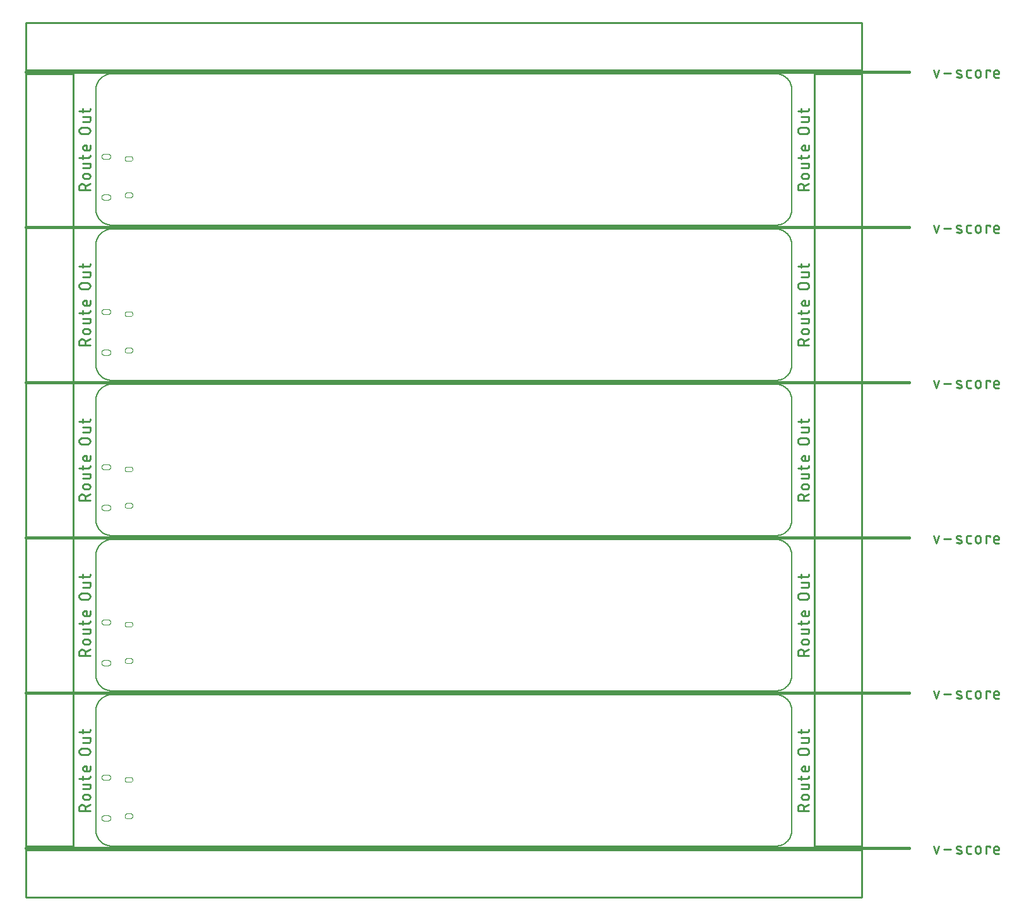
<source format=gko>
G75*
%MOIN*%
%OFA0B0*%
%FSLAX25Y25*%
%IPPOS*%
%LPD*%
%AMOC8*
5,1,8,0,0,1.08239X$1,22.5*
%
%ADD10C,0.00800*%
%ADD11C,0.01100*%
%ADD12C,0.01500*%
%ADD13C,0.01000*%
%ADD14C,0.00079*%
D10*
X0257306Y0037036D02*
X0257306Y0099964D01*
X0257305Y0099964D02*
X0257307Y0100170D01*
X0257315Y0100376D01*
X0257327Y0100582D01*
X0257345Y0100788D01*
X0257367Y0100993D01*
X0257395Y0101197D01*
X0257427Y0101401D01*
X0257464Y0101604D01*
X0257506Y0101806D01*
X0257553Y0102007D01*
X0257605Y0102206D01*
X0257661Y0102405D01*
X0257723Y0102602D01*
X0257789Y0102797D01*
X0257860Y0102991D01*
X0257935Y0103183D01*
X0258015Y0103373D01*
X0258100Y0103561D01*
X0258189Y0103747D01*
X0258283Y0103931D01*
X0258381Y0104112D01*
X0258483Y0104291D01*
X0258590Y0104468D01*
X0258701Y0104642D01*
X0258816Y0104813D01*
X0258935Y0104981D01*
X0259058Y0105147D01*
X0259186Y0105309D01*
X0259317Y0105468D01*
X0259452Y0105624D01*
X0259590Y0105777D01*
X0259733Y0105926D01*
X0259879Y0106072D01*
X0260028Y0106215D01*
X0260181Y0106353D01*
X0260337Y0106488D01*
X0260496Y0106619D01*
X0260658Y0106747D01*
X0260824Y0106870D01*
X0260992Y0106989D01*
X0261163Y0107104D01*
X0261337Y0107215D01*
X0261514Y0107322D01*
X0261693Y0107424D01*
X0261874Y0107522D01*
X0262058Y0107616D01*
X0262244Y0107705D01*
X0262432Y0107790D01*
X0262622Y0107870D01*
X0262814Y0107945D01*
X0263008Y0108016D01*
X0263203Y0108082D01*
X0263400Y0108144D01*
X0263599Y0108200D01*
X0263798Y0108252D01*
X0263999Y0108299D01*
X0264201Y0108341D01*
X0264404Y0108378D01*
X0264608Y0108410D01*
X0264812Y0108438D01*
X0265017Y0108460D01*
X0265223Y0108478D01*
X0265429Y0108490D01*
X0265635Y0108498D01*
X0265841Y0108500D01*
X0616270Y0108500D01*
X0616270Y0110500D02*
X0265841Y0110500D01*
X0265635Y0110502D01*
X0265429Y0110510D01*
X0265223Y0110522D01*
X0265017Y0110540D01*
X0264812Y0110562D01*
X0264608Y0110590D01*
X0264404Y0110622D01*
X0264201Y0110659D01*
X0263999Y0110701D01*
X0263798Y0110748D01*
X0263599Y0110800D01*
X0263400Y0110856D01*
X0263203Y0110918D01*
X0263008Y0110984D01*
X0262814Y0111055D01*
X0262622Y0111130D01*
X0262432Y0111210D01*
X0262244Y0111295D01*
X0262058Y0111384D01*
X0261874Y0111478D01*
X0261693Y0111576D01*
X0261514Y0111678D01*
X0261337Y0111785D01*
X0261163Y0111896D01*
X0260992Y0112011D01*
X0260824Y0112130D01*
X0260658Y0112253D01*
X0260496Y0112381D01*
X0260337Y0112512D01*
X0260181Y0112647D01*
X0260028Y0112785D01*
X0259879Y0112928D01*
X0259733Y0113074D01*
X0259590Y0113223D01*
X0259452Y0113376D01*
X0259317Y0113532D01*
X0259186Y0113691D01*
X0259058Y0113853D01*
X0258935Y0114019D01*
X0258816Y0114187D01*
X0258701Y0114358D01*
X0258590Y0114532D01*
X0258483Y0114709D01*
X0258381Y0114888D01*
X0258283Y0115069D01*
X0258189Y0115253D01*
X0258100Y0115439D01*
X0258015Y0115627D01*
X0257935Y0115817D01*
X0257860Y0116009D01*
X0257789Y0116203D01*
X0257723Y0116398D01*
X0257661Y0116595D01*
X0257605Y0116794D01*
X0257553Y0116993D01*
X0257506Y0117194D01*
X0257464Y0117396D01*
X0257427Y0117599D01*
X0257395Y0117803D01*
X0257367Y0118007D01*
X0257345Y0118212D01*
X0257327Y0118418D01*
X0257315Y0118624D01*
X0257307Y0118830D01*
X0257305Y0119036D01*
X0257306Y0119036D02*
X0257306Y0181964D01*
X0257305Y0181964D02*
X0257307Y0182170D01*
X0257315Y0182376D01*
X0257327Y0182582D01*
X0257345Y0182788D01*
X0257367Y0182993D01*
X0257395Y0183197D01*
X0257427Y0183401D01*
X0257464Y0183604D01*
X0257506Y0183806D01*
X0257553Y0184007D01*
X0257605Y0184206D01*
X0257661Y0184405D01*
X0257723Y0184602D01*
X0257789Y0184797D01*
X0257860Y0184991D01*
X0257935Y0185183D01*
X0258015Y0185373D01*
X0258100Y0185561D01*
X0258189Y0185747D01*
X0258283Y0185931D01*
X0258381Y0186112D01*
X0258483Y0186291D01*
X0258590Y0186468D01*
X0258701Y0186642D01*
X0258816Y0186813D01*
X0258935Y0186981D01*
X0259058Y0187147D01*
X0259186Y0187309D01*
X0259317Y0187468D01*
X0259452Y0187624D01*
X0259590Y0187777D01*
X0259733Y0187926D01*
X0259879Y0188072D01*
X0260028Y0188215D01*
X0260181Y0188353D01*
X0260337Y0188488D01*
X0260496Y0188619D01*
X0260658Y0188747D01*
X0260824Y0188870D01*
X0260992Y0188989D01*
X0261163Y0189104D01*
X0261337Y0189215D01*
X0261514Y0189322D01*
X0261693Y0189424D01*
X0261874Y0189522D01*
X0262058Y0189616D01*
X0262244Y0189705D01*
X0262432Y0189790D01*
X0262622Y0189870D01*
X0262814Y0189945D01*
X0263008Y0190016D01*
X0263203Y0190082D01*
X0263400Y0190144D01*
X0263599Y0190200D01*
X0263798Y0190252D01*
X0263999Y0190299D01*
X0264201Y0190341D01*
X0264404Y0190378D01*
X0264608Y0190410D01*
X0264812Y0190438D01*
X0265017Y0190460D01*
X0265223Y0190478D01*
X0265429Y0190490D01*
X0265635Y0190498D01*
X0265841Y0190500D01*
X0616270Y0190500D01*
X0616270Y0192500D02*
X0265841Y0192500D01*
X0265635Y0192502D01*
X0265429Y0192510D01*
X0265223Y0192522D01*
X0265017Y0192540D01*
X0264812Y0192562D01*
X0264608Y0192590D01*
X0264404Y0192622D01*
X0264201Y0192659D01*
X0263999Y0192701D01*
X0263798Y0192748D01*
X0263599Y0192800D01*
X0263400Y0192856D01*
X0263203Y0192918D01*
X0263008Y0192984D01*
X0262814Y0193055D01*
X0262622Y0193130D01*
X0262432Y0193210D01*
X0262244Y0193295D01*
X0262058Y0193384D01*
X0261874Y0193478D01*
X0261693Y0193576D01*
X0261514Y0193678D01*
X0261337Y0193785D01*
X0261163Y0193896D01*
X0260992Y0194011D01*
X0260824Y0194130D01*
X0260658Y0194253D01*
X0260496Y0194381D01*
X0260337Y0194512D01*
X0260181Y0194647D01*
X0260028Y0194785D01*
X0259879Y0194928D01*
X0259733Y0195074D01*
X0259590Y0195223D01*
X0259452Y0195376D01*
X0259317Y0195532D01*
X0259186Y0195691D01*
X0259058Y0195853D01*
X0258935Y0196019D01*
X0258816Y0196187D01*
X0258701Y0196358D01*
X0258590Y0196532D01*
X0258483Y0196709D01*
X0258381Y0196888D01*
X0258283Y0197069D01*
X0258189Y0197253D01*
X0258100Y0197439D01*
X0258015Y0197627D01*
X0257935Y0197817D01*
X0257860Y0198009D01*
X0257789Y0198203D01*
X0257723Y0198398D01*
X0257661Y0198595D01*
X0257605Y0198794D01*
X0257553Y0198993D01*
X0257506Y0199194D01*
X0257464Y0199396D01*
X0257427Y0199599D01*
X0257395Y0199803D01*
X0257367Y0200007D01*
X0257345Y0200212D01*
X0257327Y0200418D01*
X0257315Y0200624D01*
X0257307Y0200830D01*
X0257305Y0201036D01*
X0257306Y0201036D02*
X0257306Y0263964D01*
X0257305Y0263964D02*
X0257307Y0264170D01*
X0257315Y0264376D01*
X0257327Y0264582D01*
X0257345Y0264788D01*
X0257367Y0264993D01*
X0257395Y0265197D01*
X0257427Y0265401D01*
X0257464Y0265604D01*
X0257506Y0265806D01*
X0257553Y0266007D01*
X0257605Y0266206D01*
X0257661Y0266405D01*
X0257723Y0266602D01*
X0257789Y0266797D01*
X0257860Y0266991D01*
X0257935Y0267183D01*
X0258015Y0267373D01*
X0258100Y0267561D01*
X0258189Y0267747D01*
X0258283Y0267931D01*
X0258381Y0268112D01*
X0258483Y0268291D01*
X0258590Y0268468D01*
X0258701Y0268642D01*
X0258816Y0268813D01*
X0258935Y0268981D01*
X0259058Y0269147D01*
X0259186Y0269309D01*
X0259317Y0269468D01*
X0259452Y0269624D01*
X0259590Y0269777D01*
X0259733Y0269926D01*
X0259879Y0270072D01*
X0260028Y0270215D01*
X0260181Y0270353D01*
X0260337Y0270488D01*
X0260496Y0270619D01*
X0260658Y0270747D01*
X0260824Y0270870D01*
X0260992Y0270989D01*
X0261163Y0271104D01*
X0261337Y0271215D01*
X0261514Y0271322D01*
X0261693Y0271424D01*
X0261874Y0271522D01*
X0262058Y0271616D01*
X0262244Y0271705D01*
X0262432Y0271790D01*
X0262622Y0271870D01*
X0262814Y0271945D01*
X0263008Y0272016D01*
X0263203Y0272082D01*
X0263400Y0272144D01*
X0263599Y0272200D01*
X0263798Y0272252D01*
X0263999Y0272299D01*
X0264201Y0272341D01*
X0264404Y0272378D01*
X0264608Y0272410D01*
X0264812Y0272438D01*
X0265017Y0272460D01*
X0265223Y0272478D01*
X0265429Y0272490D01*
X0265635Y0272498D01*
X0265841Y0272500D01*
X0616270Y0272500D01*
X0616270Y0274500D02*
X0265841Y0274500D01*
X0265635Y0274502D01*
X0265429Y0274510D01*
X0265223Y0274522D01*
X0265017Y0274540D01*
X0264812Y0274562D01*
X0264608Y0274590D01*
X0264404Y0274622D01*
X0264201Y0274659D01*
X0263999Y0274701D01*
X0263798Y0274748D01*
X0263599Y0274800D01*
X0263400Y0274856D01*
X0263203Y0274918D01*
X0263008Y0274984D01*
X0262814Y0275055D01*
X0262622Y0275130D01*
X0262432Y0275210D01*
X0262244Y0275295D01*
X0262058Y0275384D01*
X0261874Y0275478D01*
X0261693Y0275576D01*
X0261514Y0275678D01*
X0261337Y0275785D01*
X0261163Y0275896D01*
X0260992Y0276011D01*
X0260824Y0276130D01*
X0260658Y0276253D01*
X0260496Y0276381D01*
X0260337Y0276512D01*
X0260181Y0276647D01*
X0260028Y0276785D01*
X0259879Y0276928D01*
X0259733Y0277074D01*
X0259590Y0277223D01*
X0259452Y0277376D01*
X0259317Y0277532D01*
X0259186Y0277691D01*
X0259058Y0277853D01*
X0258935Y0278019D01*
X0258816Y0278187D01*
X0258701Y0278358D01*
X0258590Y0278532D01*
X0258483Y0278709D01*
X0258381Y0278888D01*
X0258283Y0279069D01*
X0258189Y0279253D01*
X0258100Y0279439D01*
X0258015Y0279627D01*
X0257935Y0279817D01*
X0257860Y0280009D01*
X0257789Y0280203D01*
X0257723Y0280398D01*
X0257661Y0280595D01*
X0257605Y0280794D01*
X0257553Y0280993D01*
X0257506Y0281194D01*
X0257464Y0281396D01*
X0257427Y0281599D01*
X0257395Y0281803D01*
X0257367Y0282007D01*
X0257345Y0282212D01*
X0257327Y0282418D01*
X0257315Y0282624D01*
X0257307Y0282830D01*
X0257305Y0283036D01*
X0257306Y0283036D02*
X0257306Y0345964D01*
X0257305Y0345964D02*
X0257307Y0346170D01*
X0257315Y0346376D01*
X0257327Y0346582D01*
X0257345Y0346788D01*
X0257367Y0346993D01*
X0257395Y0347197D01*
X0257427Y0347401D01*
X0257464Y0347604D01*
X0257506Y0347806D01*
X0257553Y0348007D01*
X0257605Y0348206D01*
X0257661Y0348405D01*
X0257723Y0348602D01*
X0257789Y0348797D01*
X0257860Y0348991D01*
X0257935Y0349183D01*
X0258015Y0349373D01*
X0258100Y0349561D01*
X0258189Y0349747D01*
X0258283Y0349931D01*
X0258381Y0350112D01*
X0258483Y0350291D01*
X0258590Y0350468D01*
X0258701Y0350642D01*
X0258816Y0350813D01*
X0258935Y0350981D01*
X0259058Y0351147D01*
X0259186Y0351309D01*
X0259317Y0351468D01*
X0259452Y0351624D01*
X0259590Y0351777D01*
X0259733Y0351926D01*
X0259879Y0352072D01*
X0260028Y0352215D01*
X0260181Y0352353D01*
X0260337Y0352488D01*
X0260496Y0352619D01*
X0260658Y0352747D01*
X0260824Y0352870D01*
X0260992Y0352989D01*
X0261163Y0353104D01*
X0261337Y0353215D01*
X0261514Y0353322D01*
X0261693Y0353424D01*
X0261874Y0353522D01*
X0262058Y0353616D01*
X0262244Y0353705D01*
X0262432Y0353790D01*
X0262622Y0353870D01*
X0262814Y0353945D01*
X0263008Y0354016D01*
X0263203Y0354082D01*
X0263400Y0354144D01*
X0263599Y0354200D01*
X0263798Y0354252D01*
X0263999Y0354299D01*
X0264201Y0354341D01*
X0264404Y0354378D01*
X0264608Y0354410D01*
X0264812Y0354438D01*
X0265017Y0354460D01*
X0265223Y0354478D01*
X0265429Y0354490D01*
X0265635Y0354498D01*
X0265841Y0354500D01*
X0616270Y0354500D01*
X0616270Y0356500D02*
X0265841Y0356500D01*
X0265635Y0356502D01*
X0265429Y0356510D01*
X0265223Y0356522D01*
X0265017Y0356540D01*
X0264812Y0356562D01*
X0264608Y0356590D01*
X0264404Y0356622D01*
X0264201Y0356659D01*
X0263999Y0356701D01*
X0263798Y0356748D01*
X0263599Y0356800D01*
X0263400Y0356856D01*
X0263203Y0356918D01*
X0263008Y0356984D01*
X0262814Y0357055D01*
X0262622Y0357130D01*
X0262432Y0357210D01*
X0262244Y0357295D01*
X0262058Y0357384D01*
X0261874Y0357478D01*
X0261693Y0357576D01*
X0261514Y0357678D01*
X0261337Y0357785D01*
X0261163Y0357896D01*
X0260992Y0358011D01*
X0260824Y0358130D01*
X0260658Y0358253D01*
X0260496Y0358381D01*
X0260337Y0358512D01*
X0260181Y0358647D01*
X0260028Y0358785D01*
X0259879Y0358928D01*
X0259733Y0359074D01*
X0259590Y0359223D01*
X0259452Y0359376D01*
X0259317Y0359532D01*
X0259186Y0359691D01*
X0259058Y0359853D01*
X0258935Y0360019D01*
X0258816Y0360187D01*
X0258701Y0360358D01*
X0258590Y0360532D01*
X0258483Y0360709D01*
X0258381Y0360888D01*
X0258283Y0361069D01*
X0258189Y0361253D01*
X0258100Y0361439D01*
X0258015Y0361627D01*
X0257935Y0361817D01*
X0257860Y0362009D01*
X0257789Y0362203D01*
X0257723Y0362398D01*
X0257661Y0362595D01*
X0257605Y0362794D01*
X0257553Y0362993D01*
X0257506Y0363194D01*
X0257464Y0363396D01*
X0257427Y0363599D01*
X0257395Y0363803D01*
X0257367Y0364007D01*
X0257345Y0364212D01*
X0257327Y0364418D01*
X0257315Y0364624D01*
X0257307Y0364830D01*
X0257305Y0365036D01*
X0257306Y0365036D02*
X0257306Y0427964D01*
X0257305Y0427964D02*
X0257307Y0428170D01*
X0257315Y0428376D01*
X0257327Y0428582D01*
X0257345Y0428788D01*
X0257367Y0428993D01*
X0257395Y0429197D01*
X0257427Y0429401D01*
X0257464Y0429604D01*
X0257506Y0429806D01*
X0257553Y0430007D01*
X0257605Y0430206D01*
X0257661Y0430405D01*
X0257723Y0430602D01*
X0257789Y0430797D01*
X0257860Y0430991D01*
X0257935Y0431183D01*
X0258015Y0431373D01*
X0258100Y0431561D01*
X0258189Y0431747D01*
X0258283Y0431931D01*
X0258381Y0432112D01*
X0258483Y0432291D01*
X0258590Y0432468D01*
X0258701Y0432642D01*
X0258816Y0432813D01*
X0258935Y0432981D01*
X0259058Y0433147D01*
X0259186Y0433309D01*
X0259317Y0433468D01*
X0259452Y0433624D01*
X0259590Y0433777D01*
X0259733Y0433926D01*
X0259879Y0434072D01*
X0260028Y0434215D01*
X0260181Y0434353D01*
X0260337Y0434488D01*
X0260496Y0434619D01*
X0260658Y0434747D01*
X0260824Y0434870D01*
X0260992Y0434989D01*
X0261163Y0435104D01*
X0261337Y0435215D01*
X0261514Y0435322D01*
X0261693Y0435424D01*
X0261874Y0435522D01*
X0262058Y0435616D01*
X0262244Y0435705D01*
X0262432Y0435790D01*
X0262622Y0435870D01*
X0262814Y0435945D01*
X0263008Y0436016D01*
X0263203Y0436082D01*
X0263400Y0436144D01*
X0263599Y0436200D01*
X0263798Y0436252D01*
X0263999Y0436299D01*
X0264201Y0436341D01*
X0264404Y0436378D01*
X0264608Y0436410D01*
X0264812Y0436438D01*
X0265017Y0436460D01*
X0265223Y0436478D01*
X0265429Y0436490D01*
X0265635Y0436498D01*
X0265841Y0436500D01*
X0616270Y0436500D01*
X0616476Y0436498D01*
X0616682Y0436490D01*
X0616888Y0436478D01*
X0617094Y0436460D01*
X0617299Y0436438D01*
X0617503Y0436410D01*
X0617707Y0436378D01*
X0617910Y0436341D01*
X0618112Y0436299D01*
X0618313Y0436252D01*
X0618512Y0436200D01*
X0618711Y0436144D01*
X0618908Y0436082D01*
X0619103Y0436016D01*
X0619297Y0435945D01*
X0619489Y0435870D01*
X0619679Y0435790D01*
X0619867Y0435705D01*
X0620053Y0435616D01*
X0620237Y0435522D01*
X0620418Y0435424D01*
X0620597Y0435322D01*
X0620774Y0435215D01*
X0620948Y0435104D01*
X0621119Y0434989D01*
X0621287Y0434870D01*
X0621453Y0434747D01*
X0621615Y0434619D01*
X0621774Y0434488D01*
X0621930Y0434353D01*
X0622083Y0434215D01*
X0622232Y0434072D01*
X0622378Y0433926D01*
X0622521Y0433777D01*
X0622659Y0433624D01*
X0622794Y0433468D01*
X0622925Y0433309D01*
X0623053Y0433147D01*
X0623176Y0432981D01*
X0623295Y0432813D01*
X0623410Y0432642D01*
X0623521Y0432468D01*
X0623628Y0432291D01*
X0623730Y0432112D01*
X0623828Y0431931D01*
X0623922Y0431747D01*
X0624011Y0431561D01*
X0624096Y0431373D01*
X0624176Y0431183D01*
X0624251Y0430991D01*
X0624322Y0430797D01*
X0624388Y0430602D01*
X0624450Y0430405D01*
X0624506Y0430206D01*
X0624558Y0430007D01*
X0624605Y0429806D01*
X0624647Y0429604D01*
X0624684Y0429401D01*
X0624716Y0429197D01*
X0624744Y0428993D01*
X0624766Y0428788D01*
X0624784Y0428582D01*
X0624796Y0428376D01*
X0624804Y0428170D01*
X0624806Y0427964D01*
X0624806Y0365036D01*
X0624804Y0364830D01*
X0624796Y0364624D01*
X0624784Y0364418D01*
X0624766Y0364212D01*
X0624744Y0364007D01*
X0624716Y0363803D01*
X0624684Y0363599D01*
X0624647Y0363396D01*
X0624605Y0363194D01*
X0624558Y0362993D01*
X0624506Y0362794D01*
X0624450Y0362595D01*
X0624388Y0362398D01*
X0624322Y0362203D01*
X0624251Y0362009D01*
X0624176Y0361817D01*
X0624096Y0361627D01*
X0624011Y0361439D01*
X0623922Y0361253D01*
X0623828Y0361069D01*
X0623730Y0360888D01*
X0623628Y0360709D01*
X0623521Y0360532D01*
X0623410Y0360358D01*
X0623295Y0360187D01*
X0623176Y0360019D01*
X0623053Y0359853D01*
X0622925Y0359691D01*
X0622794Y0359532D01*
X0622659Y0359376D01*
X0622521Y0359223D01*
X0622378Y0359074D01*
X0622232Y0358928D01*
X0622083Y0358785D01*
X0621930Y0358647D01*
X0621774Y0358512D01*
X0621615Y0358381D01*
X0621453Y0358253D01*
X0621287Y0358130D01*
X0621119Y0358011D01*
X0620948Y0357896D01*
X0620774Y0357785D01*
X0620597Y0357678D01*
X0620418Y0357576D01*
X0620237Y0357478D01*
X0620053Y0357384D01*
X0619867Y0357295D01*
X0619679Y0357210D01*
X0619489Y0357130D01*
X0619297Y0357055D01*
X0619103Y0356984D01*
X0618908Y0356918D01*
X0618711Y0356856D01*
X0618512Y0356800D01*
X0618313Y0356748D01*
X0618112Y0356701D01*
X0617910Y0356659D01*
X0617707Y0356622D01*
X0617503Y0356590D01*
X0617299Y0356562D01*
X0617094Y0356540D01*
X0616888Y0356522D01*
X0616682Y0356510D01*
X0616476Y0356502D01*
X0616270Y0356500D01*
X0616270Y0354500D02*
X0616476Y0354498D01*
X0616682Y0354490D01*
X0616888Y0354478D01*
X0617094Y0354460D01*
X0617299Y0354438D01*
X0617503Y0354410D01*
X0617707Y0354378D01*
X0617910Y0354341D01*
X0618112Y0354299D01*
X0618313Y0354252D01*
X0618512Y0354200D01*
X0618711Y0354144D01*
X0618908Y0354082D01*
X0619103Y0354016D01*
X0619297Y0353945D01*
X0619489Y0353870D01*
X0619679Y0353790D01*
X0619867Y0353705D01*
X0620053Y0353616D01*
X0620237Y0353522D01*
X0620418Y0353424D01*
X0620597Y0353322D01*
X0620774Y0353215D01*
X0620948Y0353104D01*
X0621119Y0352989D01*
X0621287Y0352870D01*
X0621453Y0352747D01*
X0621615Y0352619D01*
X0621774Y0352488D01*
X0621930Y0352353D01*
X0622083Y0352215D01*
X0622232Y0352072D01*
X0622378Y0351926D01*
X0622521Y0351777D01*
X0622659Y0351624D01*
X0622794Y0351468D01*
X0622925Y0351309D01*
X0623053Y0351147D01*
X0623176Y0350981D01*
X0623295Y0350813D01*
X0623410Y0350642D01*
X0623521Y0350468D01*
X0623628Y0350291D01*
X0623730Y0350112D01*
X0623828Y0349931D01*
X0623922Y0349747D01*
X0624011Y0349561D01*
X0624096Y0349373D01*
X0624176Y0349183D01*
X0624251Y0348991D01*
X0624322Y0348797D01*
X0624388Y0348602D01*
X0624450Y0348405D01*
X0624506Y0348206D01*
X0624558Y0348007D01*
X0624605Y0347806D01*
X0624647Y0347604D01*
X0624684Y0347401D01*
X0624716Y0347197D01*
X0624744Y0346993D01*
X0624766Y0346788D01*
X0624784Y0346582D01*
X0624796Y0346376D01*
X0624804Y0346170D01*
X0624806Y0345964D01*
X0624806Y0283036D01*
X0624804Y0282830D01*
X0624796Y0282624D01*
X0624784Y0282418D01*
X0624766Y0282212D01*
X0624744Y0282007D01*
X0624716Y0281803D01*
X0624684Y0281599D01*
X0624647Y0281396D01*
X0624605Y0281194D01*
X0624558Y0280993D01*
X0624506Y0280794D01*
X0624450Y0280595D01*
X0624388Y0280398D01*
X0624322Y0280203D01*
X0624251Y0280009D01*
X0624176Y0279817D01*
X0624096Y0279627D01*
X0624011Y0279439D01*
X0623922Y0279253D01*
X0623828Y0279069D01*
X0623730Y0278888D01*
X0623628Y0278709D01*
X0623521Y0278532D01*
X0623410Y0278358D01*
X0623295Y0278187D01*
X0623176Y0278019D01*
X0623053Y0277853D01*
X0622925Y0277691D01*
X0622794Y0277532D01*
X0622659Y0277376D01*
X0622521Y0277223D01*
X0622378Y0277074D01*
X0622232Y0276928D01*
X0622083Y0276785D01*
X0621930Y0276647D01*
X0621774Y0276512D01*
X0621615Y0276381D01*
X0621453Y0276253D01*
X0621287Y0276130D01*
X0621119Y0276011D01*
X0620948Y0275896D01*
X0620774Y0275785D01*
X0620597Y0275678D01*
X0620418Y0275576D01*
X0620237Y0275478D01*
X0620053Y0275384D01*
X0619867Y0275295D01*
X0619679Y0275210D01*
X0619489Y0275130D01*
X0619297Y0275055D01*
X0619103Y0274984D01*
X0618908Y0274918D01*
X0618711Y0274856D01*
X0618512Y0274800D01*
X0618313Y0274748D01*
X0618112Y0274701D01*
X0617910Y0274659D01*
X0617707Y0274622D01*
X0617503Y0274590D01*
X0617299Y0274562D01*
X0617094Y0274540D01*
X0616888Y0274522D01*
X0616682Y0274510D01*
X0616476Y0274502D01*
X0616270Y0274500D01*
X0616270Y0272500D02*
X0616476Y0272498D01*
X0616682Y0272490D01*
X0616888Y0272478D01*
X0617094Y0272460D01*
X0617299Y0272438D01*
X0617503Y0272410D01*
X0617707Y0272378D01*
X0617910Y0272341D01*
X0618112Y0272299D01*
X0618313Y0272252D01*
X0618512Y0272200D01*
X0618711Y0272144D01*
X0618908Y0272082D01*
X0619103Y0272016D01*
X0619297Y0271945D01*
X0619489Y0271870D01*
X0619679Y0271790D01*
X0619867Y0271705D01*
X0620053Y0271616D01*
X0620237Y0271522D01*
X0620418Y0271424D01*
X0620597Y0271322D01*
X0620774Y0271215D01*
X0620948Y0271104D01*
X0621119Y0270989D01*
X0621287Y0270870D01*
X0621453Y0270747D01*
X0621615Y0270619D01*
X0621774Y0270488D01*
X0621930Y0270353D01*
X0622083Y0270215D01*
X0622232Y0270072D01*
X0622378Y0269926D01*
X0622521Y0269777D01*
X0622659Y0269624D01*
X0622794Y0269468D01*
X0622925Y0269309D01*
X0623053Y0269147D01*
X0623176Y0268981D01*
X0623295Y0268813D01*
X0623410Y0268642D01*
X0623521Y0268468D01*
X0623628Y0268291D01*
X0623730Y0268112D01*
X0623828Y0267931D01*
X0623922Y0267747D01*
X0624011Y0267561D01*
X0624096Y0267373D01*
X0624176Y0267183D01*
X0624251Y0266991D01*
X0624322Y0266797D01*
X0624388Y0266602D01*
X0624450Y0266405D01*
X0624506Y0266206D01*
X0624558Y0266007D01*
X0624605Y0265806D01*
X0624647Y0265604D01*
X0624684Y0265401D01*
X0624716Y0265197D01*
X0624744Y0264993D01*
X0624766Y0264788D01*
X0624784Y0264582D01*
X0624796Y0264376D01*
X0624804Y0264170D01*
X0624806Y0263964D01*
X0624806Y0201036D01*
X0624804Y0200830D01*
X0624796Y0200624D01*
X0624784Y0200418D01*
X0624766Y0200212D01*
X0624744Y0200007D01*
X0624716Y0199803D01*
X0624684Y0199599D01*
X0624647Y0199396D01*
X0624605Y0199194D01*
X0624558Y0198993D01*
X0624506Y0198794D01*
X0624450Y0198595D01*
X0624388Y0198398D01*
X0624322Y0198203D01*
X0624251Y0198009D01*
X0624176Y0197817D01*
X0624096Y0197627D01*
X0624011Y0197439D01*
X0623922Y0197253D01*
X0623828Y0197069D01*
X0623730Y0196888D01*
X0623628Y0196709D01*
X0623521Y0196532D01*
X0623410Y0196358D01*
X0623295Y0196187D01*
X0623176Y0196019D01*
X0623053Y0195853D01*
X0622925Y0195691D01*
X0622794Y0195532D01*
X0622659Y0195376D01*
X0622521Y0195223D01*
X0622378Y0195074D01*
X0622232Y0194928D01*
X0622083Y0194785D01*
X0621930Y0194647D01*
X0621774Y0194512D01*
X0621615Y0194381D01*
X0621453Y0194253D01*
X0621287Y0194130D01*
X0621119Y0194011D01*
X0620948Y0193896D01*
X0620774Y0193785D01*
X0620597Y0193678D01*
X0620418Y0193576D01*
X0620237Y0193478D01*
X0620053Y0193384D01*
X0619867Y0193295D01*
X0619679Y0193210D01*
X0619489Y0193130D01*
X0619297Y0193055D01*
X0619103Y0192984D01*
X0618908Y0192918D01*
X0618711Y0192856D01*
X0618512Y0192800D01*
X0618313Y0192748D01*
X0618112Y0192701D01*
X0617910Y0192659D01*
X0617707Y0192622D01*
X0617503Y0192590D01*
X0617299Y0192562D01*
X0617094Y0192540D01*
X0616888Y0192522D01*
X0616682Y0192510D01*
X0616476Y0192502D01*
X0616270Y0192500D01*
X0616270Y0190500D02*
X0616476Y0190498D01*
X0616682Y0190490D01*
X0616888Y0190478D01*
X0617094Y0190460D01*
X0617299Y0190438D01*
X0617503Y0190410D01*
X0617707Y0190378D01*
X0617910Y0190341D01*
X0618112Y0190299D01*
X0618313Y0190252D01*
X0618512Y0190200D01*
X0618711Y0190144D01*
X0618908Y0190082D01*
X0619103Y0190016D01*
X0619297Y0189945D01*
X0619489Y0189870D01*
X0619679Y0189790D01*
X0619867Y0189705D01*
X0620053Y0189616D01*
X0620237Y0189522D01*
X0620418Y0189424D01*
X0620597Y0189322D01*
X0620774Y0189215D01*
X0620948Y0189104D01*
X0621119Y0188989D01*
X0621287Y0188870D01*
X0621453Y0188747D01*
X0621615Y0188619D01*
X0621774Y0188488D01*
X0621930Y0188353D01*
X0622083Y0188215D01*
X0622232Y0188072D01*
X0622378Y0187926D01*
X0622521Y0187777D01*
X0622659Y0187624D01*
X0622794Y0187468D01*
X0622925Y0187309D01*
X0623053Y0187147D01*
X0623176Y0186981D01*
X0623295Y0186813D01*
X0623410Y0186642D01*
X0623521Y0186468D01*
X0623628Y0186291D01*
X0623730Y0186112D01*
X0623828Y0185931D01*
X0623922Y0185747D01*
X0624011Y0185561D01*
X0624096Y0185373D01*
X0624176Y0185183D01*
X0624251Y0184991D01*
X0624322Y0184797D01*
X0624388Y0184602D01*
X0624450Y0184405D01*
X0624506Y0184206D01*
X0624558Y0184007D01*
X0624605Y0183806D01*
X0624647Y0183604D01*
X0624684Y0183401D01*
X0624716Y0183197D01*
X0624744Y0182993D01*
X0624766Y0182788D01*
X0624784Y0182582D01*
X0624796Y0182376D01*
X0624804Y0182170D01*
X0624806Y0181964D01*
X0624806Y0119036D01*
X0624804Y0118830D01*
X0624796Y0118624D01*
X0624784Y0118418D01*
X0624766Y0118212D01*
X0624744Y0118007D01*
X0624716Y0117803D01*
X0624684Y0117599D01*
X0624647Y0117396D01*
X0624605Y0117194D01*
X0624558Y0116993D01*
X0624506Y0116794D01*
X0624450Y0116595D01*
X0624388Y0116398D01*
X0624322Y0116203D01*
X0624251Y0116009D01*
X0624176Y0115817D01*
X0624096Y0115627D01*
X0624011Y0115439D01*
X0623922Y0115253D01*
X0623828Y0115069D01*
X0623730Y0114888D01*
X0623628Y0114709D01*
X0623521Y0114532D01*
X0623410Y0114358D01*
X0623295Y0114187D01*
X0623176Y0114019D01*
X0623053Y0113853D01*
X0622925Y0113691D01*
X0622794Y0113532D01*
X0622659Y0113376D01*
X0622521Y0113223D01*
X0622378Y0113074D01*
X0622232Y0112928D01*
X0622083Y0112785D01*
X0621930Y0112647D01*
X0621774Y0112512D01*
X0621615Y0112381D01*
X0621453Y0112253D01*
X0621287Y0112130D01*
X0621119Y0112011D01*
X0620948Y0111896D01*
X0620774Y0111785D01*
X0620597Y0111678D01*
X0620418Y0111576D01*
X0620237Y0111478D01*
X0620053Y0111384D01*
X0619867Y0111295D01*
X0619679Y0111210D01*
X0619489Y0111130D01*
X0619297Y0111055D01*
X0619103Y0110984D01*
X0618908Y0110918D01*
X0618711Y0110856D01*
X0618512Y0110800D01*
X0618313Y0110748D01*
X0618112Y0110701D01*
X0617910Y0110659D01*
X0617707Y0110622D01*
X0617503Y0110590D01*
X0617299Y0110562D01*
X0617094Y0110540D01*
X0616888Y0110522D01*
X0616682Y0110510D01*
X0616476Y0110502D01*
X0616270Y0110500D01*
X0616270Y0108500D02*
X0616476Y0108498D01*
X0616682Y0108490D01*
X0616888Y0108478D01*
X0617094Y0108460D01*
X0617299Y0108438D01*
X0617503Y0108410D01*
X0617707Y0108378D01*
X0617910Y0108341D01*
X0618112Y0108299D01*
X0618313Y0108252D01*
X0618512Y0108200D01*
X0618711Y0108144D01*
X0618908Y0108082D01*
X0619103Y0108016D01*
X0619297Y0107945D01*
X0619489Y0107870D01*
X0619679Y0107790D01*
X0619867Y0107705D01*
X0620053Y0107616D01*
X0620237Y0107522D01*
X0620418Y0107424D01*
X0620597Y0107322D01*
X0620774Y0107215D01*
X0620948Y0107104D01*
X0621119Y0106989D01*
X0621287Y0106870D01*
X0621453Y0106747D01*
X0621615Y0106619D01*
X0621774Y0106488D01*
X0621930Y0106353D01*
X0622083Y0106215D01*
X0622232Y0106072D01*
X0622378Y0105926D01*
X0622521Y0105777D01*
X0622659Y0105624D01*
X0622794Y0105468D01*
X0622925Y0105309D01*
X0623053Y0105147D01*
X0623176Y0104981D01*
X0623295Y0104813D01*
X0623410Y0104642D01*
X0623521Y0104468D01*
X0623628Y0104291D01*
X0623730Y0104112D01*
X0623828Y0103931D01*
X0623922Y0103747D01*
X0624011Y0103561D01*
X0624096Y0103373D01*
X0624176Y0103183D01*
X0624251Y0102991D01*
X0624322Y0102797D01*
X0624388Y0102602D01*
X0624450Y0102405D01*
X0624506Y0102206D01*
X0624558Y0102007D01*
X0624605Y0101806D01*
X0624647Y0101604D01*
X0624684Y0101401D01*
X0624716Y0101197D01*
X0624744Y0100993D01*
X0624766Y0100788D01*
X0624784Y0100582D01*
X0624796Y0100376D01*
X0624804Y0100170D01*
X0624806Y0099964D01*
X0624806Y0037036D01*
X0624804Y0036830D01*
X0624796Y0036624D01*
X0624784Y0036418D01*
X0624766Y0036212D01*
X0624744Y0036007D01*
X0624716Y0035803D01*
X0624684Y0035599D01*
X0624647Y0035396D01*
X0624605Y0035194D01*
X0624558Y0034993D01*
X0624506Y0034794D01*
X0624450Y0034595D01*
X0624388Y0034398D01*
X0624322Y0034203D01*
X0624251Y0034009D01*
X0624176Y0033817D01*
X0624096Y0033627D01*
X0624011Y0033439D01*
X0623922Y0033253D01*
X0623828Y0033069D01*
X0623730Y0032888D01*
X0623628Y0032709D01*
X0623521Y0032532D01*
X0623410Y0032358D01*
X0623295Y0032187D01*
X0623176Y0032019D01*
X0623053Y0031853D01*
X0622925Y0031691D01*
X0622794Y0031532D01*
X0622659Y0031376D01*
X0622521Y0031223D01*
X0622378Y0031074D01*
X0622232Y0030928D01*
X0622083Y0030785D01*
X0621930Y0030647D01*
X0621774Y0030512D01*
X0621615Y0030381D01*
X0621453Y0030253D01*
X0621287Y0030130D01*
X0621119Y0030011D01*
X0620948Y0029896D01*
X0620774Y0029785D01*
X0620597Y0029678D01*
X0620418Y0029576D01*
X0620237Y0029478D01*
X0620053Y0029384D01*
X0619867Y0029295D01*
X0619679Y0029210D01*
X0619489Y0029130D01*
X0619297Y0029055D01*
X0619103Y0028984D01*
X0618908Y0028918D01*
X0618711Y0028856D01*
X0618512Y0028800D01*
X0618313Y0028748D01*
X0618112Y0028701D01*
X0617910Y0028659D01*
X0617707Y0028622D01*
X0617503Y0028590D01*
X0617299Y0028562D01*
X0617094Y0028540D01*
X0616888Y0028522D01*
X0616682Y0028510D01*
X0616476Y0028502D01*
X0616270Y0028500D01*
X0265841Y0028500D01*
X0265635Y0028502D01*
X0265429Y0028510D01*
X0265223Y0028522D01*
X0265017Y0028540D01*
X0264812Y0028562D01*
X0264608Y0028590D01*
X0264404Y0028622D01*
X0264201Y0028659D01*
X0263999Y0028701D01*
X0263798Y0028748D01*
X0263599Y0028800D01*
X0263400Y0028856D01*
X0263203Y0028918D01*
X0263008Y0028984D01*
X0262814Y0029055D01*
X0262622Y0029130D01*
X0262432Y0029210D01*
X0262244Y0029295D01*
X0262058Y0029384D01*
X0261874Y0029478D01*
X0261693Y0029576D01*
X0261514Y0029678D01*
X0261337Y0029785D01*
X0261163Y0029896D01*
X0260992Y0030011D01*
X0260824Y0030130D01*
X0260658Y0030253D01*
X0260496Y0030381D01*
X0260337Y0030512D01*
X0260181Y0030647D01*
X0260028Y0030785D01*
X0259879Y0030928D01*
X0259733Y0031074D01*
X0259590Y0031223D01*
X0259452Y0031376D01*
X0259317Y0031532D01*
X0259186Y0031691D01*
X0259058Y0031853D01*
X0258935Y0032019D01*
X0258816Y0032187D01*
X0258701Y0032358D01*
X0258590Y0032532D01*
X0258483Y0032709D01*
X0258381Y0032888D01*
X0258283Y0033069D01*
X0258189Y0033253D01*
X0258100Y0033439D01*
X0258015Y0033627D01*
X0257935Y0033817D01*
X0257860Y0034009D01*
X0257789Y0034203D01*
X0257723Y0034398D01*
X0257661Y0034595D01*
X0257605Y0034794D01*
X0257553Y0034993D01*
X0257506Y0035194D01*
X0257464Y0035396D01*
X0257427Y0035599D01*
X0257395Y0035803D01*
X0257367Y0036007D01*
X0257345Y0036212D01*
X0257327Y0036418D01*
X0257315Y0036624D01*
X0257307Y0036830D01*
X0257305Y0037036D01*
D11*
X0254256Y0047045D02*
X0248356Y0047045D01*
X0248356Y0048684D01*
X0248355Y0048684D02*
X0248357Y0048763D01*
X0248363Y0048842D01*
X0248372Y0048921D01*
X0248386Y0048999D01*
X0248403Y0049076D01*
X0248423Y0049153D01*
X0248448Y0049228D01*
X0248476Y0049302D01*
X0248508Y0049375D01*
X0248543Y0049446D01*
X0248581Y0049515D01*
X0248623Y0049582D01*
X0248668Y0049647D01*
X0248716Y0049710D01*
X0248767Y0049771D01*
X0248821Y0049829D01*
X0248878Y0049884D01*
X0248937Y0049937D01*
X0248999Y0049986D01*
X0249063Y0050033D01*
X0249129Y0050076D01*
X0249197Y0050116D01*
X0249268Y0050153D01*
X0249339Y0050187D01*
X0249413Y0050216D01*
X0249488Y0050243D01*
X0249563Y0050265D01*
X0249640Y0050284D01*
X0249718Y0050300D01*
X0249796Y0050311D01*
X0249875Y0050319D01*
X0249954Y0050323D01*
X0250034Y0050323D01*
X0250113Y0050319D01*
X0250192Y0050311D01*
X0250270Y0050300D01*
X0250348Y0050284D01*
X0250425Y0050265D01*
X0250500Y0050243D01*
X0250575Y0050216D01*
X0250649Y0050187D01*
X0250720Y0050153D01*
X0250791Y0050116D01*
X0250859Y0050076D01*
X0250925Y0050033D01*
X0250989Y0049986D01*
X0251051Y0049937D01*
X0251110Y0049884D01*
X0251167Y0049829D01*
X0251221Y0049771D01*
X0251272Y0049710D01*
X0251320Y0049647D01*
X0251365Y0049582D01*
X0251407Y0049515D01*
X0251445Y0049446D01*
X0251480Y0049375D01*
X0251512Y0049302D01*
X0251540Y0049228D01*
X0251565Y0049153D01*
X0251585Y0049076D01*
X0251602Y0048999D01*
X0251616Y0048921D01*
X0251625Y0048842D01*
X0251631Y0048763D01*
X0251633Y0048684D01*
X0251633Y0047045D01*
X0251633Y0049012D02*
X0254256Y0050323D01*
X0252944Y0053062D02*
X0251633Y0053062D01*
X0251562Y0053064D01*
X0251491Y0053070D01*
X0251421Y0053079D01*
X0251351Y0053093D01*
X0251282Y0053110D01*
X0251214Y0053131D01*
X0251148Y0053155D01*
X0251083Y0053183D01*
X0251019Y0053215D01*
X0250957Y0053250D01*
X0250897Y0053288D01*
X0250840Y0053329D01*
X0250784Y0053374D01*
X0250731Y0053421D01*
X0250681Y0053471D01*
X0250634Y0053524D01*
X0250589Y0053580D01*
X0250548Y0053637D01*
X0250510Y0053697D01*
X0250475Y0053759D01*
X0250443Y0053823D01*
X0250415Y0053888D01*
X0250391Y0053954D01*
X0250370Y0054022D01*
X0250353Y0054091D01*
X0250339Y0054161D01*
X0250330Y0054231D01*
X0250324Y0054302D01*
X0250322Y0054373D01*
X0250324Y0054444D01*
X0250330Y0054515D01*
X0250339Y0054585D01*
X0250353Y0054655D01*
X0250370Y0054724D01*
X0250391Y0054792D01*
X0250415Y0054858D01*
X0250443Y0054923D01*
X0250475Y0054987D01*
X0250510Y0055049D01*
X0250548Y0055109D01*
X0250589Y0055166D01*
X0250634Y0055222D01*
X0250681Y0055275D01*
X0250731Y0055325D01*
X0250784Y0055372D01*
X0250840Y0055417D01*
X0250897Y0055458D01*
X0250957Y0055496D01*
X0251019Y0055531D01*
X0251083Y0055563D01*
X0251148Y0055591D01*
X0251214Y0055615D01*
X0251282Y0055636D01*
X0251351Y0055653D01*
X0251421Y0055667D01*
X0251491Y0055676D01*
X0251562Y0055682D01*
X0251633Y0055684D01*
X0252944Y0055684D01*
X0253015Y0055682D01*
X0253086Y0055676D01*
X0253156Y0055667D01*
X0253226Y0055653D01*
X0253295Y0055636D01*
X0253363Y0055615D01*
X0253429Y0055591D01*
X0253494Y0055563D01*
X0253558Y0055531D01*
X0253620Y0055496D01*
X0253680Y0055458D01*
X0253737Y0055417D01*
X0253793Y0055372D01*
X0253846Y0055325D01*
X0253896Y0055275D01*
X0253943Y0055222D01*
X0253988Y0055166D01*
X0254029Y0055109D01*
X0254067Y0055049D01*
X0254102Y0054987D01*
X0254134Y0054923D01*
X0254162Y0054858D01*
X0254186Y0054792D01*
X0254207Y0054724D01*
X0254224Y0054655D01*
X0254238Y0054585D01*
X0254247Y0054515D01*
X0254253Y0054444D01*
X0254255Y0054373D01*
X0254253Y0054302D01*
X0254247Y0054231D01*
X0254238Y0054161D01*
X0254224Y0054091D01*
X0254207Y0054022D01*
X0254186Y0053954D01*
X0254162Y0053888D01*
X0254134Y0053823D01*
X0254102Y0053759D01*
X0254067Y0053697D01*
X0254029Y0053637D01*
X0253988Y0053580D01*
X0253943Y0053524D01*
X0253896Y0053471D01*
X0253846Y0053421D01*
X0253793Y0053374D01*
X0253737Y0053329D01*
X0253680Y0053288D01*
X0253620Y0053250D01*
X0253558Y0053215D01*
X0253494Y0053183D01*
X0253429Y0053155D01*
X0253363Y0053131D01*
X0253295Y0053110D01*
X0253226Y0053093D01*
X0253156Y0053079D01*
X0253086Y0053070D01*
X0253015Y0053064D01*
X0252944Y0053062D01*
X0253272Y0058601D02*
X0250322Y0058601D01*
X0250322Y0061223D02*
X0254256Y0061223D01*
X0254256Y0059584D01*
X0254255Y0059584D02*
X0254253Y0059522D01*
X0254247Y0059461D01*
X0254238Y0059400D01*
X0254224Y0059340D01*
X0254207Y0059280D01*
X0254186Y0059222D01*
X0254161Y0059165D01*
X0254133Y0059110D01*
X0254102Y0059057D01*
X0254067Y0059006D01*
X0254029Y0058957D01*
X0253989Y0058911D01*
X0253945Y0058867D01*
X0253899Y0058827D01*
X0253850Y0058789D01*
X0253799Y0058754D01*
X0253746Y0058723D01*
X0253691Y0058695D01*
X0253634Y0058670D01*
X0253576Y0058649D01*
X0253516Y0058632D01*
X0253456Y0058618D01*
X0253395Y0058609D01*
X0253334Y0058603D01*
X0253272Y0058601D01*
X0253272Y0064233D02*
X0248356Y0064233D01*
X0250322Y0063578D02*
X0250322Y0065544D01*
X0251633Y0068037D02*
X0253272Y0068037D01*
X0252289Y0068037D02*
X0252289Y0070659D01*
X0251633Y0070659D01*
X0251562Y0070657D01*
X0251491Y0070651D01*
X0251421Y0070642D01*
X0251351Y0070628D01*
X0251282Y0070611D01*
X0251214Y0070590D01*
X0251148Y0070566D01*
X0251083Y0070538D01*
X0251019Y0070506D01*
X0250957Y0070471D01*
X0250897Y0070433D01*
X0250840Y0070392D01*
X0250784Y0070347D01*
X0250731Y0070300D01*
X0250681Y0070250D01*
X0250634Y0070197D01*
X0250589Y0070141D01*
X0250548Y0070084D01*
X0250510Y0070024D01*
X0250475Y0069962D01*
X0250443Y0069898D01*
X0250415Y0069833D01*
X0250391Y0069767D01*
X0250370Y0069699D01*
X0250353Y0069630D01*
X0250339Y0069560D01*
X0250330Y0069490D01*
X0250324Y0069419D01*
X0250322Y0069348D01*
X0250324Y0069277D01*
X0250330Y0069206D01*
X0250339Y0069136D01*
X0250353Y0069066D01*
X0250370Y0068997D01*
X0250391Y0068929D01*
X0250415Y0068863D01*
X0250443Y0068798D01*
X0250475Y0068734D01*
X0250510Y0068672D01*
X0250548Y0068612D01*
X0250589Y0068555D01*
X0250634Y0068499D01*
X0250681Y0068446D01*
X0250731Y0068396D01*
X0250784Y0068349D01*
X0250840Y0068304D01*
X0250897Y0068263D01*
X0250957Y0068225D01*
X0251019Y0068190D01*
X0251083Y0068158D01*
X0251148Y0068130D01*
X0251214Y0068106D01*
X0251282Y0068085D01*
X0251351Y0068068D01*
X0251421Y0068054D01*
X0251491Y0068045D01*
X0251562Y0068039D01*
X0251633Y0068037D01*
X0253272Y0068037D02*
X0253334Y0068039D01*
X0253395Y0068045D01*
X0253456Y0068054D01*
X0253516Y0068068D01*
X0253576Y0068085D01*
X0253634Y0068106D01*
X0253691Y0068131D01*
X0253746Y0068159D01*
X0253799Y0068190D01*
X0253850Y0068225D01*
X0253899Y0068263D01*
X0253945Y0068303D01*
X0253989Y0068347D01*
X0254029Y0068393D01*
X0254067Y0068442D01*
X0254102Y0068493D01*
X0254133Y0068546D01*
X0254161Y0068601D01*
X0254186Y0068658D01*
X0254207Y0068716D01*
X0254224Y0068776D01*
X0254238Y0068836D01*
X0254247Y0068897D01*
X0254253Y0068958D01*
X0254255Y0069020D01*
X0254256Y0069020D02*
X0254256Y0070659D01*
X0254256Y0065544D02*
X0254256Y0065216D01*
X0254255Y0065216D02*
X0254253Y0065154D01*
X0254247Y0065093D01*
X0254238Y0065032D01*
X0254224Y0064972D01*
X0254207Y0064912D01*
X0254186Y0064854D01*
X0254161Y0064797D01*
X0254133Y0064742D01*
X0254102Y0064689D01*
X0254067Y0064638D01*
X0254029Y0064589D01*
X0253989Y0064543D01*
X0253945Y0064499D01*
X0253899Y0064459D01*
X0253850Y0064421D01*
X0253799Y0064386D01*
X0253746Y0064355D01*
X0253691Y0064327D01*
X0253634Y0064302D01*
X0253576Y0064281D01*
X0253516Y0064264D01*
X0253456Y0064250D01*
X0253395Y0064241D01*
X0253334Y0064235D01*
X0253272Y0064233D01*
X0252617Y0076735D02*
X0249994Y0076735D01*
X0249915Y0076737D01*
X0249836Y0076743D01*
X0249757Y0076752D01*
X0249679Y0076766D01*
X0249602Y0076783D01*
X0249525Y0076803D01*
X0249450Y0076828D01*
X0249376Y0076856D01*
X0249303Y0076888D01*
X0249232Y0076923D01*
X0249163Y0076961D01*
X0249096Y0077003D01*
X0249031Y0077048D01*
X0248968Y0077096D01*
X0248907Y0077147D01*
X0248849Y0077201D01*
X0248794Y0077258D01*
X0248741Y0077317D01*
X0248692Y0077379D01*
X0248645Y0077443D01*
X0248602Y0077509D01*
X0248562Y0077577D01*
X0248525Y0077648D01*
X0248491Y0077719D01*
X0248462Y0077793D01*
X0248435Y0077868D01*
X0248413Y0077943D01*
X0248394Y0078020D01*
X0248378Y0078098D01*
X0248367Y0078176D01*
X0248359Y0078255D01*
X0248355Y0078334D01*
X0248355Y0078414D01*
X0248359Y0078493D01*
X0248367Y0078572D01*
X0248378Y0078650D01*
X0248394Y0078728D01*
X0248413Y0078805D01*
X0248435Y0078880D01*
X0248462Y0078955D01*
X0248491Y0079029D01*
X0248525Y0079100D01*
X0248562Y0079171D01*
X0248602Y0079239D01*
X0248645Y0079305D01*
X0248692Y0079369D01*
X0248741Y0079431D01*
X0248794Y0079490D01*
X0248849Y0079547D01*
X0248907Y0079601D01*
X0248968Y0079652D01*
X0249031Y0079700D01*
X0249096Y0079745D01*
X0249163Y0079787D01*
X0249232Y0079825D01*
X0249303Y0079860D01*
X0249376Y0079892D01*
X0249450Y0079920D01*
X0249525Y0079945D01*
X0249602Y0079965D01*
X0249679Y0079982D01*
X0249757Y0079996D01*
X0249836Y0080005D01*
X0249915Y0080011D01*
X0249994Y0080013D01*
X0252617Y0080013D01*
X0252696Y0080011D01*
X0252775Y0080005D01*
X0252854Y0079996D01*
X0252932Y0079982D01*
X0253009Y0079965D01*
X0253086Y0079945D01*
X0253161Y0079920D01*
X0253235Y0079892D01*
X0253308Y0079860D01*
X0253379Y0079825D01*
X0253448Y0079787D01*
X0253515Y0079745D01*
X0253580Y0079700D01*
X0253643Y0079652D01*
X0253704Y0079601D01*
X0253762Y0079547D01*
X0253817Y0079490D01*
X0253870Y0079431D01*
X0253919Y0079369D01*
X0253966Y0079305D01*
X0254009Y0079239D01*
X0254049Y0079171D01*
X0254086Y0079100D01*
X0254120Y0079029D01*
X0254149Y0078955D01*
X0254176Y0078880D01*
X0254198Y0078805D01*
X0254217Y0078728D01*
X0254233Y0078650D01*
X0254244Y0078572D01*
X0254252Y0078493D01*
X0254256Y0078414D01*
X0254256Y0078334D01*
X0254252Y0078255D01*
X0254244Y0078176D01*
X0254233Y0078098D01*
X0254217Y0078020D01*
X0254198Y0077943D01*
X0254176Y0077868D01*
X0254149Y0077793D01*
X0254120Y0077719D01*
X0254086Y0077648D01*
X0254049Y0077577D01*
X0254009Y0077509D01*
X0253966Y0077443D01*
X0253919Y0077379D01*
X0253870Y0077317D01*
X0253817Y0077258D01*
X0253762Y0077201D01*
X0253704Y0077147D01*
X0253643Y0077096D01*
X0253580Y0077048D01*
X0253515Y0077003D01*
X0253448Y0076961D01*
X0253379Y0076923D01*
X0253308Y0076888D01*
X0253235Y0076856D01*
X0253161Y0076828D01*
X0253086Y0076803D01*
X0253009Y0076783D01*
X0252932Y0076766D01*
X0252854Y0076752D01*
X0252775Y0076743D01*
X0252696Y0076737D01*
X0252617Y0076735D01*
X0253272Y0083012D02*
X0250322Y0083012D01*
X0250322Y0085634D02*
X0254256Y0085634D01*
X0254256Y0083995D01*
X0254255Y0083995D02*
X0254253Y0083933D01*
X0254247Y0083872D01*
X0254238Y0083811D01*
X0254224Y0083751D01*
X0254207Y0083691D01*
X0254186Y0083633D01*
X0254161Y0083576D01*
X0254133Y0083521D01*
X0254102Y0083468D01*
X0254067Y0083417D01*
X0254029Y0083368D01*
X0253989Y0083322D01*
X0253945Y0083278D01*
X0253899Y0083238D01*
X0253850Y0083200D01*
X0253799Y0083165D01*
X0253746Y0083134D01*
X0253691Y0083106D01*
X0253634Y0083081D01*
X0253576Y0083060D01*
X0253516Y0083043D01*
X0253456Y0083029D01*
X0253395Y0083020D01*
X0253334Y0083014D01*
X0253272Y0083012D01*
X0250322Y0087988D02*
X0250322Y0089955D01*
X0248356Y0088644D02*
X0253272Y0088644D01*
X0253334Y0088646D01*
X0253395Y0088652D01*
X0253456Y0088661D01*
X0253516Y0088675D01*
X0253576Y0088692D01*
X0253634Y0088713D01*
X0253691Y0088738D01*
X0253746Y0088766D01*
X0253799Y0088797D01*
X0253850Y0088832D01*
X0253899Y0088870D01*
X0253945Y0088910D01*
X0253989Y0088954D01*
X0254029Y0089000D01*
X0254067Y0089049D01*
X0254102Y0089100D01*
X0254133Y0089153D01*
X0254161Y0089208D01*
X0254186Y0089265D01*
X0254207Y0089323D01*
X0254224Y0089383D01*
X0254238Y0089443D01*
X0254247Y0089504D01*
X0254253Y0089565D01*
X0254255Y0089627D01*
X0254256Y0089627D02*
X0254256Y0089955D01*
X0254256Y0129045D02*
X0248356Y0129045D01*
X0248356Y0130684D01*
X0248355Y0130684D02*
X0248357Y0130763D01*
X0248363Y0130842D01*
X0248372Y0130921D01*
X0248386Y0130999D01*
X0248403Y0131076D01*
X0248423Y0131153D01*
X0248448Y0131228D01*
X0248476Y0131302D01*
X0248508Y0131375D01*
X0248543Y0131446D01*
X0248581Y0131515D01*
X0248623Y0131582D01*
X0248668Y0131647D01*
X0248716Y0131710D01*
X0248767Y0131771D01*
X0248821Y0131829D01*
X0248878Y0131884D01*
X0248937Y0131937D01*
X0248999Y0131986D01*
X0249063Y0132033D01*
X0249129Y0132076D01*
X0249197Y0132116D01*
X0249268Y0132153D01*
X0249339Y0132187D01*
X0249413Y0132216D01*
X0249488Y0132243D01*
X0249563Y0132265D01*
X0249640Y0132284D01*
X0249718Y0132300D01*
X0249796Y0132311D01*
X0249875Y0132319D01*
X0249954Y0132323D01*
X0250034Y0132323D01*
X0250113Y0132319D01*
X0250192Y0132311D01*
X0250270Y0132300D01*
X0250348Y0132284D01*
X0250425Y0132265D01*
X0250500Y0132243D01*
X0250575Y0132216D01*
X0250649Y0132187D01*
X0250720Y0132153D01*
X0250791Y0132116D01*
X0250859Y0132076D01*
X0250925Y0132033D01*
X0250989Y0131986D01*
X0251051Y0131937D01*
X0251110Y0131884D01*
X0251167Y0131829D01*
X0251221Y0131771D01*
X0251272Y0131710D01*
X0251320Y0131647D01*
X0251365Y0131582D01*
X0251407Y0131515D01*
X0251445Y0131446D01*
X0251480Y0131375D01*
X0251512Y0131302D01*
X0251540Y0131228D01*
X0251565Y0131153D01*
X0251585Y0131076D01*
X0251602Y0130999D01*
X0251616Y0130921D01*
X0251625Y0130842D01*
X0251631Y0130763D01*
X0251633Y0130684D01*
X0251633Y0129045D01*
X0251633Y0131012D02*
X0254256Y0132323D01*
X0252944Y0135062D02*
X0251633Y0135062D01*
X0251562Y0135064D01*
X0251491Y0135070D01*
X0251421Y0135079D01*
X0251351Y0135093D01*
X0251282Y0135110D01*
X0251214Y0135131D01*
X0251148Y0135155D01*
X0251083Y0135183D01*
X0251019Y0135215D01*
X0250957Y0135250D01*
X0250897Y0135288D01*
X0250840Y0135329D01*
X0250784Y0135374D01*
X0250731Y0135421D01*
X0250681Y0135471D01*
X0250634Y0135524D01*
X0250589Y0135580D01*
X0250548Y0135637D01*
X0250510Y0135697D01*
X0250475Y0135759D01*
X0250443Y0135823D01*
X0250415Y0135888D01*
X0250391Y0135954D01*
X0250370Y0136022D01*
X0250353Y0136091D01*
X0250339Y0136161D01*
X0250330Y0136231D01*
X0250324Y0136302D01*
X0250322Y0136373D01*
X0250324Y0136444D01*
X0250330Y0136515D01*
X0250339Y0136585D01*
X0250353Y0136655D01*
X0250370Y0136724D01*
X0250391Y0136792D01*
X0250415Y0136858D01*
X0250443Y0136923D01*
X0250475Y0136987D01*
X0250510Y0137049D01*
X0250548Y0137109D01*
X0250589Y0137166D01*
X0250634Y0137222D01*
X0250681Y0137275D01*
X0250731Y0137325D01*
X0250784Y0137372D01*
X0250840Y0137417D01*
X0250897Y0137458D01*
X0250957Y0137496D01*
X0251019Y0137531D01*
X0251083Y0137563D01*
X0251148Y0137591D01*
X0251214Y0137615D01*
X0251282Y0137636D01*
X0251351Y0137653D01*
X0251421Y0137667D01*
X0251491Y0137676D01*
X0251562Y0137682D01*
X0251633Y0137684D01*
X0252944Y0137684D01*
X0253015Y0137682D01*
X0253086Y0137676D01*
X0253156Y0137667D01*
X0253226Y0137653D01*
X0253295Y0137636D01*
X0253363Y0137615D01*
X0253429Y0137591D01*
X0253494Y0137563D01*
X0253558Y0137531D01*
X0253620Y0137496D01*
X0253680Y0137458D01*
X0253737Y0137417D01*
X0253793Y0137372D01*
X0253846Y0137325D01*
X0253896Y0137275D01*
X0253943Y0137222D01*
X0253988Y0137166D01*
X0254029Y0137109D01*
X0254067Y0137049D01*
X0254102Y0136987D01*
X0254134Y0136923D01*
X0254162Y0136858D01*
X0254186Y0136792D01*
X0254207Y0136724D01*
X0254224Y0136655D01*
X0254238Y0136585D01*
X0254247Y0136515D01*
X0254253Y0136444D01*
X0254255Y0136373D01*
X0254253Y0136302D01*
X0254247Y0136231D01*
X0254238Y0136161D01*
X0254224Y0136091D01*
X0254207Y0136022D01*
X0254186Y0135954D01*
X0254162Y0135888D01*
X0254134Y0135823D01*
X0254102Y0135759D01*
X0254067Y0135697D01*
X0254029Y0135637D01*
X0253988Y0135580D01*
X0253943Y0135524D01*
X0253896Y0135471D01*
X0253846Y0135421D01*
X0253793Y0135374D01*
X0253737Y0135329D01*
X0253680Y0135288D01*
X0253620Y0135250D01*
X0253558Y0135215D01*
X0253494Y0135183D01*
X0253429Y0135155D01*
X0253363Y0135131D01*
X0253295Y0135110D01*
X0253226Y0135093D01*
X0253156Y0135079D01*
X0253086Y0135070D01*
X0253015Y0135064D01*
X0252944Y0135062D01*
X0253272Y0140601D02*
X0250322Y0140601D01*
X0250322Y0143223D02*
X0254256Y0143223D01*
X0254256Y0141584D01*
X0254255Y0141584D02*
X0254253Y0141522D01*
X0254247Y0141461D01*
X0254238Y0141400D01*
X0254224Y0141340D01*
X0254207Y0141280D01*
X0254186Y0141222D01*
X0254161Y0141165D01*
X0254133Y0141110D01*
X0254102Y0141057D01*
X0254067Y0141006D01*
X0254029Y0140957D01*
X0253989Y0140911D01*
X0253945Y0140867D01*
X0253899Y0140827D01*
X0253850Y0140789D01*
X0253799Y0140754D01*
X0253746Y0140723D01*
X0253691Y0140695D01*
X0253634Y0140670D01*
X0253576Y0140649D01*
X0253516Y0140632D01*
X0253456Y0140618D01*
X0253395Y0140609D01*
X0253334Y0140603D01*
X0253272Y0140601D01*
X0253272Y0146233D02*
X0248356Y0146233D01*
X0250322Y0145578D02*
X0250322Y0147544D01*
X0251633Y0150037D02*
X0253272Y0150037D01*
X0252289Y0150037D02*
X0252289Y0152659D01*
X0251633Y0152659D01*
X0251562Y0152657D01*
X0251491Y0152651D01*
X0251421Y0152642D01*
X0251351Y0152628D01*
X0251282Y0152611D01*
X0251214Y0152590D01*
X0251148Y0152566D01*
X0251083Y0152538D01*
X0251019Y0152506D01*
X0250957Y0152471D01*
X0250897Y0152433D01*
X0250840Y0152392D01*
X0250784Y0152347D01*
X0250731Y0152300D01*
X0250681Y0152250D01*
X0250634Y0152197D01*
X0250589Y0152141D01*
X0250548Y0152084D01*
X0250510Y0152024D01*
X0250475Y0151962D01*
X0250443Y0151898D01*
X0250415Y0151833D01*
X0250391Y0151767D01*
X0250370Y0151699D01*
X0250353Y0151630D01*
X0250339Y0151560D01*
X0250330Y0151490D01*
X0250324Y0151419D01*
X0250322Y0151348D01*
X0250324Y0151277D01*
X0250330Y0151206D01*
X0250339Y0151136D01*
X0250353Y0151066D01*
X0250370Y0150997D01*
X0250391Y0150929D01*
X0250415Y0150863D01*
X0250443Y0150798D01*
X0250475Y0150734D01*
X0250510Y0150672D01*
X0250548Y0150612D01*
X0250589Y0150555D01*
X0250634Y0150499D01*
X0250681Y0150446D01*
X0250731Y0150396D01*
X0250784Y0150349D01*
X0250840Y0150304D01*
X0250897Y0150263D01*
X0250957Y0150225D01*
X0251019Y0150190D01*
X0251083Y0150158D01*
X0251148Y0150130D01*
X0251214Y0150106D01*
X0251282Y0150085D01*
X0251351Y0150068D01*
X0251421Y0150054D01*
X0251491Y0150045D01*
X0251562Y0150039D01*
X0251633Y0150037D01*
X0253272Y0150037D02*
X0253334Y0150039D01*
X0253395Y0150045D01*
X0253456Y0150054D01*
X0253516Y0150068D01*
X0253576Y0150085D01*
X0253634Y0150106D01*
X0253691Y0150131D01*
X0253746Y0150159D01*
X0253799Y0150190D01*
X0253850Y0150225D01*
X0253899Y0150263D01*
X0253945Y0150303D01*
X0253989Y0150347D01*
X0254029Y0150393D01*
X0254067Y0150442D01*
X0254102Y0150493D01*
X0254133Y0150546D01*
X0254161Y0150601D01*
X0254186Y0150658D01*
X0254207Y0150716D01*
X0254224Y0150776D01*
X0254238Y0150836D01*
X0254247Y0150897D01*
X0254253Y0150958D01*
X0254255Y0151020D01*
X0254256Y0151020D02*
X0254256Y0152659D01*
X0254256Y0147544D02*
X0254256Y0147216D01*
X0254255Y0147216D02*
X0254253Y0147154D01*
X0254247Y0147093D01*
X0254238Y0147032D01*
X0254224Y0146972D01*
X0254207Y0146912D01*
X0254186Y0146854D01*
X0254161Y0146797D01*
X0254133Y0146742D01*
X0254102Y0146689D01*
X0254067Y0146638D01*
X0254029Y0146589D01*
X0253989Y0146543D01*
X0253945Y0146499D01*
X0253899Y0146459D01*
X0253850Y0146421D01*
X0253799Y0146386D01*
X0253746Y0146355D01*
X0253691Y0146327D01*
X0253634Y0146302D01*
X0253576Y0146281D01*
X0253516Y0146264D01*
X0253456Y0146250D01*
X0253395Y0146241D01*
X0253334Y0146235D01*
X0253272Y0146233D01*
X0252617Y0158735D02*
X0249994Y0158735D01*
X0249915Y0158737D01*
X0249836Y0158743D01*
X0249757Y0158752D01*
X0249679Y0158766D01*
X0249602Y0158783D01*
X0249525Y0158803D01*
X0249450Y0158828D01*
X0249376Y0158856D01*
X0249303Y0158888D01*
X0249232Y0158923D01*
X0249163Y0158961D01*
X0249096Y0159003D01*
X0249031Y0159048D01*
X0248968Y0159096D01*
X0248907Y0159147D01*
X0248849Y0159201D01*
X0248794Y0159258D01*
X0248741Y0159317D01*
X0248692Y0159379D01*
X0248645Y0159443D01*
X0248602Y0159509D01*
X0248562Y0159577D01*
X0248525Y0159648D01*
X0248491Y0159719D01*
X0248462Y0159793D01*
X0248435Y0159868D01*
X0248413Y0159943D01*
X0248394Y0160020D01*
X0248378Y0160098D01*
X0248367Y0160176D01*
X0248359Y0160255D01*
X0248355Y0160334D01*
X0248355Y0160414D01*
X0248359Y0160493D01*
X0248367Y0160572D01*
X0248378Y0160650D01*
X0248394Y0160728D01*
X0248413Y0160805D01*
X0248435Y0160880D01*
X0248462Y0160955D01*
X0248491Y0161029D01*
X0248525Y0161100D01*
X0248562Y0161171D01*
X0248602Y0161239D01*
X0248645Y0161305D01*
X0248692Y0161369D01*
X0248741Y0161431D01*
X0248794Y0161490D01*
X0248849Y0161547D01*
X0248907Y0161601D01*
X0248968Y0161652D01*
X0249031Y0161700D01*
X0249096Y0161745D01*
X0249163Y0161787D01*
X0249232Y0161825D01*
X0249303Y0161860D01*
X0249376Y0161892D01*
X0249450Y0161920D01*
X0249525Y0161945D01*
X0249602Y0161965D01*
X0249679Y0161982D01*
X0249757Y0161996D01*
X0249836Y0162005D01*
X0249915Y0162011D01*
X0249994Y0162013D01*
X0252617Y0162013D01*
X0252696Y0162011D01*
X0252775Y0162005D01*
X0252854Y0161996D01*
X0252932Y0161982D01*
X0253009Y0161965D01*
X0253086Y0161945D01*
X0253161Y0161920D01*
X0253235Y0161892D01*
X0253308Y0161860D01*
X0253379Y0161825D01*
X0253448Y0161787D01*
X0253515Y0161745D01*
X0253580Y0161700D01*
X0253643Y0161652D01*
X0253704Y0161601D01*
X0253762Y0161547D01*
X0253817Y0161490D01*
X0253870Y0161431D01*
X0253919Y0161369D01*
X0253966Y0161305D01*
X0254009Y0161239D01*
X0254049Y0161171D01*
X0254086Y0161100D01*
X0254120Y0161029D01*
X0254149Y0160955D01*
X0254176Y0160880D01*
X0254198Y0160805D01*
X0254217Y0160728D01*
X0254233Y0160650D01*
X0254244Y0160572D01*
X0254252Y0160493D01*
X0254256Y0160414D01*
X0254256Y0160334D01*
X0254252Y0160255D01*
X0254244Y0160176D01*
X0254233Y0160098D01*
X0254217Y0160020D01*
X0254198Y0159943D01*
X0254176Y0159868D01*
X0254149Y0159793D01*
X0254120Y0159719D01*
X0254086Y0159648D01*
X0254049Y0159577D01*
X0254009Y0159509D01*
X0253966Y0159443D01*
X0253919Y0159379D01*
X0253870Y0159317D01*
X0253817Y0159258D01*
X0253762Y0159201D01*
X0253704Y0159147D01*
X0253643Y0159096D01*
X0253580Y0159048D01*
X0253515Y0159003D01*
X0253448Y0158961D01*
X0253379Y0158923D01*
X0253308Y0158888D01*
X0253235Y0158856D01*
X0253161Y0158828D01*
X0253086Y0158803D01*
X0253009Y0158783D01*
X0252932Y0158766D01*
X0252854Y0158752D01*
X0252775Y0158743D01*
X0252696Y0158737D01*
X0252617Y0158735D01*
X0253272Y0165012D02*
X0250322Y0165012D01*
X0250322Y0167634D02*
X0254256Y0167634D01*
X0254256Y0165995D01*
X0254255Y0165995D02*
X0254253Y0165933D01*
X0254247Y0165872D01*
X0254238Y0165811D01*
X0254224Y0165751D01*
X0254207Y0165691D01*
X0254186Y0165633D01*
X0254161Y0165576D01*
X0254133Y0165521D01*
X0254102Y0165468D01*
X0254067Y0165417D01*
X0254029Y0165368D01*
X0253989Y0165322D01*
X0253945Y0165278D01*
X0253899Y0165238D01*
X0253850Y0165200D01*
X0253799Y0165165D01*
X0253746Y0165134D01*
X0253691Y0165106D01*
X0253634Y0165081D01*
X0253576Y0165060D01*
X0253516Y0165043D01*
X0253456Y0165029D01*
X0253395Y0165020D01*
X0253334Y0165014D01*
X0253272Y0165012D01*
X0253272Y0170644D02*
X0248356Y0170644D01*
X0250322Y0169988D02*
X0250322Y0171955D01*
X0253272Y0170644D02*
X0253334Y0170646D01*
X0253395Y0170652D01*
X0253456Y0170661D01*
X0253516Y0170675D01*
X0253576Y0170692D01*
X0253634Y0170713D01*
X0253691Y0170738D01*
X0253746Y0170766D01*
X0253799Y0170797D01*
X0253850Y0170832D01*
X0253899Y0170870D01*
X0253945Y0170910D01*
X0253989Y0170954D01*
X0254029Y0171000D01*
X0254067Y0171049D01*
X0254102Y0171100D01*
X0254133Y0171153D01*
X0254161Y0171208D01*
X0254186Y0171265D01*
X0254207Y0171323D01*
X0254224Y0171383D01*
X0254238Y0171443D01*
X0254247Y0171504D01*
X0254253Y0171565D01*
X0254255Y0171627D01*
X0254256Y0171627D02*
X0254256Y0171955D01*
X0254256Y0211045D02*
X0248356Y0211045D01*
X0248356Y0212684D01*
X0248355Y0212684D02*
X0248357Y0212763D01*
X0248363Y0212842D01*
X0248372Y0212921D01*
X0248386Y0212999D01*
X0248403Y0213076D01*
X0248423Y0213153D01*
X0248448Y0213228D01*
X0248476Y0213302D01*
X0248508Y0213375D01*
X0248543Y0213446D01*
X0248581Y0213515D01*
X0248623Y0213582D01*
X0248668Y0213647D01*
X0248716Y0213710D01*
X0248767Y0213771D01*
X0248821Y0213829D01*
X0248878Y0213884D01*
X0248937Y0213937D01*
X0248999Y0213986D01*
X0249063Y0214033D01*
X0249129Y0214076D01*
X0249197Y0214116D01*
X0249268Y0214153D01*
X0249339Y0214187D01*
X0249413Y0214216D01*
X0249488Y0214243D01*
X0249563Y0214265D01*
X0249640Y0214284D01*
X0249718Y0214300D01*
X0249796Y0214311D01*
X0249875Y0214319D01*
X0249954Y0214323D01*
X0250034Y0214323D01*
X0250113Y0214319D01*
X0250192Y0214311D01*
X0250270Y0214300D01*
X0250348Y0214284D01*
X0250425Y0214265D01*
X0250500Y0214243D01*
X0250575Y0214216D01*
X0250649Y0214187D01*
X0250720Y0214153D01*
X0250791Y0214116D01*
X0250859Y0214076D01*
X0250925Y0214033D01*
X0250989Y0213986D01*
X0251051Y0213937D01*
X0251110Y0213884D01*
X0251167Y0213829D01*
X0251221Y0213771D01*
X0251272Y0213710D01*
X0251320Y0213647D01*
X0251365Y0213582D01*
X0251407Y0213515D01*
X0251445Y0213446D01*
X0251480Y0213375D01*
X0251512Y0213302D01*
X0251540Y0213228D01*
X0251565Y0213153D01*
X0251585Y0213076D01*
X0251602Y0212999D01*
X0251616Y0212921D01*
X0251625Y0212842D01*
X0251631Y0212763D01*
X0251633Y0212684D01*
X0251633Y0211045D01*
X0251633Y0213012D02*
X0254256Y0214323D01*
X0252944Y0217062D02*
X0251633Y0217062D01*
X0251562Y0217064D01*
X0251491Y0217070D01*
X0251421Y0217079D01*
X0251351Y0217093D01*
X0251282Y0217110D01*
X0251214Y0217131D01*
X0251148Y0217155D01*
X0251083Y0217183D01*
X0251019Y0217215D01*
X0250957Y0217250D01*
X0250897Y0217288D01*
X0250840Y0217329D01*
X0250784Y0217374D01*
X0250731Y0217421D01*
X0250681Y0217471D01*
X0250634Y0217524D01*
X0250589Y0217580D01*
X0250548Y0217637D01*
X0250510Y0217697D01*
X0250475Y0217759D01*
X0250443Y0217823D01*
X0250415Y0217888D01*
X0250391Y0217954D01*
X0250370Y0218022D01*
X0250353Y0218091D01*
X0250339Y0218161D01*
X0250330Y0218231D01*
X0250324Y0218302D01*
X0250322Y0218373D01*
X0250324Y0218444D01*
X0250330Y0218515D01*
X0250339Y0218585D01*
X0250353Y0218655D01*
X0250370Y0218724D01*
X0250391Y0218792D01*
X0250415Y0218858D01*
X0250443Y0218923D01*
X0250475Y0218987D01*
X0250510Y0219049D01*
X0250548Y0219109D01*
X0250589Y0219166D01*
X0250634Y0219222D01*
X0250681Y0219275D01*
X0250731Y0219325D01*
X0250784Y0219372D01*
X0250840Y0219417D01*
X0250897Y0219458D01*
X0250957Y0219496D01*
X0251019Y0219531D01*
X0251083Y0219563D01*
X0251148Y0219591D01*
X0251214Y0219615D01*
X0251282Y0219636D01*
X0251351Y0219653D01*
X0251421Y0219667D01*
X0251491Y0219676D01*
X0251562Y0219682D01*
X0251633Y0219684D01*
X0252944Y0219684D01*
X0253015Y0219682D01*
X0253086Y0219676D01*
X0253156Y0219667D01*
X0253226Y0219653D01*
X0253295Y0219636D01*
X0253363Y0219615D01*
X0253429Y0219591D01*
X0253494Y0219563D01*
X0253558Y0219531D01*
X0253620Y0219496D01*
X0253680Y0219458D01*
X0253737Y0219417D01*
X0253793Y0219372D01*
X0253846Y0219325D01*
X0253896Y0219275D01*
X0253943Y0219222D01*
X0253988Y0219166D01*
X0254029Y0219109D01*
X0254067Y0219049D01*
X0254102Y0218987D01*
X0254134Y0218923D01*
X0254162Y0218858D01*
X0254186Y0218792D01*
X0254207Y0218724D01*
X0254224Y0218655D01*
X0254238Y0218585D01*
X0254247Y0218515D01*
X0254253Y0218444D01*
X0254255Y0218373D01*
X0254253Y0218302D01*
X0254247Y0218231D01*
X0254238Y0218161D01*
X0254224Y0218091D01*
X0254207Y0218022D01*
X0254186Y0217954D01*
X0254162Y0217888D01*
X0254134Y0217823D01*
X0254102Y0217759D01*
X0254067Y0217697D01*
X0254029Y0217637D01*
X0253988Y0217580D01*
X0253943Y0217524D01*
X0253896Y0217471D01*
X0253846Y0217421D01*
X0253793Y0217374D01*
X0253737Y0217329D01*
X0253680Y0217288D01*
X0253620Y0217250D01*
X0253558Y0217215D01*
X0253494Y0217183D01*
X0253429Y0217155D01*
X0253363Y0217131D01*
X0253295Y0217110D01*
X0253226Y0217093D01*
X0253156Y0217079D01*
X0253086Y0217070D01*
X0253015Y0217064D01*
X0252944Y0217062D01*
X0253272Y0222601D02*
X0250322Y0222601D01*
X0250322Y0225223D02*
X0254256Y0225223D01*
X0254256Y0223584D01*
X0254255Y0223584D02*
X0254253Y0223522D01*
X0254247Y0223461D01*
X0254238Y0223400D01*
X0254224Y0223340D01*
X0254207Y0223280D01*
X0254186Y0223222D01*
X0254161Y0223165D01*
X0254133Y0223110D01*
X0254102Y0223057D01*
X0254067Y0223006D01*
X0254029Y0222957D01*
X0253989Y0222911D01*
X0253945Y0222867D01*
X0253899Y0222827D01*
X0253850Y0222789D01*
X0253799Y0222754D01*
X0253746Y0222723D01*
X0253691Y0222695D01*
X0253634Y0222670D01*
X0253576Y0222649D01*
X0253516Y0222632D01*
X0253456Y0222618D01*
X0253395Y0222609D01*
X0253334Y0222603D01*
X0253272Y0222601D01*
X0250322Y0227578D02*
X0250322Y0229544D01*
X0248356Y0228233D02*
X0253272Y0228233D01*
X0253334Y0228235D01*
X0253395Y0228241D01*
X0253456Y0228250D01*
X0253516Y0228264D01*
X0253576Y0228281D01*
X0253634Y0228302D01*
X0253691Y0228327D01*
X0253746Y0228355D01*
X0253799Y0228386D01*
X0253850Y0228421D01*
X0253899Y0228459D01*
X0253945Y0228499D01*
X0253989Y0228543D01*
X0254029Y0228589D01*
X0254067Y0228638D01*
X0254102Y0228689D01*
X0254133Y0228742D01*
X0254161Y0228797D01*
X0254186Y0228854D01*
X0254207Y0228912D01*
X0254224Y0228972D01*
X0254238Y0229032D01*
X0254247Y0229093D01*
X0254253Y0229154D01*
X0254255Y0229216D01*
X0254256Y0229216D02*
X0254256Y0229544D01*
X0253272Y0232037D02*
X0251633Y0232037D01*
X0252289Y0232037D02*
X0252289Y0234659D01*
X0251633Y0234659D01*
X0251562Y0234657D01*
X0251491Y0234651D01*
X0251421Y0234642D01*
X0251351Y0234628D01*
X0251282Y0234611D01*
X0251214Y0234590D01*
X0251148Y0234566D01*
X0251083Y0234538D01*
X0251019Y0234506D01*
X0250957Y0234471D01*
X0250897Y0234433D01*
X0250840Y0234392D01*
X0250784Y0234347D01*
X0250731Y0234300D01*
X0250681Y0234250D01*
X0250634Y0234197D01*
X0250589Y0234141D01*
X0250548Y0234084D01*
X0250510Y0234024D01*
X0250475Y0233962D01*
X0250443Y0233898D01*
X0250415Y0233833D01*
X0250391Y0233767D01*
X0250370Y0233699D01*
X0250353Y0233630D01*
X0250339Y0233560D01*
X0250330Y0233490D01*
X0250324Y0233419D01*
X0250322Y0233348D01*
X0250324Y0233277D01*
X0250330Y0233206D01*
X0250339Y0233136D01*
X0250353Y0233066D01*
X0250370Y0232997D01*
X0250391Y0232929D01*
X0250415Y0232863D01*
X0250443Y0232798D01*
X0250475Y0232734D01*
X0250510Y0232672D01*
X0250548Y0232612D01*
X0250589Y0232555D01*
X0250634Y0232499D01*
X0250681Y0232446D01*
X0250731Y0232396D01*
X0250784Y0232349D01*
X0250840Y0232304D01*
X0250897Y0232263D01*
X0250957Y0232225D01*
X0251019Y0232190D01*
X0251083Y0232158D01*
X0251148Y0232130D01*
X0251214Y0232106D01*
X0251282Y0232085D01*
X0251351Y0232068D01*
X0251421Y0232054D01*
X0251491Y0232045D01*
X0251562Y0232039D01*
X0251633Y0232037D01*
X0253272Y0232037D02*
X0253334Y0232039D01*
X0253395Y0232045D01*
X0253456Y0232054D01*
X0253516Y0232068D01*
X0253576Y0232085D01*
X0253634Y0232106D01*
X0253691Y0232131D01*
X0253746Y0232159D01*
X0253799Y0232190D01*
X0253850Y0232225D01*
X0253899Y0232263D01*
X0253945Y0232303D01*
X0253989Y0232347D01*
X0254029Y0232393D01*
X0254067Y0232442D01*
X0254102Y0232493D01*
X0254133Y0232546D01*
X0254161Y0232601D01*
X0254186Y0232658D01*
X0254207Y0232716D01*
X0254224Y0232776D01*
X0254238Y0232836D01*
X0254247Y0232897D01*
X0254253Y0232958D01*
X0254255Y0233020D01*
X0254256Y0233020D02*
X0254256Y0234659D01*
X0252617Y0240735D02*
X0249994Y0240735D01*
X0249915Y0240737D01*
X0249836Y0240743D01*
X0249757Y0240752D01*
X0249679Y0240766D01*
X0249602Y0240783D01*
X0249525Y0240803D01*
X0249450Y0240828D01*
X0249376Y0240856D01*
X0249303Y0240888D01*
X0249232Y0240923D01*
X0249163Y0240961D01*
X0249096Y0241003D01*
X0249031Y0241048D01*
X0248968Y0241096D01*
X0248907Y0241147D01*
X0248849Y0241201D01*
X0248794Y0241258D01*
X0248741Y0241317D01*
X0248692Y0241379D01*
X0248645Y0241443D01*
X0248602Y0241509D01*
X0248562Y0241577D01*
X0248525Y0241648D01*
X0248491Y0241719D01*
X0248462Y0241793D01*
X0248435Y0241868D01*
X0248413Y0241943D01*
X0248394Y0242020D01*
X0248378Y0242098D01*
X0248367Y0242176D01*
X0248359Y0242255D01*
X0248355Y0242334D01*
X0248355Y0242414D01*
X0248359Y0242493D01*
X0248367Y0242572D01*
X0248378Y0242650D01*
X0248394Y0242728D01*
X0248413Y0242805D01*
X0248435Y0242880D01*
X0248462Y0242955D01*
X0248491Y0243029D01*
X0248525Y0243100D01*
X0248562Y0243171D01*
X0248602Y0243239D01*
X0248645Y0243305D01*
X0248692Y0243369D01*
X0248741Y0243431D01*
X0248794Y0243490D01*
X0248849Y0243547D01*
X0248907Y0243601D01*
X0248968Y0243652D01*
X0249031Y0243700D01*
X0249096Y0243745D01*
X0249163Y0243787D01*
X0249232Y0243825D01*
X0249303Y0243860D01*
X0249376Y0243892D01*
X0249450Y0243920D01*
X0249525Y0243945D01*
X0249602Y0243965D01*
X0249679Y0243982D01*
X0249757Y0243996D01*
X0249836Y0244005D01*
X0249915Y0244011D01*
X0249994Y0244013D01*
X0252617Y0244013D01*
X0252696Y0244011D01*
X0252775Y0244005D01*
X0252854Y0243996D01*
X0252932Y0243982D01*
X0253009Y0243965D01*
X0253086Y0243945D01*
X0253161Y0243920D01*
X0253235Y0243892D01*
X0253308Y0243860D01*
X0253379Y0243825D01*
X0253448Y0243787D01*
X0253515Y0243745D01*
X0253580Y0243700D01*
X0253643Y0243652D01*
X0253704Y0243601D01*
X0253762Y0243547D01*
X0253817Y0243490D01*
X0253870Y0243431D01*
X0253919Y0243369D01*
X0253966Y0243305D01*
X0254009Y0243239D01*
X0254049Y0243171D01*
X0254086Y0243100D01*
X0254120Y0243029D01*
X0254149Y0242955D01*
X0254176Y0242880D01*
X0254198Y0242805D01*
X0254217Y0242728D01*
X0254233Y0242650D01*
X0254244Y0242572D01*
X0254252Y0242493D01*
X0254256Y0242414D01*
X0254256Y0242334D01*
X0254252Y0242255D01*
X0254244Y0242176D01*
X0254233Y0242098D01*
X0254217Y0242020D01*
X0254198Y0241943D01*
X0254176Y0241868D01*
X0254149Y0241793D01*
X0254120Y0241719D01*
X0254086Y0241648D01*
X0254049Y0241577D01*
X0254009Y0241509D01*
X0253966Y0241443D01*
X0253919Y0241379D01*
X0253870Y0241317D01*
X0253817Y0241258D01*
X0253762Y0241201D01*
X0253704Y0241147D01*
X0253643Y0241096D01*
X0253580Y0241048D01*
X0253515Y0241003D01*
X0253448Y0240961D01*
X0253379Y0240923D01*
X0253308Y0240888D01*
X0253235Y0240856D01*
X0253161Y0240828D01*
X0253086Y0240803D01*
X0253009Y0240783D01*
X0252932Y0240766D01*
X0252854Y0240752D01*
X0252775Y0240743D01*
X0252696Y0240737D01*
X0252617Y0240735D01*
X0253272Y0247012D02*
X0250322Y0247012D01*
X0250322Y0249634D02*
X0254256Y0249634D01*
X0254256Y0247995D01*
X0254255Y0247995D02*
X0254253Y0247933D01*
X0254247Y0247872D01*
X0254238Y0247811D01*
X0254224Y0247751D01*
X0254207Y0247691D01*
X0254186Y0247633D01*
X0254161Y0247576D01*
X0254133Y0247521D01*
X0254102Y0247468D01*
X0254067Y0247417D01*
X0254029Y0247368D01*
X0253989Y0247322D01*
X0253945Y0247278D01*
X0253899Y0247238D01*
X0253850Y0247200D01*
X0253799Y0247165D01*
X0253746Y0247134D01*
X0253691Y0247106D01*
X0253634Y0247081D01*
X0253576Y0247060D01*
X0253516Y0247043D01*
X0253456Y0247029D01*
X0253395Y0247020D01*
X0253334Y0247014D01*
X0253272Y0247012D01*
X0253272Y0252644D02*
X0248356Y0252644D01*
X0250322Y0251988D02*
X0250322Y0253955D01*
X0253272Y0252644D02*
X0253334Y0252646D01*
X0253395Y0252652D01*
X0253456Y0252661D01*
X0253516Y0252675D01*
X0253576Y0252692D01*
X0253634Y0252713D01*
X0253691Y0252738D01*
X0253746Y0252766D01*
X0253799Y0252797D01*
X0253850Y0252832D01*
X0253899Y0252870D01*
X0253945Y0252910D01*
X0253989Y0252954D01*
X0254029Y0253000D01*
X0254067Y0253049D01*
X0254102Y0253100D01*
X0254133Y0253153D01*
X0254161Y0253208D01*
X0254186Y0253265D01*
X0254207Y0253323D01*
X0254224Y0253383D01*
X0254238Y0253443D01*
X0254247Y0253504D01*
X0254253Y0253565D01*
X0254255Y0253627D01*
X0254256Y0253627D02*
X0254256Y0253955D01*
X0254256Y0293045D02*
X0248356Y0293045D01*
X0248356Y0294684D01*
X0248355Y0294684D02*
X0248357Y0294763D01*
X0248363Y0294842D01*
X0248372Y0294921D01*
X0248386Y0294999D01*
X0248403Y0295076D01*
X0248423Y0295153D01*
X0248448Y0295228D01*
X0248476Y0295302D01*
X0248508Y0295375D01*
X0248543Y0295446D01*
X0248581Y0295515D01*
X0248623Y0295582D01*
X0248668Y0295647D01*
X0248716Y0295710D01*
X0248767Y0295771D01*
X0248821Y0295829D01*
X0248878Y0295884D01*
X0248937Y0295937D01*
X0248999Y0295986D01*
X0249063Y0296033D01*
X0249129Y0296076D01*
X0249197Y0296116D01*
X0249268Y0296153D01*
X0249339Y0296187D01*
X0249413Y0296216D01*
X0249488Y0296243D01*
X0249563Y0296265D01*
X0249640Y0296284D01*
X0249718Y0296300D01*
X0249796Y0296311D01*
X0249875Y0296319D01*
X0249954Y0296323D01*
X0250034Y0296323D01*
X0250113Y0296319D01*
X0250192Y0296311D01*
X0250270Y0296300D01*
X0250348Y0296284D01*
X0250425Y0296265D01*
X0250500Y0296243D01*
X0250575Y0296216D01*
X0250649Y0296187D01*
X0250720Y0296153D01*
X0250791Y0296116D01*
X0250859Y0296076D01*
X0250925Y0296033D01*
X0250989Y0295986D01*
X0251051Y0295937D01*
X0251110Y0295884D01*
X0251167Y0295829D01*
X0251221Y0295771D01*
X0251272Y0295710D01*
X0251320Y0295647D01*
X0251365Y0295582D01*
X0251407Y0295515D01*
X0251445Y0295446D01*
X0251480Y0295375D01*
X0251512Y0295302D01*
X0251540Y0295228D01*
X0251565Y0295153D01*
X0251585Y0295076D01*
X0251602Y0294999D01*
X0251616Y0294921D01*
X0251625Y0294842D01*
X0251631Y0294763D01*
X0251633Y0294684D01*
X0251633Y0293045D01*
X0251633Y0295012D02*
X0254256Y0296323D01*
X0252944Y0299062D02*
X0251633Y0299062D01*
X0251562Y0299064D01*
X0251491Y0299070D01*
X0251421Y0299079D01*
X0251351Y0299093D01*
X0251282Y0299110D01*
X0251214Y0299131D01*
X0251148Y0299155D01*
X0251083Y0299183D01*
X0251019Y0299215D01*
X0250957Y0299250D01*
X0250897Y0299288D01*
X0250840Y0299329D01*
X0250784Y0299374D01*
X0250731Y0299421D01*
X0250681Y0299471D01*
X0250634Y0299524D01*
X0250589Y0299580D01*
X0250548Y0299637D01*
X0250510Y0299697D01*
X0250475Y0299759D01*
X0250443Y0299823D01*
X0250415Y0299888D01*
X0250391Y0299954D01*
X0250370Y0300022D01*
X0250353Y0300091D01*
X0250339Y0300161D01*
X0250330Y0300231D01*
X0250324Y0300302D01*
X0250322Y0300373D01*
X0250324Y0300444D01*
X0250330Y0300515D01*
X0250339Y0300585D01*
X0250353Y0300655D01*
X0250370Y0300724D01*
X0250391Y0300792D01*
X0250415Y0300858D01*
X0250443Y0300923D01*
X0250475Y0300987D01*
X0250510Y0301049D01*
X0250548Y0301109D01*
X0250589Y0301166D01*
X0250634Y0301222D01*
X0250681Y0301275D01*
X0250731Y0301325D01*
X0250784Y0301372D01*
X0250840Y0301417D01*
X0250897Y0301458D01*
X0250957Y0301496D01*
X0251019Y0301531D01*
X0251083Y0301563D01*
X0251148Y0301591D01*
X0251214Y0301615D01*
X0251282Y0301636D01*
X0251351Y0301653D01*
X0251421Y0301667D01*
X0251491Y0301676D01*
X0251562Y0301682D01*
X0251633Y0301684D01*
X0252944Y0301684D01*
X0253015Y0301682D01*
X0253086Y0301676D01*
X0253156Y0301667D01*
X0253226Y0301653D01*
X0253295Y0301636D01*
X0253363Y0301615D01*
X0253429Y0301591D01*
X0253494Y0301563D01*
X0253558Y0301531D01*
X0253620Y0301496D01*
X0253680Y0301458D01*
X0253737Y0301417D01*
X0253793Y0301372D01*
X0253846Y0301325D01*
X0253896Y0301275D01*
X0253943Y0301222D01*
X0253988Y0301166D01*
X0254029Y0301109D01*
X0254067Y0301049D01*
X0254102Y0300987D01*
X0254134Y0300923D01*
X0254162Y0300858D01*
X0254186Y0300792D01*
X0254207Y0300724D01*
X0254224Y0300655D01*
X0254238Y0300585D01*
X0254247Y0300515D01*
X0254253Y0300444D01*
X0254255Y0300373D01*
X0254253Y0300302D01*
X0254247Y0300231D01*
X0254238Y0300161D01*
X0254224Y0300091D01*
X0254207Y0300022D01*
X0254186Y0299954D01*
X0254162Y0299888D01*
X0254134Y0299823D01*
X0254102Y0299759D01*
X0254067Y0299697D01*
X0254029Y0299637D01*
X0253988Y0299580D01*
X0253943Y0299524D01*
X0253896Y0299471D01*
X0253846Y0299421D01*
X0253793Y0299374D01*
X0253737Y0299329D01*
X0253680Y0299288D01*
X0253620Y0299250D01*
X0253558Y0299215D01*
X0253494Y0299183D01*
X0253429Y0299155D01*
X0253363Y0299131D01*
X0253295Y0299110D01*
X0253226Y0299093D01*
X0253156Y0299079D01*
X0253086Y0299070D01*
X0253015Y0299064D01*
X0252944Y0299062D01*
X0253272Y0304601D02*
X0250322Y0304601D01*
X0250322Y0307223D02*
X0254256Y0307223D01*
X0254256Y0305584D01*
X0254255Y0305584D02*
X0254253Y0305522D01*
X0254247Y0305461D01*
X0254238Y0305400D01*
X0254224Y0305340D01*
X0254207Y0305280D01*
X0254186Y0305222D01*
X0254161Y0305165D01*
X0254133Y0305110D01*
X0254102Y0305057D01*
X0254067Y0305006D01*
X0254029Y0304957D01*
X0253989Y0304911D01*
X0253945Y0304867D01*
X0253899Y0304827D01*
X0253850Y0304789D01*
X0253799Y0304754D01*
X0253746Y0304723D01*
X0253691Y0304695D01*
X0253634Y0304670D01*
X0253576Y0304649D01*
X0253516Y0304632D01*
X0253456Y0304618D01*
X0253395Y0304609D01*
X0253334Y0304603D01*
X0253272Y0304601D01*
X0253272Y0310233D02*
X0248356Y0310233D01*
X0250322Y0309578D02*
X0250322Y0311544D01*
X0251633Y0314037D02*
X0253272Y0314037D01*
X0252289Y0314037D02*
X0252289Y0316659D01*
X0251633Y0316659D01*
X0251562Y0316657D01*
X0251491Y0316651D01*
X0251421Y0316642D01*
X0251351Y0316628D01*
X0251282Y0316611D01*
X0251214Y0316590D01*
X0251148Y0316566D01*
X0251083Y0316538D01*
X0251019Y0316506D01*
X0250957Y0316471D01*
X0250897Y0316433D01*
X0250840Y0316392D01*
X0250784Y0316347D01*
X0250731Y0316300D01*
X0250681Y0316250D01*
X0250634Y0316197D01*
X0250589Y0316141D01*
X0250548Y0316084D01*
X0250510Y0316024D01*
X0250475Y0315962D01*
X0250443Y0315898D01*
X0250415Y0315833D01*
X0250391Y0315767D01*
X0250370Y0315699D01*
X0250353Y0315630D01*
X0250339Y0315560D01*
X0250330Y0315490D01*
X0250324Y0315419D01*
X0250322Y0315348D01*
X0250324Y0315277D01*
X0250330Y0315206D01*
X0250339Y0315136D01*
X0250353Y0315066D01*
X0250370Y0314997D01*
X0250391Y0314929D01*
X0250415Y0314863D01*
X0250443Y0314798D01*
X0250475Y0314734D01*
X0250510Y0314672D01*
X0250548Y0314612D01*
X0250589Y0314555D01*
X0250634Y0314499D01*
X0250681Y0314446D01*
X0250731Y0314396D01*
X0250784Y0314349D01*
X0250840Y0314304D01*
X0250897Y0314263D01*
X0250957Y0314225D01*
X0251019Y0314190D01*
X0251083Y0314158D01*
X0251148Y0314130D01*
X0251214Y0314106D01*
X0251282Y0314085D01*
X0251351Y0314068D01*
X0251421Y0314054D01*
X0251491Y0314045D01*
X0251562Y0314039D01*
X0251633Y0314037D01*
X0253272Y0314037D02*
X0253334Y0314039D01*
X0253395Y0314045D01*
X0253456Y0314054D01*
X0253516Y0314068D01*
X0253576Y0314085D01*
X0253634Y0314106D01*
X0253691Y0314131D01*
X0253746Y0314159D01*
X0253799Y0314190D01*
X0253850Y0314225D01*
X0253899Y0314263D01*
X0253945Y0314303D01*
X0253989Y0314347D01*
X0254029Y0314393D01*
X0254067Y0314442D01*
X0254102Y0314493D01*
X0254133Y0314546D01*
X0254161Y0314601D01*
X0254186Y0314658D01*
X0254207Y0314716D01*
X0254224Y0314776D01*
X0254238Y0314836D01*
X0254247Y0314897D01*
X0254253Y0314958D01*
X0254255Y0315020D01*
X0254256Y0315020D02*
X0254256Y0316659D01*
X0252617Y0322735D02*
X0249994Y0322735D01*
X0249915Y0322737D01*
X0249836Y0322743D01*
X0249757Y0322752D01*
X0249679Y0322766D01*
X0249602Y0322783D01*
X0249525Y0322803D01*
X0249450Y0322828D01*
X0249376Y0322856D01*
X0249303Y0322888D01*
X0249232Y0322923D01*
X0249163Y0322961D01*
X0249096Y0323003D01*
X0249031Y0323048D01*
X0248968Y0323096D01*
X0248907Y0323147D01*
X0248849Y0323201D01*
X0248794Y0323258D01*
X0248741Y0323317D01*
X0248692Y0323379D01*
X0248645Y0323443D01*
X0248602Y0323509D01*
X0248562Y0323577D01*
X0248525Y0323648D01*
X0248491Y0323719D01*
X0248462Y0323793D01*
X0248435Y0323868D01*
X0248413Y0323943D01*
X0248394Y0324020D01*
X0248378Y0324098D01*
X0248367Y0324176D01*
X0248359Y0324255D01*
X0248355Y0324334D01*
X0248355Y0324414D01*
X0248359Y0324493D01*
X0248367Y0324572D01*
X0248378Y0324650D01*
X0248394Y0324728D01*
X0248413Y0324805D01*
X0248435Y0324880D01*
X0248462Y0324955D01*
X0248491Y0325029D01*
X0248525Y0325100D01*
X0248562Y0325171D01*
X0248602Y0325239D01*
X0248645Y0325305D01*
X0248692Y0325369D01*
X0248741Y0325431D01*
X0248794Y0325490D01*
X0248849Y0325547D01*
X0248907Y0325601D01*
X0248968Y0325652D01*
X0249031Y0325700D01*
X0249096Y0325745D01*
X0249163Y0325787D01*
X0249232Y0325825D01*
X0249303Y0325860D01*
X0249376Y0325892D01*
X0249450Y0325920D01*
X0249525Y0325945D01*
X0249602Y0325965D01*
X0249679Y0325982D01*
X0249757Y0325996D01*
X0249836Y0326005D01*
X0249915Y0326011D01*
X0249994Y0326013D01*
X0252617Y0326013D01*
X0252696Y0326011D01*
X0252775Y0326005D01*
X0252854Y0325996D01*
X0252932Y0325982D01*
X0253009Y0325965D01*
X0253086Y0325945D01*
X0253161Y0325920D01*
X0253235Y0325892D01*
X0253308Y0325860D01*
X0253379Y0325825D01*
X0253448Y0325787D01*
X0253515Y0325745D01*
X0253580Y0325700D01*
X0253643Y0325652D01*
X0253704Y0325601D01*
X0253762Y0325547D01*
X0253817Y0325490D01*
X0253870Y0325431D01*
X0253919Y0325369D01*
X0253966Y0325305D01*
X0254009Y0325239D01*
X0254049Y0325171D01*
X0254086Y0325100D01*
X0254120Y0325029D01*
X0254149Y0324955D01*
X0254176Y0324880D01*
X0254198Y0324805D01*
X0254217Y0324728D01*
X0254233Y0324650D01*
X0254244Y0324572D01*
X0254252Y0324493D01*
X0254256Y0324414D01*
X0254256Y0324334D01*
X0254252Y0324255D01*
X0254244Y0324176D01*
X0254233Y0324098D01*
X0254217Y0324020D01*
X0254198Y0323943D01*
X0254176Y0323868D01*
X0254149Y0323793D01*
X0254120Y0323719D01*
X0254086Y0323648D01*
X0254049Y0323577D01*
X0254009Y0323509D01*
X0253966Y0323443D01*
X0253919Y0323379D01*
X0253870Y0323317D01*
X0253817Y0323258D01*
X0253762Y0323201D01*
X0253704Y0323147D01*
X0253643Y0323096D01*
X0253580Y0323048D01*
X0253515Y0323003D01*
X0253448Y0322961D01*
X0253379Y0322923D01*
X0253308Y0322888D01*
X0253235Y0322856D01*
X0253161Y0322828D01*
X0253086Y0322803D01*
X0253009Y0322783D01*
X0252932Y0322766D01*
X0252854Y0322752D01*
X0252775Y0322743D01*
X0252696Y0322737D01*
X0252617Y0322735D01*
X0253272Y0329012D02*
X0250322Y0329012D01*
X0250322Y0331634D02*
X0254256Y0331634D01*
X0254256Y0329995D01*
X0254255Y0329995D02*
X0254253Y0329933D01*
X0254247Y0329872D01*
X0254238Y0329811D01*
X0254224Y0329751D01*
X0254207Y0329691D01*
X0254186Y0329633D01*
X0254161Y0329576D01*
X0254133Y0329521D01*
X0254102Y0329468D01*
X0254067Y0329417D01*
X0254029Y0329368D01*
X0253989Y0329322D01*
X0253945Y0329278D01*
X0253899Y0329238D01*
X0253850Y0329200D01*
X0253799Y0329165D01*
X0253746Y0329134D01*
X0253691Y0329106D01*
X0253634Y0329081D01*
X0253576Y0329060D01*
X0253516Y0329043D01*
X0253456Y0329029D01*
X0253395Y0329020D01*
X0253334Y0329014D01*
X0253272Y0329012D01*
X0253272Y0334644D02*
X0248356Y0334644D01*
X0250322Y0333988D02*
X0250322Y0335955D01*
X0253272Y0334644D02*
X0253334Y0334646D01*
X0253395Y0334652D01*
X0253456Y0334661D01*
X0253516Y0334675D01*
X0253576Y0334692D01*
X0253634Y0334713D01*
X0253691Y0334738D01*
X0253746Y0334766D01*
X0253799Y0334797D01*
X0253850Y0334832D01*
X0253899Y0334870D01*
X0253945Y0334910D01*
X0253989Y0334954D01*
X0254029Y0335000D01*
X0254067Y0335049D01*
X0254102Y0335100D01*
X0254133Y0335153D01*
X0254161Y0335208D01*
X0254186Y0335265D01*
X0254207Y0335323D01*
X0254224Y0335383D01*
X0254238Y0335443D01*
X0254247Y0335504D01*
X0254253Y0335565D01*
X0254255Y0335627D01*
X0254256Y0335627D02*
X0254256Y0335955D01*
X0254256Y0311544D02*
X0254256Y0311216D01*
X0254255Y0311216D02*
X0254253Y0311154D01*
X0254247Y0311093D01*
X0254238Y0311032D01*
X0254224Y0310972D01*
X0254207Y0310912D01*
X0254186Y0310854D01*
X0254161Y0310797D01*
X0254133Y0310742D01*
X0254102Y0310689D01*
X0254067Y0310638D01*
X0254029Y0310589D01*
X0253989Y0310543D01*
X0253945Y0310499D01*
X0253899Y0310459D01*
X0253850Y0310421D01*
X0253799Y0310386D01*
X0253746Y0310355D01*
X0253691Y0310327D01*
X0253634Y0310302D01*
X0253576Y0310281D01*
X0253516Y0310264D01*
X0253456Y0310250D01*
X0253395Y0310241D01*
X0253334Y0310235D01*
X0253272Y0310233D01*
X0254256Y0375045D02*
X0248356Y0375045D01*
X0248356Y0376684D01*
X0248355Y0376684D02*
X0248357Y0376763D01*
X0248363Y0376842D01*
X0248372Y0376921D01*
X0248386Y0376999D01*
X0248403Y0377076D01*
X0248423Y0377153D01*
X0248448Y0377228D01*
X0248476Y0377302D01*
X0248508Y0377375D01*
X0248543Y0377446D01*
X0248581Y0377515D01*
X0248623Y0377582D01*
X0248668Y0377647D01*
X0248716Y0377710D01*
X0248767Y0377771D01*
X0248821Y0377829D01*
X0248878Y0377884D01*
X0248937Y0377937D01*
X0248999Y0377986D01*
X0249063Y0378033D01*
X0249129Y0378076D01*
X0249197Y0378116D01*
X0249268Y0378153D01*
X0249339Y0378187D01*
X0249413Y0378216D01*
X0249488Y0378243D01*
X0249563Y0378265D01*
X0249640Y0378284D01*
X0249718Y0378300D01*
X0249796Y0378311D01*
X0249875Y0378319D01*
X0249954Y0378323D01*
X0250034Y0378323D01*
X0250113Y0378319D01*
X0250192Y0378311D01*
X0250270Y0378300D01*
X0250348Y0378284D01*
X0250425Y0378265D01*
X0250500Y0378243D01*
X0250575Y0378216D01*
X0250649Y0378187D01*
X0250720Y0378153D01*
X0250791Y0378116D01*
X0250859Y0378076D01*
X0250925Y0378033D01*
X0250989Y0377986D01*
X0251051Y0377937D01*
X0251110Y0377884D01*
X0251167Y0377829D01*
X0251221Y0377771D01*
X0251272Y0377710D01*
X0251320Y0377647D01*
X0251365Y0377582D01*
X0251407Y0377515D01*
X0251445Y0377446D01*
X0251480Y0377375D01*
X0251512Y0377302D01*
X0251540Y0377228D01*
X0251565Y0377153D01*
X0251585Y0377076D01*
X0251602Y0376999D01*
X0251616Y0376921D01*
X0251625Y0376842D01*
X0251631Y0376763D01*
X0251633Y0376684D01*
X0251633Y0375045D01*
X0251633Y0377012D02*
X0254256Y0378323D01*
X0252944Y0381062D02*
X0251633Y0381062D01*
X0251562Y0381064D01*
X0251491Y0381070D01*
X0251421Y0381079D01*
X0251351Y0381093D01*
X0251282Y0381110D01*
X0251214Y0381131D01*
X0251148Y0381155D01*
X0251083Y0381183D01*
X0251019Y0381215D01*
X0250957Y0381250D01*
X0250897Y0381288D01*
X0250840Y0381329D01*
X0250784Y0381374D01*
X0250731Y0381421D01*
X0250681Y0381471D01*
X0250634Y0381524D01*
X0250589Y0381580D01*
X0250548Y0381637D01*
X0250510Y0381697D01*
X0250475Y0381759D01*
X0250443Y0381823D01*
X0250415Y0381888D01*
X0250391Y0381954D01*
X0250370Y0382022D01*
X0250353Y0382091D01*
X0250339Y0382161D01*
X0250330Y0382231D01*
X0250324Y0382302D01*
X0250322Y0382373D01*
X0250324Y0382444D01*
X0250330Y0382515D01*
X0250339Y0382585D01*
X0250353Y0382655D01*
X0250370Y0382724D01*
X0250391Y0382792D01*
X0250415Y0382858D01*
X0250443Y0382923D01*
X0250475Y0382987D01*
X0250510Y0383049D01*
X0250548Y0383109D01*
X0250589Y0383166D01*
X0250634Y0383222D01*
X0250681Y0383275D01*
X0250731Y0383325D01*
X0250784Y0383372D01*
X0250840Y0383417D01*
X0250897Y0383458D01*
X0250957Y0383496D01*
X0251019Y0383531D01*
X0251083Y0383563D01*
X0251148Y0383591D01*
X0251214Y0383615D01*
X0251282Y0383636D01*
X0251351Y0383653D01*
X0251421Y0383667D01*
X0251491Y0383676D01*
X0251562Y0383682D01*
X0251633Y0383684D01*
X0252944Y0383684D01*
X0253015Y0383682D01*
X0253086Y0383676D01*
X0253156Y0383667D01*
X0253226Y0383653D01*
X0253295Y0383636D01*
X0253363Y0383615D01*
X0253429Y0383591D01*
X0253494Y0383563D01*
X0253558Y0383531D01*
X0253620Y0383496D01*
X0253680Y0383458D01*
X0253737Y0383417D01*
X0253793Y0383372D01*
X0253846Y0383325D01*
X0253896Y0383275D01*
X0253943Y0383222D01*
X0253988Y0383166D01*
X0254029Y0383109D01*
X0254067Y0383049D01*
X0254102Y0382987D01*
X0254134Y0382923D01*
X0254162Y0382858D01*
X0254186Y0382792D01*
X0254207Y0382724D01*
X0254224Y0382655D01*
X0254238Y0382585D01*
X0254247Y0382515D01*
X0254253Y0382444D01*
X0254255Y0382373D01*
X0254253Y0382302D01*
X0254247Y0382231D01*
X0254238Y0382161D01*
X0254224Y0382091D01*
X0254207Y0382022D01*
X0254186Y0381954D01*
X0254162Y0381888D01*
X0254134Y0381823D01*
X0254102Y0381759D01*
X0254067Y0381697D01*
X0254029Y0381637D01*
X0253988Y0381580D01*
X0253943Y0381524D01*
X0253896Y0381471D01*
X0253846Y0381421D01*
X0253793Y0381374D01*
X0253737Y0381329D01*
X0253680Y0381288D01*
X0253620Y0381250D01*
X0253558Y0381215D01*
X0253494Y0381183D01*
X0253429Y0381155D01*
X0253363Y0381131D01*
X0253295Y0381110D01*
X0253226Y0381093D01*
X0253156Y0381079D01*
X0253086Y0381070D01*
X0253015Y0381064D01*
X0252944Y0381062D01*
X0253272Y0386601D02*
X0250322Y0386601D01*
X0250322Y0389223D02*
X0254256Y0389223D01*
X0254256Y0387584D01*
X0254255Y0387584D02*
X0254253Y0387522D01*
X0254247Y0387461D01*
X0254238Y0387400D01*
X0254224Y0387340D01*
X0254207Y0387280D01*
X0254186Y0387222D01*
X0254161Y0387165D01*
X0254133Y0387110D01*
X0254102Y0387057D01*
X0254067Y0387006D01*
X0254029Y0386957D01*
X0253989Y0386911D01*
X0253945Y0386867D01*
X0253899Y0386827D01*
X0253850Y0386789D01*
X0253799Y0386754D01*
X0253746Y0386723D01*
X0253691Y0386695D01*
X0253634Y0386670D01*
X0253576Y0386649D01*
X0253516Y0386632D01*
X0253456Y0386618D01*
X0253395Y0386609D01*
X0253334Y0386603D01*
X0253272Y0386601D01*
X0253272Y0392233D02*
X0248356Y0392233D01*
X0250322Y0391578D02*
X0250322Y0393544D01*
X0251633Y0396037D02*
X0253272Y0396037D01*
X0252289Y0396037D02*
X0252289Y0398659D01*
X0251633Y0398659D01*
X0251562Y0398657D01*
X0251491Y0398651D01*
X0251421Y0398642D01*
X0251351Y0398628D01*
X0251282Y0398611D01*
X0251214Y0398590D01*
X0251148Y0398566D01*
X0251083Y0398538D01*
X0251019Y0398506D01*
X0250957Y0398471D01*
X0250897Y0398433D01*
X0250840Y0398392D01*
X0250784Y0398347D01*
X0250731Y0398300D01*
X0250681Y0398250D01*
X0250634Y0398197D01*
X0250589Y0398141D01*
X0250548Y0398084D01*
X0250510Y0398024D01*
X0250475Y0397962D01*
X0250443Y0397898D01*
X0250415Y0397833D01*
X0250391Y0397767D01*
X0250370Y0397699D01*
X0250353Y0397630D01*
X0250339Y0397560D01*
X0250330Y0397490D01*
X0250324Y0397419D01*
X0250322Y0397348D01*
X0250324Y0397277D01*
X0250330Y0397206D01*
X0250339Y0397136D01*
X0250353Y0397066D01*
X0250370Y0396997D01*
X0250391Y0396929D01*
X0250415Y0396863D01*
X0250443Y0396798D01*
X0250475Y0396734D01*
X0250510Y0396672D01*
X0250548Y0396612D01*
X0250589Y0396555D01*
X0250634Y0396499D01*
X0250681Y0396446D01*
X0250731Y0396396D01*
X0250784Y0396349D01*
X0250840Y0396304D01*
X0250897Y0396263D01*
X0250957Y0396225D01*
X0251019Y0396190D01*
X0251083Y0396158D01*
X0251148Y0396130D01*
X0251214Y0396106D01*
X0251282Y0396085D01*
X0251351Y0396068D01*
X0251421Y0396054D01*
X0251491Y0396045D01*
X0251562Y0396039D01*
X0251633Y0396037D01*
X0253272Y0396037D02*
X0253334Y0396039D01*
X0253395Y0396045D01*
X0253456Y0396054D01*
X0253516Y0396068D01*
X0253576Y0396085D01*
X0253634Y0396106D01*
X0253691Y0396131D01*
X0253746Y0396159D01*
X0253799Y0396190D01*
X0253850Y0396225D01*
X0253899Y0396263D01*
X0253945Y0396303D01*
X0253989Y0396347D01*
X0254029Y0396393D01*
X0254067Y0396442D01*
X0254102Y0396493D01*
X0254133Y0396546D01*
X0254161Y0396601D01*
X0254186Y0396658D01*
X0254207Y0396716D01*
X0254224Y0396776D01*
X0254238Y0396836D01*
X0254247Y0396897D01*
X0254253Y0396958D01*
X0254255Y0397020D01*
X0254256Y0397020D02*
X0254256Y0398659D01*
X0254256Y0393544D02*
X0254256Y0393216D01*
X0254255Y0393216D02*
X0254253Y0393154D01*
X0254247Y0393093D01*
X0254238Y0393032D01*
X0254224Y0392972D01*
X0254207Y0392912D01*
X0254186Y0392854D01*
X0254161Y0392797D01*
X0254133Y0392742D01*
X0254102Y0392689D01*
X0254067Y0392638D01*
X0254029Y0392589D01*
X0253989Y0392543D01*
X0253945Y0392499D01*
X0253899Y0392459D01*
X0253850Y0392421D01*
X0253799Y0392386D01*
X0253746Y0392355D01*
X0253691Y0392327D01*
X0253634Y0392302D01*
X0253576Y0392281D01*
X0253516Y0392264D01*
X0253456Y0392250D01*
X0253395Y0392241D01*
X0253334Y0392235D01*
X0253272Y0392233D01*
X0252617Y0404735D02*
X0249994Y0404735D01*
X0249915Y0404737D01*
X0249836Y0404743D01*
X0249757Y0404752D01*
X0249679Y0404766D01*
X0249602Y0404783D01*
X0249525Y0404803D01*
X0249450Y0404828D01*
X0249376Y0404856D01*
X0249303Y0404888D01*
X0249232Y0404923D01*
X0249163Y0404961D01*
X0249096Y0405003D01*
X0249031Y0405048D01*
X0248968Y0405096D01*
X0248907Y0405147D01*
X0248849Y0405201D01*
X0248794Y0405258D01*
X0248741Y0405317D01*
X0248692Y0405379D01*
X0248645Y0405443D01*
X0248602Y0405509D01*
X0248562Y0405577D01*
X0248525Y0405648D01*
X0248491Y0405719D01*
X0248462Y0405793D01*
X0248435Y0405868D01*
X0248413Y0405943D01*
X0248394Y0406020D01*
X0248378Y0406098D01*
X0248367Y0406176D01*
X0248359Y0406255D01*
X0248355Y0406334D01*
X0248355Y0406414D01*
X0248359Y0406493D01*
X0248367Y0406572D01*
X0248378Y0406650D01*
X0248394Y0406728D01*
X0248413Y0406805D01*
X0248435Y0406880D01*
X0248462Y0406955D01*
X0248491Y0407029D01*
X0248525Y0407100D01*
X0248562Y0407171D01*
X0248602Y0407239D01*
X0248645Y0407305D01*
X0248692Y0407369D01*
X0248741Y0407431D01*
X0248794Y0407490D01*
X0248849Y0407547D01*
X0248907Y0407601D01*
X0248968Y0407652D01*
X0249031Y0407700D01*
X0249096Y0407745D01*
X0249163Y0407787D01*
X0249232Y0407825D01*
X0249303Y0407860D01*
X0249376Y0407892D01*
X0249450Y0407920D01*
X0249525Y0407945D01*
X0249602Y0407965D01*
X0249679Y0407982D01*
X0249757Y0407996D01*
X0249836Y0408005D01*
X0249915Y0408011D01*
X0249994Y0408013D01*
X0252617Y0408013D01*
X0252696Y0408011D01*
X0252775Y0408005D01*
X0252854Y0407996D01*
X0252932Y0407982D01*
X0253009Y0407965D01*
X0253086Y0407945D01*
X0253161Y0407920D01*
X0253235Y0407892D01*
X0253308Y0407860D01*
X0253379Y0407825D01*
X0253448Y0407787D01*
X0253515Y0407745D01*
X0253580Y0407700D01*
X0253643Y0407652D01*
X0253704Y0407601D01*
X0253762Y0407547D01*
X0253817Y0407490D01*
X0253870Y0407431D01*
X0253919Y0407369D01*
X0253966Y0407305D01*
X0254009Y0407239D01*
X0254049Y0407171D01*
X0254086Y0407100D01*
X0254120Y0407029D01*
X0254149Y0406955D01*
X0254176Y0406880D01*
X0254198Y0406805D01*
X0254217Y0406728D01*
X0254233Y0406650D01*
X0254244Y0406572D01*
X0254252Y0406493D01*
X0254256Y0406414D01*
X0254256Y0406334D01*
X0254252Y0406255D01*
X0254244Y0406176D01*
X0254233Y0406098D01*
X0254217Y0406020D01*
X0254198Y0405943D01*
X0254176Y0405868D01*
X0254149Y0405793D01*
X0254120Y0405719D01*
X0254086Y0405648D01*
X0254049Y0405577D01*
X0254009Y0405509D01*
X0253966Y0405443D01*
X0253919Y0405379D01*
X0253870Y0405317D01*
X0253817Y0405258D01*
X0253762Y0405201D01*
X0253704Y0405147D01*
X0253643Y0405096D01*
X0253580Y0405048D01*
X0253515Y0405003D01*
X0253448Y0404961D01*
X0253379Y0404923D01*
X0253308Y0404888D01*
X0253235Y0404856D01*
X0253161Y0404828D01*
X0253086Y0404803D01*
X0253009Y0404783D01*
X0252932Y0404766D01*
X0252854Y0404752D01*
X0252775Y0404743D01*
X0252696Y0404737D01*
X0252617Y0404735D01*
X0253272Y0411012D02*
X0250322Y0411012D01*
X0250322Y0413634D02*
X0254256Y0413634D01*
X0254256Y0411995D01*
X0254255Y0411995D02*
X0254253Y0411933D01*
X0254247Y0411872D01*
X0254238Y0411811D01*
X0254224Y0411751D01*
X0254207Y0411691D01*
X0254186Y0411633D01*
X0254161Y0411576D01*
X0254133Y0411521D01*
X0254102Y0411468D01*
X0254067Y0411417D01*
X0254029Y0411368D01*
X0253989Y0411322D01*
X0253945Y0411278D01*
X0253899Y0411238D01*
X0253850Y0411200D01*
X0253799Y0411165D01*
X0253746Y0411134D01*
X0253691Y0411106D01*
X0253634Y0411081D01*
X0253576Y0411060D01*
X0253516Y0411043D01*
X0253456Y0411029D01*
X0253395Y0411020D01*
X0253334Y0411014D01*
X0253272Y0411012D01*
X0253272Y0416644D02*
X0248356Y0416644D01*
X0250322Y0415988D02*
X0250322Y0417955D01*
X0253272Y0416644D02*
X0253334Y0416646D01*
X0253395Y0416652D01*
X0253456Y0416661D01*
X0253516Y0416675D01*
X0253576Y0416692D01*
X0253634Y0416713D01*
X0253691Y0416738D01*
X0253746Y0416766D01*
X0253799Y0416797D01*
X0253850Y0416832D01*
X0253899Y0416870D01*
X0253945Y0416910D01*
X0253989Y0416954D01*
X0254029Y0417000D01*
X0254067Y0417049D01*
X0254102Y0417100D01*
X0254133Y0417153D01*
X0254161Y0417208D01*
X0254186Y0417265D01*
X0254207Y0417323D01*
X0254224Y0417383D01*
X0254238Y0417443D01*
X0254247Y0417504D01*
X0254253Y0417565D01*
X0254255Y0417627D01*
X0254256Y0417627D02*
X0254256Y0417955D01*
X0627856Y0416644D02*
X0632772Y0416644D01*
X0632834Y0416646D01*
X0632895Y0416652D01*
X0632956Y0416661D01*
X0633016Y0416675D01*
X0633076Y0416692D01*
X0633134Y0416713D01*
X0633191Y0416738D01*
X0633246Y0416766D01*
X0633299Y0416797D01*
X0633350Y0416832D01*
X0633399Y0416870D01*
X0633445Y0416910D01*
X0633489Y0416954D01*
X0633529Y0417000D01*
X0633567Y0417049D01*
X0633602Y0417100D01*
X0633633Y0417153D01*
X0633661Y0417208D01*
X0633686Y0417265D01*
X0633707Y0417323D01*
X0633724Y0417383D01*
X0633738Y0417443D01*
X0633747Y0417504D01*
X0633753Y0417565D01*
X0633755Y0417627D01*
X0633756Y0417627D02*
X0633756Y0417955D01*
X0629822Y0417955D02*
X0629822Y0415988D01*
X0629822Y0413634D02*
X0633756Y0413634D01*
X0633756Y0411995D01*
X0633755Y0411995D02*
X0633753Y0411933D01*
X0633747Y0411872D01*
X0633738Y0411811D01*
X0633724Y0411751D01*
X0633707Y0411691D01*
X0633686Y0411633D01*
X0633661Y0411576D01*
X0633633Y0411521D01*
X0633602Y0411468D01*
X0633567Y0411417D01*
X0633529Y0411368D01*
X0633489Y0411322D01*
X0633445Y0411278D01*
X0633399Y0411238D01*
X0633350Y0411200D01*
X0633299Y0411165D01*
X0633246Y0411134D01*
X0633191Y0411106D01*
X0633134Y0411081D01*
X0633076Y0411060D01*
X0633016Y0411043D01*
X0632956Y0411029D01*
X0632895Y0411020D01*
X0632834Y0411014D01*
X0632772Y0411012D01*
X0629822Y0411012D01*
X0629494Y0408013D02*
X0632117Y0408013D01*
X0632196Y0408011D01*
X0632275Y0408005D01*
X0632354Y0407996D01*
X0632432Y0407982D01*
X0632509Y0407965D01*
X0632586Y0407945D01*
X0632661Y0407920D01*
X0632735Y0407892D01*
X0632808Y0407860D01*
X0632879Y0407825D01*
X0632948Y0407787D01*
X0633015Y0407745D01*
X0633080Y0407700D01*
X0633143Y0407652D01*
X0633204Y0407601D01*
X0633262Y0407547D01*
X0633317Y0407490D01*
X0633370Y0407431D01*
X0633419Y0407369D01*
X0633466Y0407305D01*
X0633509Y0407239D01*
X0633549Y0407171D01*
X0633586Y0407100D01*
X0633620Y0407029D01*
X0633649Y0406955D01*
X0633676Y0406880D01*
X0633698Y0406805D01*
X0633717Y0406728D01*
X0633733Y0406650D01*
X0633744Y0406572D01*
X0633752Y0406493D01*
X0633756Y0406414D01*
X0633756Y0406334D01*
X0633752Y0406255D01*
X0633744Y0406176D01*
X0633733Y0406098D01*
X0633717Y0406020D01*
X0633698Y0405943D01*
X0633676Y0405868D01*
X0633649Y0405793D01*
X0633620Y0405719D01*
X0633586Y0405648D01*
X0633549Y0405577D01*
X0633509Y0405509D01*
X0633466Y0405443D01*
X0633419Y0405379D01*
X0633370Y0405317D01*
X0633317Y0405258D01*
X0633262Y0405201D01*
X0633204Y0405147D01*
X0633143Y0405096D01*
X0633080Y0405048D01*
X0633015Y0405003D01*
X0632948Y0404961D01*
X0632879Y0404923D01*
X0632808Y0404888D01*
X0632735Y0404856D01*
X0632661Y0404828D01*
X0632586Y0404803D01*
X0632509Y0404783D01*
X0632432Y0404766D01*
X0632354Y0404752D01*
X0632275Y0404743D01*
X0632196Y0404737D01*
X0632117Y0404735D01*
X0629494Y0404735D01*
X0629415Y0404737D01*
X0629336Y0404743D01*
X0629257Y0404752D01*
X0629179Y0404766D01*
X0629102Y0404783D01*
X0629025Y0404803D01*
X0628950Y0404828D01*
X0628876Y0404856D01*
X0628803Y0404888D01*
X0628732Y0404923D01*
X0628663Y0404961D01*
X0628596Y0405003D01*
X0628531Y0405048D01*
X0628468Y0405096D01*
X0628407Y0405147D01*
X0628349Y0405201D01*
X0628294Y0405258D01*
X0628241Y0405317D01*
X0628192Y0405379D01*
X0628145Y0405443D01*
X0628102Y0405509D01*
X0628062Y0405577D01*
X0628025Y0405648D01*
X0627991Y0405719D01*
X0627962Y0405793D01*
X0627935Y0405868D01*
X0627913Y0405943D01*
X0627894Y0406020D01*
X0627878Y0406098D01*
X0627867Y0406176D01*
X0627859Y0406255D01*
X0627855Y0406334D01*
X0627855Y0406414D01*
X0627859Y0406493D01*
X0627867Y0406572D01*
X0627878Y0406650D01*
X0627894Y0406728D01*
X0627913Y0406805D01*
X0627935Y0406880D01*
X0627962Y0406955D01*
X0627991Y0407029D01*
X0628025Y0407100D01*
X0628062Y0407171D01*
X0628102Y0407239D01*
X0628145Y0407305D01*
X0628192Y0407369D01*
X0628241Y0407431D01*
X0628294Y0407490D01*
X0628349Y0407547D01*
X0628407Y0407601D01*
X0628468Y0407652D01*
X0628531Y0407700D01*
X0628596Y0407745D01*
X0628663Y0407787D01*
X0628732Y0407825D01*
X0628803Y0407860D01*
X0628876Y0407892D01*
X0628950Y0407920D01*
X0629025Y0407945D01*
X0629102Y0407965D01*
X0629179Y0407982D01*
X0629257Y0407996D01*
X0629336Y0408005D01*
X0629415Y0408011D01*
X0629494Y0408013D01*
X0631133Y0398659D02*
X0631789Y0398659D01*
X0631789Y0396037D01*
X0631133Y0396037D02*
X0632772Y0396037D01*
X0632834Y0396039D01*
X0632895Y0396045D01*
X0632956Y0396054D01*
X0633016Y0396068D01*
X0633076Y0396085D01*
X0633134Y0396106D01*
X0633191Y0396131D01*
X0633246Y0396159D01*
X0633299Y0396190D01*
X0633350Y0396225D01*
X0633399Y0396263D01*
X0633445Y0396303D01*
X0633489Y0396347D01*
X0633529Y0396393D01*
X0633567Y0396442D01*
X0633602Y0396493D01*
X0633633Y0396546D01*
X0633661Y0396601D01*
X0633686Y0396658D01*
X0633707Y0396716D01*
X0633724Y0396776D01*
X0633738Y0396836D01*
X0633747Y0396897D01*
X0633753Y0396958D01*
X0633755Y0397020D01*
X0633756Y0397020D02*
X0633756Y0398659D01*
X0631133Y0398659D02*
X0631062Y0398657D01*
X0630991Y0398651D01*
X0630921Y0398642D01*
X0630851Y0398628D01*
X0630782Y0398611D01*
X0630714Y0398590D01*
X0630648Y0398566D01*
X0630583Y0398538D01*
X0630519Y0398506D01*
X0630457Y0398471D01*
X0630397Y0398433D01*
X0630340Y0398392D01*
X0630284Y0398347D01*
X0630231Y0398300D01*
X0630181Y0398250D01*
X0630134Y0398197D01*
X0630089Y0398141D01*
X0630048Y0398084D01*
X0630010Y0398024D01*
X0629975Y0397962D01*
X0629943Y0397898D01*
X0629915Y0397833D01*
X0629891Y0397767D01*
X0629870Y0397699D01*
X0629853Y0397630D01*
X0629839Y0397560D01*
X0629830Y0397490D01*
X0629824Y0397419D01*
X0629822Y0397348D01*
X0629824Y0397277D01*
X0629830Y0397206D01*
X0629839Y0397136D01*
X0629853Y0397066D01*
X0629870Y0396997D01*
X0629891Y0396929D01*
X0629915Y0396863D01*
X0629943Y0396798D01*
X0629975Y0396734D01*
X0630010Y0396672D01*
X0630048Y0396612D01*
X0630089Y0396555D01*
X0630134Y0396499D01*
X0630181Y0396446D01*
X0630231Y0396396D01*
X0630284Y0396349D01*
X0630340Y0396304D01*
X0630397Y0396263D01*
X0630457Y0396225D01*
X0630519Y0396190D01*
X0630583Y0396158D01*
X0630648Y0396130D01*
X0630714Y0396106D01*
X0630782Y0396085D01*
X0630851Y0396068D01*
X0630921Y0396054D01*
X0630991Y0396045D01*
X0631062Y0396039D01*
X0631133Y0396037D01*
X0629822Y0393544D02*
X0629822Y0391578D01*
X0627856Y0392233D02*
X0632772Y0392233D01*
X0632834Y0392235D01*
X0632895Y0392241D01*
X0632956Y0392250D01*
X0633016Y0392264D01*
X0633076Y0392281D01*
X0633134Y0392302D01*
X0633191Y0392327D01*
X0633246Y0392355D01*
X0633299Y0392386D01*
X0633350Y0392421D01*
X0633399Y0392459D01*
X0633445Y0392499D01*
X0633489Y0392543D01*
X0633529Y0392589D01*
X0633567Y0392638D01*
X0633602Y0392689D01*
X0633633Y0392742D01*
X0633661Y0392797D01*
X0633686Y0392854D01*
X0633707Y0392912D01*
X0633724Y0392972D01*
X0633738Y0393032D01*
X0633747Y0393093D01*
X0633753Y0393154D01*
X0633755Y0393216D01*
X0633756Y0393216D02*
X0633756Y0393544D01*
X0633756Y0389223D02*
X0629822Y0389223D01*
X0629822Y0386601D02*
X0632772Y0386601D01*
X0632834Y0386603D01*
X0632895Y0386609D01*
X0632956Y0386618D01*
X0633016Y0386632D01*
X0633076Y0386649D01*
X0633134Y0386670D01*
X0633191Y0386695D01*
X0633246Y0386723D01*
X0633299Y0386754D01*
X0633350Y0386789D01*
X0633399Y0386827D01*
X0633445Y0386867D01*
X0633489Y0386911D01*
X0633529Y0386957D01*
X0633567Y0387006D01*
X0633602Y0387057D01*
X0633633Y0387110D01*
X0633661Y0387165D01*
X0633686Y0387222D01*
X0633707Y0387280D01*
X0633724Y0387340D01*
X0633738Y0387400D01*
X0633747Y0387461D01*
X0633753Y0387522D01*
X0633755Y0387584D01*
X0633756Y0387584D02*
X0633756Y0389223D01*
X0632444Y0383684D02*
X0631133Y0383684D01*
X0631062Y0383682D01*
X0630991Y0383676D01*
X0630921Y0383667D01*
X0630851Y0383653D01*
X0630782Y0383636D01*
X0630714Y0383615D01*
X0630648Y0383591D01*
X0630583Y0383563D01*
X0630519Y0383531D01*
X0630457Y0383496D01*
X0630397Y0383458D01*
X0630340Y0383417D01*
X0630284Y0383372D01*
X0630231Y0383325D01*
X0630181Y0383275D01*
X0630134Y0383222D01*
X0630089Y0383166D01*
X0630048Y0383109D01*
X0630010Y0383049D01*
X0629975Y0382987D01*
X0629943Y0382923D01*
X0629915Y0382858D01*
X0629891Y0382792D01*
X0629870Y0382724D01*
X0629853Y0382655D01*
X0629839Y0382585D01*
X0629830Y0382515D01*
X0629824Y0382444D01*
X0629822Y0382373D01*
X0629824Y0382302D01*
X0629830Y0382231D01*
X0629839Y0382161D01*
X0629853Y0382091D01*
X0629870Y0382022D01*
X0629891Y0381954D01*
X0629915Y0381888D01*
X0629943Y0381823D01*
X0629975Y0381759D01*
X0630010Y0381697D01*
X0630048Y0381637D01*
X0630089Y0381580D01*
X0630134Y0381524D01*
X0630181Y0381471D01*
X0630231Y0381421D01*
X0630284Y0381374D01*
X0630340Y0381329D01*
X0630397Y0381288D01*
X0630457Y0381250D01*
X0630519Y0381215D01*
X0630583Y0381183D01*
X0630648Y0381155D01*
X0630714Y0381131D01*
X0630782Y0381110D01*
X0630851Y0381093D01*
X0630921Y0381079D01*
X0630991Y0381070D01*
X0631062Y0381064D01*
X0631133Y0381062D01*
X0632444Y0381062D01*
X0632515Y0381064D01*
X0632586Y0381070D01*
X0632656Y0381079D01*
X0632726Y0381093D01*
X0632795Y0381110D01*
X0632863Y0381131D01*
X0632929Y0381155D01*
X0632994Y0381183D01*
X0633058Y0381215D01*
X0633120Y0381250D01*
X0633180Y0381288D01*
X0633237Y0381329D01*
X0633293Y0381374D01*
X0633346Y0381421D01*
X0633396Y0381471D01*
X0633443Y0381524D01*
X0633488Y0381580D01*
X0633529Y0381637D01*
X0633567Y0381697D01*
X0633602Y0381759D01*
X0633634Y0381823D01*
X0633662Y0381888D01*
X0633686Y0381954D01*
X0633707Y0382022D01*
X0633724Y0382091D01*
X0633738Y0382161D01*
X0633747Y0382231D01*
X0633753Y0382302D01*
X0633755Y0382373D01*
X0633753Y0382444D01*
X0633747Y0382515D01*
X0633738Y0382585D01*
X0633724Y0382655D01*
X0633707Y0382724D01*
X0633686Y0382792D01*
X0633662Y0382858D01*
X0633634Y0382923D01*
X0633602Y0382987D01*
X0633567Y0383049D01*
X0633529Y0383109D01*
X0633488Y0383166D01*
X0633443Y0383222D01*
X0633396Y0383275D01*
X0633346Y0383325D01*
X0633293Y0383372D01*
X0633237Y0383417D01*
X0633180Y0383458D01*
X0633120Y0383496D01*
X0633058Y0383531D01*
X0632994Y0383563D01*
X0632929Y0383591D01*
X0632863Y0383615D01*
X0632795Y0383636D01*
X0632726Y0383653D01*
X0632656Y0383667D01*
X0632586Y0383676D01*
X0632515Y0383682D01*
X0632444Y0383684D01*
X0633756Y0378323D02*
X0631133Y0377012D01*
X0631133Y0376684D02*
X0631133Y0375045D01*
X0631133Y0376684D02*
X0631131Y0376763D01*
X0631125Y0376842D01*
X0631116Y0376921D01*
X0631102Y0376999D01*
X0631085Y0377076D01*
X0631065Y0377153D01*
X0631040Y0377228D01*
X0631012Y0377302D01*
X0630980Y0377375D01*
X0630945Y0377446D01*
X0630907Y0377515D01*
X0630865Y0377582D01*
X0630820Y0377647D01*
X0630772Y0377710D01*
X0630721Y0377771D01*
X0630667Y0377829D01*
X0630610Y0377884D01*
X0630551Y0377937D01*
X0630489Y0377986D01*
X0630425Y0378033D01*
X0630359Y0378076D01*
X0630291Y0378116D01*
X0630220Y0378153D01*
X0630149Y0378187D01*
X0630075Y0378216D01*
X0630000Y0378243D01*
X0629925Y0378265D01*
X0629848Y0378284D01*
X0629770Y0378300D01*
X0629692Y0378311D01*
X0629613Y0378319D01*
X0629534Y0378323D01*
X0629454Y0378323D01*
X0629375Y0378319D01*
X0629296Y0378311D01*
X0629218Y0378300D01*
X0629140Y0378284D01*
X0629063Y0378265D01*
X0628988Y0378243D01*
X0628913Y0378216D01*
X0628839Y0378187D01*
X0628768Y0378153D01*
X0628697Y0378116D01*
X0628629Y0378076D01*
X0628563Y0378033D01*
X0628499Y0377986D01*
X0628437Y0377937D01*
X0628378Y0377884D01*
X0628321Y0377829D01*
X0628267Y0377771D01*
X0628216Y0377710D01*
X0628168Y0377647D01*
X0628123Y0377582D01*
X0628081Y0377515D01*
X0628043Y0377446D01*
X0628008Y0377375D01*
X0627976Y0377302D01*
X0627948Y0377228D01*
X0627923Y0377153D01*
X0627903Y0377076D01*
X0627886Y0376999D01*
X0627872Y0376921D01*
X0627863Y0376842D01*
X0627857Y0376763D01*
X0627855Y0376684D01*
X0627856Y0376684D02*
X0627856Y0375045D01*
X0633756Y0375045D01*
X0633756Y0335955D02*
X0633756Y0335627D01*
X0633755Y0335627D02*
X0633753Y0335565D01*
X0633747Y0335504D01*
X0633738Y0335443D01*
X0633724Y0335383D01*
X0633707Y0335323D01*
X0633686Y0335265D01*
X0633661Y0335208D01*
X0633633Y0335153D01*
X0633602Y0335100D01*
X0633567Y0335049D01*
X0633529Y0335000D01*
X0633489Y0334954D01*
X0633445Y0334910D01*
X0633399Y0334870D01*
X0633350Y0334832D01*
X0633299Y0334797D01*
X0633246Y0334766D01*
X0633191Y0334738D01*
X0633134Y0334713D01*
X0633076Y0334692D01*
X0633016Y0334675D01*
X0632956Y0334661D01*
X0632895Y0334652D01*
X0632834Y0334646D01*
X0632772Y0334644D01*
X0627856Y0334644D01*
X0629822Y0333988D02*
X0629822Y0335955D01*
X0629822Y0331634D02*
X0633756Y0331634D01*
X0633756Y0329995D01*
X0633755Y0329995D02*
X0633753Y0329933D01*
X0633747Y0329872D01*
X0633738Y0329811D01*
X0633724Y0329751D01*
X0633707Y0329691D01*
X0633686Y0329633D01*
X0633661Y0329576D01*
X0633633Y0329521D01*
X0633602Y0329468D01*
X0633567Y0329417D01*
X0633529Y0329368D01*
X0633489Y0329322D01*
X0633445Y0329278D01*
X0633399Y0329238D01*
X0633350Y0329200D01*
X0633299Y0329165D01*
X0633246Y0329134D01*
X0633191Y0329106D01*
X0633134Y0329081D01*
X0633076Y0329060D01*
X0633016Y0329043D01*
X0632956Y0329029D01*
X0632895Y0329020D01*
X0632834Y0329014D01*
X0632772Y0329012D01*
X0629822Y0329012D01*
X0629494Y0326013D02*
X0632117Y0326013D01*
X0632196Y0326011D01*
X0632275Y0326005D01*
X0632354Y0325996D01*
X0632432Y0325982D01*
X0632509Y0325965D01*
X0632586Y0325945D01*
X0632661Y0325920D01*
X0632735Y0325892D01*
X0632808Y0325860D01*
X0632879Y0325825D01*
X0632948Y0325787D01*
X0633015Y0325745D01*
X0633080Y0325700D01*
X0633143Y0325652D01*
X0633204Y0325601D01*
X0633262Y0325547D01*
X0633317Y0325490D01*
X0633370Y0325431D01*
X0633419Y0325369D01*
X0633466Y0325305D01*
X0633509Y0325239D01*
X0633549Y0325171D01*
X0633586Y0325100D01*
X0633620Y0325029D01*
X0633649Y0324955D01*
X0633676Y0324880D01*
X0633698Y0324805D01*
X0633717Y0324728D01*
X0633733Y0324650D01*
X0633744Y0324572D01*
X0633752Y0324493D01*
X0633756Y0324414D01*
X0633756Y0324334D01*
X0633752Y0324255D01*
X0633744Y0324176D01*
X0633733Y0324098D01*
X0633717Y0324020D01*
X0633698Y0323943D01*
X0633676Y0323868D01*
X0633649Y0323793D01*
X0633620Y0323719D01*
X0633586Y0323648D01*
X0633549Y0323577D01*
X0633509Y0323509D01*
X0633466Y0323443D01*
X0633419Y0323379D01*
X0633370Y0323317D01*
X0633317Y0323258D01*
X0633262Y0323201D01*
X0633204Y0323147D01*
X0633143Y0323096D01*
X0633080Y0323048D01*
X0633015Y0323003D01*
X0632948Y0322961D01*
X0632879Y0322923D01*
X0632808Y0322888D01*
X0632735Y0322856D01*
X0632661Y0322828D01*
X0632586Y0322803D01*
X0632509Y0322783D01*
X0632432Y0322766D01*
X0632354Y0322752D01*
X0632275Y0322743D01*
X0632196Y0322737D01*
X0632117Y0322735D01*
X0629494Y0322735D01*
X0629415Y0322737D01*
X0629336Y0322743D01*
X0629257Y0322752D01*
X0629179Y0322766D01*
X0629102Y0322783D01*
X0629025Y0322803D01*
X0628950Y0322828D01*
X0628876Y0322856D01*
X0628803Y0322888D01*
X0628732Y0322923D01*
X0628663Y0322961D01*
X0628596Y0323003D01*
X0628531Y0323048D01*
X0628468Y0323096D01*
X0628407Y0323147D01*
X0628349Y0323201D01*
X0628294Y0323258D01*
X0628241Y0323317D01*
X0628192Y0323379D01*
X0628145Y0323443D01*
X0628102Y0323509D01*
X0628062Y0323577D01*
X0628025Y0323648D01*
X0627991Y0323719D01*
X0627962Y0323793D01*
X0627935Y0323868D01*
X0627913Y0323943D01*
X0627894Y0324020D01*
X0627878Y0324098D01*
X0627867Y0324176D01*
X0627859Y0324255D01*
X0627855Y0324334D01*
X0627855Y0324414D01*
X0627859Y0324493D01*
X0627867Y0324572D01*
X0627878Y0324650D01*
X0627894Y0324728D01*
X0627913Y0324805D01*
X0627935Y0324880D01*
X0627962Y0324955D01*
X0627991Y0325029D01*
X0628025Y0325100D01*
X0628062Y0325171D01*
X0628102Y0325239D01*
X0628145Y0325305D01*
X0628192Y0325369D01*
X0628241Y0325431D01*
X0628294Y0325490D01*
X0628349Y0325547D01*
X0628407Y0325601D01*
X0628468Y0325652D01*
X0628531Y0325700D01*
X0628596Y0325745D01*
X0628663Y0325787D01*
X0628732Y0325825D01*
X0628803Y0325860D01*
X0628876Y0325892D01*
X0628950Y0325920D01*
X0629025Y0325945D01*
X0629102Y0325965D01*
X0629179Y0325982D01*
X0629257Y0325996D01*
X0629336Y0326005D01*
X0629415Y0326011D01*
X0629494Y0326013D01*
X0631133Y0316659D02*
X0631789Y0316659D01*
X0631789Y0314037D01*
X0631133Y0314037D02*
X0632772Y0314037D01*
X0632834Y0314039D01*
X0632895Y0314045D01*
X0632956Y0314054D01*
X0633016Y0314068D01*
X0633076Y0314085D01*
X0633134Y0314106D01*
X0633191Y0314131D01*
X0633246Y0314159D01*
X0633299Y0314190D01*
X0633350Y0314225D01*
X0633399Y0314263D01*
X0633445Y0314303D01*
X0633489Y0314347D01*
X0633529Y0314393D01*
X0633567Y0314442D01*
X0633602Y0314493D01*
X0633633Y0314546D01*
X0633661Y0314601D01*
X0633686Y0314658D01*
X0633707Y0314716D01*
X0633724Y0314776D01*
X0633738Y0314836D01*
X0633747Y0314897D01*
X0633753Y0314958D01*
X0633755Y0315020D01*
X0633756Y0315020D02*
X0633756Y0316659D01*
X0631133Y0316659D02*
X0631062Y0316657D01*
X0630991Y0316651D01*
X0630921Y0316642D01*
X0630851Y0316628D01*
X0630782Y0316611D01*
X0630714Y0316590D01*
X0630648Y0316566D01*
X0630583Y0316538D01*
X0630519Y0316506D01*
X0630457Y0316471D01*
X0630397Y0316433D01*
X0630340Y0316392D01*
X0630284Y0316347D01*
X0630231Y0316300D01*
X0630181Y0316250D01*
X0630134Y0316197D01*
X0630089Y0316141D01*
X0630048Y0316084D01*
X0630010Y0316024D01*
X0629975Y0315962D01*
X0629943Y0315898D01*
X0629915Y0315833D01*
X0629891Y0315767D01*
X0629870Y0315699D01*
X0629853Y0315630D01*
X0629839Y0315560D01*
X0629830Y0315490D01*
X0629824Y0315419D01*
X0629822Y0315348D01*
X0629824Y0315277D01*
X0629830Y0315206D01*
X0629839Y0315136D01*
X0629853Y0315066D01*
X0629870Y0314997D01*
X0629891Y0314929D01*
X0629915Y0314863D01*
X0629943Y0314798D01*
X0629975Y0314734D01*
X0630010Y0314672D01*
X0630048Y0314612D01*
X0630089Y0314555D01*
X0630134Y0314499D01*
X0630181Y0314446D01*
X0630231Y0314396D01*
X0630284Y0314349D01*
X0630340Y0314304D01*
X0630397Y0314263D01*
X0630457Y0314225D01*
X0630519Y0314190D01*
X0630583Y0314158D01*
X0630648Y0314130D01*
X0630714Y0314106D01*
X0630782Y0314085D01*
X0630851Y0314068D01*
X0630921Y0314054D01*
X0630991Y0314045D01*
X0631062Y0314039D01*
X0631133Y0314037D01*
X0629822Y0311544D02*
X0629822Y0309578D01*
X0627856Y0310233D02*
X0632772Y0310233D01*
X0632834Y0310235D01*
X0632895Y0310241D01*
X0632956Y0310250D01*
X0633016Y0310264D01*
X0633076Y0310281D01*
X0633134Y0310302D01*
X0633191Y0310327D01*
X0633246Y0310355D01*
X0633299Y0310386D01*
X0633350Y0310421D01*
X0633399Y0310459D01*
X0633445Y0310499D01*
X0633489Y0310543D01*
X0633529Y0310589D01*
X0633567Y0310638D01*
X0633602Y0310689D01*
X0633633Y0310742D01*
X0633661Y0310797D01*
X0633686Y0310854D01*
X0633707Y0310912D01*
X0633724Y0310972D01*
X0633738Y0311032D01*
X0633747Y0311093D01*
X0633753Y0311154D01*
X0633755Y0311216D01*
X0633756Y0311216D02*
X0633756Y0311544D01*
X0633756Y0307223D02*
X0629822Y0307223D01*
X0629822Y0304601D02*
X0632772Y0304601D01*
X0632834Y0304603D01*
X0632895Y0304609D01*
X0632956Y0304618D01*
X0633016Y0304632D01*
X0633076Y0304649D01*
X0633134Y0304670D01*
X0633191Y0304695D01*
X0633246Y0304723D01*
X0633299Y0304754D01*
X0633350Y0304789D01*
X0633399Y0304827D01*
X0633445Y0304867D01*
X0633489Y0304911D01*
X0633529Y0304957D01*
X0633567Y0305006D01*
X0633602Y0305057D01*
X0633633Y0305110D01*
X0633661Y0305165D01*
X0633686Y0305222D01*
X0633707Y0305280D01*
X0633724Y0305340D01*
X0633738Y0305400D01*
X0633747Y0305461D01*
X0633753Y0305522D01*
X0633755Y0305584D01*
X0633756Y0305584D02*
X0633756Y0307223D01*
X0632444Y0301684D02*
X0631133Y0301684D01*
X0631062Y0301682D01*
X0630991Y0301676D01*
X0630921Y0301667D01*
X0630851Y0301653D01*
X0630782Y0301636D01*
X0630714Y0301615D01*
X0630648Y0301591D01*
X0630583Y0301563D01*
X0630519Y0301531D01*
X0630457Y0301496D01*
X0630397Y0301458D01*
X0630340Y0301417D01*
X0630284Y0301372D01*
X0630231Y0301325D01*
X0630181Y0301275D01*
X0630134Y0301222D01*
X0630089Y0301166D01*
X0630048Y0301109D01*
X0630010Y0301049D01*
X0629975Y0300987D01*
X0629943Y0300923D01*
X0629915Y0300858D01*
X0629891Y0300792D01*
X0629870Y0300724D01*
X0629853Y0300655D01*
X0629839Y0300585D01*
X0629830Y0300515D01*
X0629824Y0300444D01*
X0629822Y0300373D01*
X0629824Y0300302D01*
X0629830Y0300231D01*
X0629839Y0300161D01*
X0629853Y0300091D01*
X0629870Y0300022D01*
X0629891Y0299954D01*
X0629915Y0299888D01*
X0629943Y0299823D01*
X0629975Y0299759D01*
X0630010Y0299697D01*
X0630048Y0299637D01*
X0630089Y0299580D01*
X0630134Y0299524D01*
X0630181Y0299471D01*
X0630231Y0299421D01*
X0630284Y0299374D01*
X0630340Y0299329D01*
X0630397Y0299288D01*
X0630457Y0299250D01*
X0630519Y0299215D01*
X0630583Y0299183D01*
X0630648Y0299155D01*
X0630714Y0299131D01*
X0630782Y0299110D01*
X0630851Y0299093D01*
X0630921Y0299079D01*
X0630991Y0299070D01*
X0631062Y0299064D01*
X0631133Y0299062D01*
X0632444Y0299062D01*
X0632515Y0299064D01*
X0632586Y0299070D01*
X0632656Y0299079D01*
X0632726Y0299093D01*
X0632795Y0299110D01*
X0632863Y0299131D01*
X0632929Y0299155D01*
X0632994Y0299183D01*
X0633058Y0299215D01*
X0633120Y0299250D01*
X0633180Y0299288D01*
X0633237Y0299329D01*
X0633293Y0299374D01*
X0633346Y0299421D01*
X0633396Y0299471D01*
X0633443Y0299524D01*
X0633488Y0299580D01*
X0633529Y0299637D01*
X0633567Y0299697D01*
X0633602Y0299759D01*
X0633634Y0299823D01*
X0633662Y0299888D01*
X0633686Y0299954D01*
X0633707Y0300022D01*
X0633724Y0300091D01*
X0633738Y0300161D01*
X0633747Y0300231D01*
X0633753Y0300302D01*
X0633755Y0300373D01*
X0633753Y0300444D01*
X0633747Y0300515D01*
X0633738Y0300585D01*
X0633724Y0300655D01*
X0633707Y0300724D01*
X0633686Y0300792D01*
X0633662Y0300858D01*
X0633634Y0300923D01*
X0633602Y0300987D01*
X0633567Y0301049D01*
X0633529Y0301109D01*
X0633488Y0301166D01*
X0633443Y0301222D01*
X0633396Y0301275D01*
X0633346Y0301325D01*
X0633293Y0301372D01*
X0633237Y0301417D01*
X0633180Y0301458D01*
X0633120Y0301496D01*
X0633058Y0301531D01*
X0632994Y0301563D01*
X0632929Y0301591D01*
X0632863Y0301615D01*
X0632795Y0301636D01*
X0632726Y0301653D01*
X0632656Y0301667D01*
X0632586Y0301676D01*
X0632515Y0301682D01*
X0632444Y0301684D01*
X0633756Y0296323D02*
X0631133Y0295012D01*
X0631133Y0294684D02*
X0631133Y0293045D01*
X0631133Y0294684D02*
X0631131Y0294763D01*
X0631125Y0294842D01*
X0631116Y0294921D01*
X0631102Y0294999D01*
X0631085Y0295076D01*
X0631065Y0295153D01*
X0631040Y0295228D01*
X0631012Y0295302D01*
X0630980Y0295375D01*
X0630945Y0295446D01*
X0630907Y0295515D01*
X0630865Y0295582D01*
X0630820Y0295647D01*
X0630772Y0295710D01*
X0630721Y0295771D01*
X0630667Y0295829D01*
X0630610Y0295884D01*
X0630551Y0295937D01*
X0630489Y0295986D01*
X0630425Y0296033D01*
X0630359Y0296076D01*
X0630291Y0296116D01*
X0630220Y0296153D01*
X0630149Y0296187D01*
X0630075Y0296216D01*
X0630000Y0296243D01*
X0629925Y0296265D01*
X0629848Y0296284D01*
X0629770Y0296300D01*
X0629692Y0296311D01*
X0629613Y0296319D01*
X0629534Y0296323D01*
X0629454Y0296323D01*
X0629375Y0296319D01*
X0629296Y0296311D01*
X0629218Y0296300D01*
X0629140Y0296284D01*
X0629063Y0296265D01*
X0628988Y0296243D01*
X0628913Y0296216D01*
X0628839Y0296187D01*
X0628768Y0296153D01*
X0628697Y0296116D01*
X0628629Y0296076D01*
X0628563Y0296033D01*
X0628499Y0295986D01*
X0628437Y0295937D01*
X0628378Y0295884D01*
X0628321Y0295829D01*
X0628267Y0295771D01*
X0628216Y0295710D01*
X0628168Y0295647D01*
X0628123Y0295582D01*
X0628081Y0295515D01*
X0628043Y0295446D01*
X0628008Y0295375D01*
X0627976Y0295302D01*
X0627948Y0295228D01*
X0627923Y0295153D01*
X0627903Y0295076D01*
X0627886Y0294999D01*
X0627872Y0294921D01*
X0627863Y0294842D01*
X0627857Y0294763D01*
X0627855Y0294684D01*
X0627856Y0294684D02*
X0627856Y0293045D01*
X0633756Y0293045D01*
X0633756Y0253955D02*
X0633756Y0253627D01*
X0633755Y0253627D02*
X0633753Y0253565D01*
X0633747Y0253504D01*
X0633738Y0253443D01*
X0633724Y0253383D01*
X0633707Y0253323D01*
X0633686Y0253265D01*
X0633661Y0253208D01*
X0633633Y0253153D01*
X0633602Y0253100D01*
X0633567Y0253049D01*
X0633529Y0253000D01*
X0633489Y0252954D01*
X0633445Y0252910D01*
X0633399Y0252870D01*
X0633350Y0252832D01*
X0633299Y0252797D01*
X0633246Y0252766D01*
X0633191Y0252738D01*
X0633134Y0252713D01*
X0633076Y0252692D01*
X0633016Y0252675D01*
X0632956Y0252661D01*
X0632895Y0252652D01*
X0632834Y0252646D01*
X0632772Y0252644D01*
X0627856Y0252644D01*
X0629822Y0251988D02*
X0629822Y0253955D01*
X0629822Y0249634D02*
X0633756Y0249634D01*
X0633756Y0247995D01*
X0633755Y0247995D02*
X0633753Y0247933D01*
X0633747Y0247872D01*
X0633738Y0247811D01*
X0633724Y0247751D01*
X0633707Y0247691D01*
X0633686Y0247633D01*
X0633661Y0247576D01*
X0633633Y0247521D01*
X0633602Y0247468D01*
X0633567Y0247417D01*
X0633529Y0247368D01*
X0633489Y0247322D01*
X0633445Y0247278D01*
X0633399Y0247238D01*
X0633350Y0247200D01*
X0633299Y0247165D01*
X0633246Y0247134D01*
X0633191Y0247106D01*
X0633134Y0247081D01*
X0633076Y0247060D01*
X0633016Y0247043D01*
X0632956Y0247029D01*
X0632895Y0247020D01*
X0632834Y0247014D01*
X0632772Y0247012D01*
X0629822Y0247012D01*
X0629494Y0244013D02*
X0632117Y0244013D01*
X0632196Y0244011D01*
X0632275Y0244005D01*
X0632354Y0243996D01*
X0632432Y0243982D01*
X0632509Y0243965D01*
X0632586Y0243945D01*
X0632661Y0243920D01*
X0632735Y0243892D01*
X0632808Y0243860D01*
X0632879Y0243825D01*
X0632948Y0243787D01*
X0633015Y0243745D01*
X0633080Y0243700D01*
X0633143Y0243652D01*
X0633204Y0243601D01*
X0633262Y0243547D01*
X0633317Y0243490D01*
X0633370Y0243431D01*
X0633419Y0243369D01*
X0633466Y0243305D01*
X0633509Y0243239D01*
X0633549Y0243171D01*
X0633586Y0243100D01*
X0633620Y0243029D01*
X0633649Y0242955D01*
X0633676Y0242880D01*
X0633698Y0242805D01*
X0633717Y0242728D01*
X0633733Y0242650D01*
X0633744Y0242572D01*
X0633752Y0242493D01*
X0633756Y0242414D01*
X0633756Y0242334D01*
X0633752Y0242255D01*
X0633744Y0242176D01*
X0633733Y0242098D01*
X0633717Y0242020D01*
X0633698Y0241943D01*
X0633676Y0241868D01*
X0633649Y0241793D01*
X0633620Y0241719D01*
X0633586Y0241648D01*
X0633549Y0241577D01*
X0633509Y0241509D01*
X0633466Y0241443D01*
X0633419Y0241379D01*
X0633370Y0241317D01*
X0633317Y0241258D01*
X0633262Y0241201D01*
X0633204Y0241147D01*
X0633143Y0241096D01*
X0633080Y0241048D01*
X0633015Y0241003D01*
X0632948Y0240961D01*
X0632879Y0240923D01*
X0632808Y0240888D01*
X0632735Y0240856D01*
X0632661Y0240828D01*
X0632586Y0240803D01*
X0632509Y0240783D01*
X0632432Y0240766D01*
X0632354Y0240752D01*
X0632275Y0240743D01*
X0632196Y0240737D01*
X0632117Y0240735D01*
X0629494Y0240735D01*
X0629415Y0240737D01*
X0629336Y0240743D01*
X0629257Y0240752D01*
X0629179Y0240766D01*
X0629102Y0240783D01*
X0629025Y0240803D01*
X0628950Y0240828D01*
X0628876Y0240856D01*
X0628803Y0240888D01*
X0628732Y0240923D01*
X0628663Y0240961D01*
X0628596Y0241003D01*
X0628531Y0241048D01*
X0628468Y0241096D01*
X0628407Y0241147D01*
X0628349Y0241201D01*
X0628294Y0241258D01*
X0628241Y0241317D01*
X0628192Y0241379D01*
X0628145Y0241443D01*
X0628102Y0241509D01*
X0628062Y0241577D01*
X0628025Y0241648D01*
X0627991Y0241719D01*
X0627962Y0241793D01*
X0627935Y0241868D01*
X0627913Y0241943D01*
X0627894Y0242020D01*
X0627878Y0242098D01*
X0627867Y0242176D01*
X0627859Y0242255D01*
X0627855Y0242334D01*
X0627855Y0242414D01*
X0627859Y0242493D01*
X0627867Y0242572D01*
X0627878Y0242650D01*
X0627894Y0242728D01*
X0627913Y0242805D01*
X0627935Y0242880D01*
X0627962Y0242955D01*
X0627991Y0243029D01*
X0628025Y0243100D01*
X0628062Y0243171D01*
X0628102Y0243239D01*
X0628145Y0243305D01*
X0628192Y0243369D01*
X0628241Y0243431D01*
X0628294Y0243490D01*
X0628349Y0243547D01*
X0628407Y0243601D01*
X0628468Y0243652D01*
X0628531Y0243700D01*
X0628596Y0243745D01*
X0628663Y0243787D01*
X0628732Y0243825D01*
X0628803Y0243860D01*
X0628876Y0243892D01*
X0628950Y0243920D01*
X0629025Y0243945D01*
X0629102Y0243965D01*
X0629179Y0243982D01*
X0629257Y0243996D01*
X0629336Y0244005D01*
X0629415Y0244011D01*
X0629494Y0244013D01*
X0631133Y0234659D02*
X0631789Y0234659D01*
X0631789Y0232037D01*
X0631133Y0232037D02*
X0632772Y0232037D01*
X0632834Y0232039D01*
X0632895Y0232045D01*
X0632956Y0232054D01*
X0633016Y0232068D01*
X0633076Y0232085D01*
X0633134Y0232106D01*
X0633191Y0232131D01*
X0633246Y0232159D01*
X0633299Y0232190D01*
X0633350Y0232225D01*
X0633399Y0232263D01*
X0633445Y0232303D01*
X0633489Y0232347D01*
X0633529Y0232393D01*
X0633567Y0232442D01*
X0633602Y0232493D01*
X0633633Y0232546D01*
X0633661Y0232601D01*
X0633686Y0232658D01*
X0633707Y0232716D01*
X0633724Y0232776D01*
X0633738Y0232836D01*
X0633747Y0232897D01*
X0633753Y0232958D01*
X0633755Y0233020D01*
X0633756Y0233020D02*
X0633756Y0234659D01*
X0631133Y0234659D02*
X0631062Y0234657D01*
X0630991Y0234651D01*
X0630921Y0234642D01*
X0630851Y0234628D01*
X0630782Y0234611D01*
X0630714Y0234590D01*
X0630648Y0234566D01*
X0630583Y0234538D01*
X0630519Y0234506D01*
X0630457Y0234471D01*
X0630397Y0234433D01*
X0630340Y0234392D01*
X0630284Y0234347D01*
X0630231Y0234300D01*
X0630181Y0234250D01*
X0630134Y0234197D01*
X0630089Y0234141D01*
X0630048Y0234084D01*
X0630010Y0234024D01*
X0629975Y0233962D01*
X0629943Y0233898D01*
X0629915Y0233833D01*
X0629891Y0233767D01*
X0629870Y0233699D01*
X0629853Y0233630D01*
X0629839Y0233560D01*
X0629830Y0233490D01*
X0629824Y0233419D01*
X0629822Y0233348D01*
X0629824Y0233277D01*
X0629830Y0233206D01*
X0629839Y0233136D01*
X0629853Y0233066D01*
X0629870Y0232997D01*
X0629891Y0232929D01*
X0629915Y0232863D01*
X0629943Y0232798D01*
X0629975Y0232734D01*
X0630010Y0232672D01*
X0630048Y0232612D01*
X0630089Y0232555D01*
X0630134Y0232499D01*
X0630181Y0232446D01*
X0630231Y0232396D01*
X0630284Y0232349D01*
X0630340Y0232304D01*
X0630397Y0232263D01*
X0630457Y0232225D01*
X0630519Y0232190D01*
X0630583Y0232158D01*
X0630648Y0232130D01*
X0630714Y0232106D01*
X0630782Y0232085D01*
X0630851Y0232068D01*
X0630921Y0232054D01*
X0630991Y0232045D01*
X0631062Y0232039D01*
X0631133Y0232037D01*
X0629822Y0229544D02*
X0629822Y0227578D01*
X0627856Y0228233D02*
X0632772Y0228233D01*
X0632834Y0228235D01*
X0632895Y0228241D01*
X0632956Y0228250D01*
X0633016Y0228264D01*
X0633076Y0228281D01*
X0633134Y0228302D01*
X0633191Y0228327D01*
X0633246Y0228355D01*
X0633299Y0228386D01*
X0633350Y0228421D01*
X0633399Y0228459D01*
X0633445Y0228499D01*
X0633489Y0228543D01*
X0633529Y0228589D01*
X0633567Y0228638D01*
X0633602Y0228689D01*
X0633633Y0228742D01*
X0633661Y0228797D01*
X0633686Y0228854D01*
X0633707Y0228912D01*
X0633724Y0228972D01*
X0633738Y0229032D01*
X0633747Y0229093D01*
X0633753Y0229154D01*
X0633755Y0229216D01*
X0633756Y0229216D02*
X0633756Y0229544D01*
X0633756Y0225223D02*
X0629822Y0225223D01*
X0629822Y0222601D02*
X0632772Y0222601D01*
X0632834Y0222603D01*
X0632895Y0222609D01*
X0632956Y0222618D01*
X0633016Y0222632D01*
X0633076Y0222649D01*
X0633134Y0222670D01*
X0633191Y0222695D01*
X0633246Y0222723D01*
X0633299Y0222754D01*
X0633350Y0222789D01*
X0633399Y0222827D01*
X0633445Y0222867D01*
X0633489Y0222911D01*
X0633529Y0222957D01*
X0633567Y0223006D01*
X0633602Y0223057D01*
X0633633Y0223110D01*
X0633661Y0223165D01*
X0633686Y0223222D01*
X0633707Y0223280D01*
X0633724Y0223340D01*
X0633738Y0223400D01*
X0633747Y0223461D01*
X0633753Y0223522D01*
X0633755Y0223584D01*
X0633756Y0223584D02*
X0633756Y0225223D01*
X0632444Y0219684D02*
X0631133Y0219684D01*
X0631062Y0219682D01*
X0630991Y0219676D01*
X0630921Y0219667D01*
X0630851Y0219653D01*
X0630782Y0219636D01*
X0630714Y0219615D01*
X0630648Y0219591D01*
X0630583Y0219563D01*
X0630519Y0219531D01*
X0630457Y0219496D01*
X0630397Y0219458D01*
X0630340Y0219417D01*
X0630284Y0219372D01*
X0630231Y0219325D01*
X0630181Y0219275D01*
X0630134Y0219222D01*
X0630089Y0219166D01*
X0630048Y0219109D01*
X0630010Y0219049D01*
X0629975Y0218987D01*
X0629943Y0218923D01*
X0629915Y0218858D01*
X0629891Y0218792D01*
X0629870Y0218724D01*
X0629853Y0218655D01*
X0629839Y0218585D01*
X0629830Y0218515D01*
X0629824Y0218444D01*
X0629822Y0218373D01*
X0629824Y0218302D01*
X0629830Y0218231D01*
X0629839Y0218161D01*
X0629853Y0218091D01*
X0629870Y0218022D01*
X0629891Y0217954D01*
X0629915Y0217888D01*
X0629943Y0217823D01*
X0629975Y0217759D01*
X0630010Y0217697D01*
X0630048Y0217637D01*
X0630089Y0217580D01*
X0630134Y0217524D01*
X0630181Y0217471D01*
X0630231Y0217421D01*
X0630284Y0217374D01*
X0630340Y0217329D01*
X0630397Y0217288D01*
X0630457Y0217250D01*
X0630519Y0217215D01*
X0630583Y0217183D01*
X0630648Y0217155D01*
X0630714Y0217131D01*
X0630782Y0217110D01*
X0630851Y0217093D01*
X0630921Y0217079D01*
X0630991Y0217070D01*
X0631062Y0217064D01*
X0631133Y0217062D01*
X0632444Y0217062D01*
X0632515Y0217064D01*
X0632586Y0217070D01*
X0632656Y0217079D01*
X0632726Y0217093D01*
X0632795Y0217110D01*
X0632863Y0217131D01*
X0632929Y0217155D01*
X0632994Y0217183D01*
X0633058Y0217215D01*
X0633120Y0217250D01*
X0633180Y0217288D01*
X0633237Y0217329D01*
X0633293Y0217374D01*
X0633346Y0217421D01*
X0633396Y0217471D01*
X0633443Y0217524D01*
X0633488Y0217580D01*
X0633529Y0217637D01*
X0633567Y0217697D01*
X0633602Y0217759D01*
X0633634Y0217823D01*
X0633662Y0217888D01*
X0633686Y0217954D01*
X0633707Y0218022D01*
X0633724Y0218091D01*
X0633738Y0218161D01*
X0633747Y0218231D01*
X0633753Y0218302D01*
X0633755Y0218373D01*
X0633753Y0218444D01*
X0633747Y0218515D01*
X0633738Y0218585D01*
X0633724Y0218655D01*
X0633707Y0218724D01*
X0633686Y0218792D01*
X0633662Y0218858D01*
X0633634Y0218923D01*
X0633602Y0218987D01*
X0633567Y0219049D01*
X0633529Y0219109D01*
X0633488Y0219166D01*
X0633443Y0219222D01*
X0633396Y0219275D01*
X0633346Y0219325D01*
X0633293Y0219372D01*
X0633237Y0219417D01*
X0633180Y0219458D01*
X0633120Y0219496D01*
X0633058Y0219531D01*
X0632994Y0219563D01*
X0632929Y0219591D01*
X0632863Y0219615D01*
X0632795Y0219636D01*
X0632726Y0219653D01*
X0632656Y0219667D01*
X0632586Y0219676D01*
X0632515Y0219682D01*
X0632444Y0219684D01*
X0633756Y0214323D02*
X0631133Y0213012D01*
X0631133Y0212684D02*
X0631133Y0211045D01*
X0631133Y0212684D02*
X0631131Y0212763D01*
X0631125Y0212842D01*
X0631116Y0212921D01*
X0631102Y0212999D01*
X0631085Y0213076D01*
X0631065Y0213153D01*
X0631040Y0213228D01*
X0631012Y0213302D01*
X0630980Y0213375D01*
X0630945Y0213446D01*
X0630907Y0213515D01*
X0630865Y0213582D01*
X0630820Y0213647D01*
X0630772Y0213710D01*
X0630721Y0213771D01*
X0630667Y0213829D01*
X0630610Y0213884D01*
X0630551Y0213937D01*
X0630489Y0213986D01*
X0630425Y0214033D01*
X0630359Y0214076D01*
X0630291Y0214116D01*
X0630220Y0214153D01*
X0630149Y0214187D01*
X0630075Y0214216D01*
X0630000Y0214243D01*
X0629925Y0214265D01*
X0629848Y0214284D01*
X0629770Y0214300D01*
X0629692Y0214311D01*
X0629613Y0214319D01*
X0629534Y0214323D01*
X0629454Y0214323D01*
X0629375Y0214319D01*
X0629296Y0214311D01*
X0629218Y0214300D01*
X0629140Y0214284D01*
X0629063Y0214265D01*
X0628988Y0214243D01*
X0628913Y0214216D01*
X0628839Y0214187D01*
X0628768Y0214153D01*
X0628697Y0214116D01*
X0628629Y0214076D01*
X0628563Y0214033D01*
X0628499Y0213986D01*
X0628437Y0213937D01*
X0628378Y0213884D01*
X0628321Y0213829D01*
X0628267Y0213771D01*
X0628216Y0213710D01*
X0628168Y0213647D01*
X0628123Y0213582D01*
X0628081Y0213515D01*
X0628043Y0213446D01*
X0628008Y0213375D01*
X0627976Y0213302D01*
X0627948Y0213228D01*
X0627923Y0213153D01*
X0627903Y0213076D01*
X0627886Y0212999D01*
X0627872Y0212921D01*
X0627863Y0212842D01*
X0627857Y0212763D01*
X0627855Y0212684D01*
X0627856Y0212684D02*
X0627856Y0211045D01*
X0633756Y0211045D01*
X0633756Y0171955D02*
X0633756Y0171627D01*
X0633755Y0171627D02*
X0633753Y0171565D01*
X0633747Y0171504D01*
X0633738Y0171443D01*
X0633724Y0171383D01*
X0633707Y0171323D01*
X0633686Y0171265D01*
X0633661Y0171208D01*
X0633633Y0171153D01*
X0633602Y0171100D01*
X0633567Y0171049D01*
X0633529Y0171000D01*
X0633489Y0170954D01*
X0633445Y0170910D01*
X0633399Y0170870D01*
X0633350Y0170832D01*
X0633299Y0170797D01*
X0633246Y0170766D01*
X0633191Y0170738D01*
X0633134Y0170713D01*
X0633076Y0170692D01*
X0633016Y0170675D01*
X0632956Y0170661D01*
X0632895Y0170652D01*
X0632834Y0170646D01*
X0632772Y0170644D01*
X0627856Y0170644D01*
X0629822Y0169988D02*
X0629822Y0171955D01*
X0629822Y0167634D02*
X0633756Y0167634D01*
X0633756Y0165995D01*
X0633755Y0165995D02*
X0633753Y0165933D01*
X0633747Y0165872D01*
X0633738Y0165811D01*
X0633724Y0165751D01*
X0633707Y0165691D01*
X0633686Y0165633D01*
X0633661Y0165576D01*
X0633633Y0165521D01*
X0633602Y0165468D01*
X0633567Y0165417D01*
X0633529Y0165368D01*
X0633489Y0165322D01*
X0633445Y0165278D01*
X0633399Y0165238D01*
X0633350Y0165200D01*
X0633299Y0165165D01*
X0633246Y0165134D01*
X0633191Y0165106D01*
X0633134Y0165081D01*
X0633076Y0165060D01*
X0633016Y0165043D01*
X0632956Y0165029D01*
X0632895Y0165020D01*
X0632834Y0165014D01*
X0632772Y0165012D01*
X0629822Y0165012D01*
X0629494Y0162013D02*
X0632117Y0162013D01*
X0632196Y0162011D01*
X0632275Y0162005D01*
X0632354Y0161996D01*
X0632432Y0161982D01*
X0632509Y0161965D01*
X0632586Y0161945D01*
X0632661Y0161920D01*
X0632735Y0161892D01*
X0632808Y0161860D01*
X0632879Y0161825D01*
X0632948Y0161787D01*
X0633015Y0161745D01*
X0633080Y0161700D01*
X0633143Y0161652D01*
X0633204Y0161601D01*
X0633262Y0161547D01*
X0633317Y0161490D01*
X0633370Y0161431D01*
X0633419Y0161369D01*
X0633466Y0161305D01*
X0633509Y0161239D01*
X0633549Y0161171D01*
X0633586Y0161100D01*
X0633620Y0161029D01*
X0633649Y0160955D01*
X0633676Y0160880D01*
X0633698Y0160805D01*
X0633717Y0160728D01*
X0633733Y0160650D01*
X0633744Y0160572D01*
X0633752Y0160493D01*
X0633756Y0160414D01*
X0633756Y0160334D01*
X0633752Y0160255D01*
X0633744Y0160176D01*
X0633733Y0160098D01*
X0633717Y0160020D01*
X0633698Y0159943D01*
X0633676Y0159868D01*
X0633649Y0159793D01*
X0633620Y0159719D01*
X0633586Y0159648D01*
X0633549Y0159577D01*
X0633509Y0159509D01*
X0633466Y0159443D01*
X0633419Y0159379D01*
X0633370Y0159317D01*
X0633317Y0159258D01*
X0633262Y0159201D01*
X0633204Y0159147D01*
X0633143Y0159096D01*
X0633080Y0159048D01*
X0633015Y0159003D01*
X0632948Y0158961D01*
X0632879Y0158923D01*
X0632808Y0158888D01*
X0632735Y0158856D01*
X0632661Y0158828D01*
X0632586Y0158803D01*
X0632509Y0158783D01*
X0632432Y0158766D01*
X0632354Y0158752D01*
X0632275Y0158743D01*
X0632196Y0158737D01*
X0632117Y0158735D01*
X0629494Y0158735D01*
X0629415Y0158737D01*
X0629336Y0158743D01*
X0629257Y0158752D01*
X0629179Y0158766D01*
X0629102Y0158783D01*
X0629025Y0158803D01*
X0628950Y0158828D01*
X0628876Y0158856D01*
X0628803Y0158888D01*
X0628732Y0158923D01*
X0628663Y0158961D01*
X0628596Y0159003D01*
X0628531Y0159048D01*
X0628468Y0159096D01*
X0628407Y0159147D01*
X0628349Y0159201D01*
X0628294Y0159258D01*
X0628241Y0159317D01*
X0628192Y0159379D01*
X0628145Y0159443D01*
X0628102Y0159509D01*
X0628062Y0159577D01*
X0628025Y0159648D01*
X0627991Y0159719D01*
X0627962Y0159793D01*
X0627935Y0159868D01*
X0627913Y0159943D01*
X0627894Y0160020D01*
X0627878Y0160098D01*
X0627867Y0160176D01*
X0627859Y0160255D01*
X0627855Y0160334D01*
X0627855Y0160414D01*
X0627859Y0160493D01*
X0627867Y0160572D01*
X0627878Y0160650D01*
X0627894Y0160728D01*
X0627913Y0160805D01*
X0627935Y0160880D01*
X0627962Y0160955D01*
X0627991Y0161029D01*
X0628025Y0161100D01*
X0628062Y0161171D01*
X0628102Y0161239D01*
X0628145Y0161305D01*
X0628192Y0161369D01*
X0628241Y0161431D01*
X0628294Y0161490D01*
X0628349Y0161547D01*
X0628407Y0161601D01*
X0628468Y0161652D01*
X0628531Y0161700D01*
X0628596Y0161745D01*
X0628663Y0161787D01*
X0628732Y0161825D01*
X0628803Y0161860D01*
X0628876Y0161892D01*
X0628950Y0161920D01*
X0629025Y0161945D01*
X0629102Y0161965D01*
X0629179Y0161982D01*
X0629257Y0161996D01*
X0629336Y0162005D01*
X0629415Y0162011D01*
X0629494Y0162013D01*
X0631133Y0152659D02*
X0631789Y0152659D01*
X0631789Y0150037D01*
X0631133Y0150037D02*
X0632772Y0150037D01*
X0632834Y0150039D01*
X0632895Y0150045D01*
X0632956Y0150054D01*
X0633016Y0150068D01*
X0633076Y0150085D01*
X0633134Y0150106D01*
X0633191Y0150131D01*
X0633246Y0150159D01*
X0633299Y0150190D01*
X0633350Y0150225D01*
X0633399Y0150263D01*
X0633445Y0150303D01*
X0633489Y0150347D01*
X0633529Y0150393D01*
X0633567Y0150442D01*
X0633602Y0150493D01*
X0633633Y0150546D01*
X0633661Y0150601D01*
X0633686Y0150658D01*
X0633707Y0150716D01*
X0633724Y0150776D01*
X0633738Y0150836D01*
X0633747Y0150897D01*
X0633753Y0150958D01*
X0633755Y0151020D01*
X0633756Y0151020D02*
X0633756Y0152659D01*
X0631133Y0152659D02*
X0631062Y0152657D01*
X0630991Y0152651D01*
X0630921Y0152642D01*
X0630851Y0152628D01*
X0630782Y0152611D01*
X0630714Y0152590D01*
X0630648Y0152566D01*
X0630583Y0152538D01*
X0630519Y0152506D01*
X0630457Y0152471D01*
X0630397Y0152433D01*
X0630340Y0152392D01*
X0630284Y0152347D01*
X0630231Y0152300D01*
X0630181Y0152250D01*
X0630134Y0152197D01*
X0630089Y0152141D01*
X0630048Y0152084D01*
X0630010Y0152024D01*
X0629975Y0151962D01*
X0629943Y0151898D01*
X0629915Y0151833D01*
X0629891Y0151767D01*
X0629870Y0151699D01*
X0629853Y0151630D01*
X0629839Y0151560D01*
X0629830Y0151490D01*
X0629824Y0151419D01*
X0629822Y0151348D01*
X0629824Y0151277D01*
X0629830Y0151206D01*
X0629839Y0151136D01*
X0629853Y0151066D01*
X0629870Y0150997D01*
X0629891Y0150929D01*
X0629915Y0150863D01*
X0629943Y0150798D01*
X0629975Y0150734D01*
X0630010Y0150672D01*
X0630048Y0150612D01*
X0630089Y0150555D01*
X0630134Y0150499D01*
X0630181Y0150446D01*
X0630231Y0150396D01*
X0630284Y0150349D01*
X0630340Y0150304D01*
X0630397Y0150263D01*
X0630457Y0150225D01*
X0630519Y0150190D01*
X0630583Y0150158D01*
X0630648Y0150130D01*
X0630714Y0150106D01*
X0630782Y0150085D01*
X0630851Y0150068D01*
X0630921Y0150054D01*
X0630991Y0150045D01*
X0631062Y0150039D01*
X0631133Y0150037D01*
X0629822Y0147544D02*
X0629822Y0145578D01*
X0627856Y0146233D02*
X0632772Y0146233D01*
X0632834Y0146235D01*
X0632895Y0146241D01*
X0632956Y0146250D01*
X0633016Y0146264D01*
X0633076Y0146281D01*
X0633134Y0146302D01*
X0633191Y0146327D01*
X0633246Y0146355D01*
X0633299Y0146386D01*
X0633350Y0146421D01*
X0633399Y0146459D01*
X0633445Y0146499D01*
X0633489Y0146543D01*
X0633529Y0146589D01*
X0633567Y0146638D01*
X0633602Y0146689D01*
X0633633Y0146742D01*
X0633661Y0146797D01*
X0633686Y0146854D01*
X0633707Y0146912D01*
X0633724Y0146972D01*
X0633738Y0147032D01*
X0633747Y0147093D01*
X0633753Y0147154D01*
X0633755Y0147216D01*
X0633756Y0147216D02*
X0633756Y0147544D01*
X0633756Y0143223D02*
X0629822Y0143223D01*
X0629822Y0140601D02*
X0632772Y0140601D01*
X0632834Y0140603D01*
X0632895Y0140609D01*
X0632956Y0140618D01*
X0633016Y0140632D01*
X0633076Y0140649D01*
X0633134Y0140670D01*
X0633191Y0140695D01*
X0633246Y0140723D01*
X0633299Y0140754D01*
X0633350Y0140789D01*
X0633399Y0140827D01*
X0633445Y0140867D01*
X0633489Y0140911D01*
X0633529Y0140957D01*
X0633567Y0141006D01*
X0633602Y0141057D01*
X0633633Y0141110D01*
X0633661Y0141165D01*
X0633686Y0141222D01*
X0633707Y0141280D01*
X0633724Y0141340D01*
X0633738Y0141400D01*
X0633747Y0141461D01*
X0633753Y0141522D01*
X0633755Y0141584D01*
X0633756Y0141584D02*
X0633756Y0143223D01*
X0632444Y0137684D02*
X0631133Y0137684D01*
X0631062Y0137682D01*
X0630991Y0137676D01*
X0630921Y0137667D01*
X0630851Y0137653D01*
X0630782Y0137636D01*
X0630714Y0137615D01*
X0630648Y0137591D01*
X0630583Y0137563D01*
X0630519Y0137531D01*
X0630457Y0137496D01*
X0630397Y0137458D01*
X0630340Y0137417D01*
X0630284Y0137372D01*
X0630231Y0137325D01*
X0630181Y0137275D01*
X0630134Y0137222D01*
X0630089Y0137166D01*
X0630048Y0137109D01*
X0630010Y0137049D01*
X0629975Y0136987D01*
X0629943Y0136923D01*
X0629915Y0136858D01*
X0629891Y0136792D01*
X0629870Y0136724D01*
X0629853Y0136655D01*
X0629839Y0136585D01*
X0629830Y0136515D01*
X0629824Y0136444D01*
X0629822Y0136373D01*
X0629824Y0136302D01*
X0629830Y0136231D01*
X0629839Y0136161D01*
X0629853Y0136091D01*
X0629870Y0136022D01*
X0629891Y0135954D01*
X0629915Y0135888D01*
X0629943Y0135823D01*
X0629975Y0135759D01*
X0630010Y0135697D01*
X0630048Y0135637D01*
X0630089Y0135580D01*
X0630134Y0135524D01*
X0630181Y0135471D01*
X0630231Y0135421D01*
X0630284Y0135374D01*
X0630340Y0135329D01*
X0630397Y0135288D01*
X0630457Y0135250D01*
X0630519Y0135215D01*
X0630583Y0135183D01*
X0630648Y0135155D01*
X0630714Y0135131D01*
X0630782Y0135110D01*
X0630851Y0135093D01*
X0630921Y0135079D01*
X0630991Y0135070D01*
X0631062Y0135064D01*
X0631133Y0135062D01*
X0632444Y0135062D01*
X0632515Y0135064D01*
X0632586Y0135070D01*
X0632656Y0135079D01*
X0632726Y0135093D01*
X0632795Y0135110D01*
X0632863Y0135131D01*
X0632929Y0135155D01*
X0632994Y0135183D01*
X0633058Y0135215D01*
X0633120Y0135250D01*
X0633180Y0135288D01*
X0633237Y0135329D01*
X0633293Y0135374D01*
X0633346Y0135421D01*
X0633396Y0135471D01*
X0633443Y0135524D01*
X0633488Y0135580D01*
X0633529Y0135637D01*
X0633567Y0135697D01*
X0633602Y0135759D01*
X0633634Y0135823D01*
X0633662Y0135888D01*
X0633686Y0135954D01*
X0633707Y0136022D01*
X0633724Y0136091D01*
X0633738Y0136161D01*
X0633747Y0136231D01*
X0633753Y0136302D01*
X0633755Y0136373D01*
X0633753Y0136444D01*
X0633747Y0136515D01*
X0633738Y0136585D01*
X0633724Y0136655D01*
X0633707Y0136724D01*
X0633686Y0136792D01*
X0633662Y0136858D01*
X0633634Y0136923D01*
X0633602Y0136987D01*
X0633567Y0137049D01*
X0633529Y0137109D01*
X0633488Y0137166D01*
X0633443Y0137222D01*
X0633396Y0137275D01*
X0633346Y0137325D01*
X0633293Y0137372D01*
X0633237Y0137417D01*
X0633180Y0137458D01*
X0633120Y0137496D01*
X0633058Y0137531D01*
X0632994Y0137563D01*
X0632929Y0137591D01*
X0632863Y0137615D01*
X0632795Y0137636D01*
X0632726Y0137653D01*
X0632656Y0137667D01*
X0632586Y0137676D01*
X0632515Y0137682D01*
X0632444Y0137684D01*
X0633756Y0132323D02*
X0631133Y0131012D01*
X0631133Y0130684D02*
X0631133Y0129045D01*
X0631133Y0130684D02*
X0631131Y0130763D01*
X0631125Y0130842D01*
X0631116Y0130921D01*
X0631102Y0130999D01*
X0631085Y0131076D01*
X0631065Y0131153D01*
X0631040Y0131228D01*
X0631012Y0131302D01*
X0630980Y0131375D01*
X0630945Y0131446D01*
X0630907Y0131515D01*
X0630865Y0131582D01*
X0630820Y0131647D01*
X0630772Y0131710D01*
X0630721Y0131771D01*
X0630667Y0131829D01*
X0630610Y0131884D01*
X0630551Y0131937D01*
X0630489Y0131986D01*
X0630425Y0132033D01*
X0630359Y0132076D01*
X0630291Y0132116D01*
X0630220Y0132153D01*
X0630149Y0132187D01*
X0630075Y0132216D01*
X0630000Y0132243D01*
X0629925Y0132265D01*
X0629848Y0132284D01*
X0629770Y0132300D01*
X0629692Y0132311D01*
X0629613Y0132319D01*
X0629534Y0132323D01*
X0629454Y0132323D01*
X0629375Y0132319D01*
X0629296Y0132311D01*
X0629218Y0132300D01*
X0629140Y0132284D01*
X0629063Y0132265D01*
X0628988Y0132243D01*
X0628913Y0132216D01*
X0628839Y0132187D01*
X0628768Y0132153D01*
X0628697Y0132116D01*
X0628629Y0132076D01*
X0628563Y0132033D01*
X0628499Y0131986D01*
X0628437Y0131937D01*
X0628378Y0131884D01*
X0628321Y0131829D01*
X0628267Y0131771D01*
X0628216Y0131710D01*
X0628168Y0131647D01*
X0628123Y0131582D01*
X0628081Y0131515D01*
X0628043Y0131446D01*
X0628008Y0131375D01*
X0627976Y0131302D01*
X0627948Y0131228D01*
X0627923Y0131153D01*
X0627903Y0131076D01*
X0627886Y0130999D01*
X0627872Y0130921D01*
X0627863Y0130842D01*
X0627857Y0130763D01*
X0627855Y0130684D01*
X0627856Y0130684D02*
X0627856Y0129045D01*
X0633756Y0129045D01*
X0633756Y0089955D02*
X0633756Y0089627D01*
X0633755Y0089627D02*
X0633753Y0089565D01*
X0633747Y0089504D01*
X0633738Y0089443D01*
X0633724Y0089383D01*
X0633707Y0089323D01*
X0633686Y0089265D01*
X0633661Y0089208D01*
X0633633Y0089153D01*
X0633602Y0089100D01*
X0633567Y0089049D01*
X0633529Y0089000D01*
X0633489Y0088954D01*
X0633445Y0088910D01*
X0633399Y0088870D01*
X0633350Y0088832D01*
X0633299Y0088797D01*
X0633246Y0088766D01*
X0633191Y0088738D01*
X0633134Y0088713D01*
X0633076Y0088692D01*
X0633016Y0088675D01*
X0632956Y0088661D01*
X0632895Y0088652D01*
X0632834Y0088646D01*
X0632772Y0088644D01*
X0627856Y0088644D01*
X0629822Y0087988D02*
X0629822Y0089955D01*
X0629822Y0085634D02*
X0633756Y0085634D01*
X0633756Y0083995D01*
X0633755Y0083995D02*
X0633753Y0083933D01*
X0633747Y0083872D01*
X0633738Y0083811D01*
X0633724Y0083751D01*
X0633707Y0083691D01*
X0633686Y0083633D01*
X0633661Y0083576D01*
X0633633Y0083521D01*
X0633602Y0083468D01*
X0633567Y0083417D01*
X0633529Y0083368D01*
X0633489Y0083322D01*
X0633445Y0083278D01*
X0633399Y0083238D01*
X0633350Y0083200D01*
X0633299Y0083165D01*
X0633246Y0083134D01*
X0633191Y0083106D01*
X0633134Y0083081D01*
X0633076Y0083060D01*
X0633016Y0083043D01*
X0632956Y0083029D01*
X0632895Y0083020D01*
X0632834Y0083014D01*
X0632772Y0083012D01*
X0629822Y0083012D01*
X0629494Y0080013D02*
X0632117Y0080013D01*
X0632196Y0080011D01*
X0632275Y0080005D01*
X0632354Y0079996D01*
X0632432Y0079982D01*
X0632509Y0079965D01*
X0632586Y0079945D01*
X0632661Y0079920D01*
X0632735Y0079892D01*
X0632808Y0079860D01*
X0632879Y0079825D01*
X0632948Y0079787D01*
X0633015Y0079745D01*
X0633080Y0079700D01*
X0633143Y0079652D01*
X0633204Y0079601D01*
X0633262Y0079547D01*
X0633317Y0079490D01*
X0633370Y0079431D01*
X0633419Y0079369D01*
X0633466Y0079305D01*
X0633509Y0079239D01*
X0633549Y0079171D01*
X0633586Y0079100D01*
X0633620Y0079029D01*
X0633649Y0078955D01*
X0633676Y0078880D01*
X0633698Y0078805D01*
X0633717Y0078728D01*
X0633733Y0078650D01*
X0633744Y0078572D01*
X0633752Y0078493D01*
X0633756Y0078414D01*
X0633756Y0078334D01*
X0633752Y0078255D01*
X0633744Y0078176D01*
X0633733Y0078098D01*
X0633717Y0078020D01*
X0633698Y0077943D01*
X0633676Y0077868D01*
X0633649Y0077793D01*
X0633620Y0077719D01*
X0633586Y0077648D01*
X0633549Y0077577D01*
X0633509Y0077509D01*
X0633466Y0077443D01*
X0633419Y0077379D01*
X0633370Y0077317D01*
X0633317Y0077258D01*
X0633262Y0077201D01*
X0633204Y0077147D01*
X0633143Y0077096D01*
X0633080Y0077048D01*
X0633015Y0077003D01*
X0632948Y0076961D01*
X0632879Y0076923D01*
X0632808Y0076888D01*
X0632735Y0076856D01*
X0632661Y0076828D01*
X0632586Y0076803D01*
X0632509Y0076783D01*
X0632432Y0076766D01*
X0632354Y0076752D01*
X0632275Y0076743D01*
X0632196Y0076737D01*
X0632117Y0076735D01*
X0629494Y0076735D01*
X0629415Y0076737D01*
X0629336Y0076743D01*
X0629257Y0076752D01*
X0629179Y0076766D01*
X0629102Y0076783D01*
X0629025Y0076803D01*
X0628950Y0076828D01*
X0628876Y0076856D01*
X0628803Y0076888D01*
X0628732Y0076923D01*
X0628663Y0076961D01*
X0628596Y0077003D01*
X0628531Y0077048D01*
X0628468Y0077096D01*
X0628407Y0077147D01*
X0628349Y0077201D01*
X0628294Y0077258D01*
X0628241Y0077317D01*
X0628192Y0077379D01*
X0628145Y0077443D01*
X0628102Y0077509D01*
X0628062Y0077577D01*
X0628025Y0077648D01*
X0627991Y0077719D01*
X0627962Y0077793D01*
X0627935Y0077868D01*
X0627913Y0077943D01*
X0627894Y0078020D01*
X0627878Y0078098D01*
X0627867Y0078176D01*
X0627859Y0078255D01*
X0627855Y0078334D01*
X0627855Y0078414D01*
X0627859Y0078493D01*
X0627867Y0078572D01*
X0627878Y0078650D01*
X0627894Y0078728D01*
X0627913Y0078805D01*
X0627935Y0078880D01*
X0627962Y0078955D01*
X0627991Y0079029D01*
X0628025Y0079100D01*
X0628062Y0079171D01*
X0628102Y0079239D01*
X0628145Y0079305D01*
X0628192Y0079369D01*
X0628241Y0079431D01*
X0628294Y0079490D01*
X0628349Y0079547D01*
X0628407Y0079601D01*
X0628468Y0079652D01*
X0628531Y0079700D01*
X0628596Y0079745D01*
X0628663Y0079787D01*
X0628732Y0079825D01*
X0628803Y0079860D01*
X0628876Y0079892D01*
X0628950Y0079920D01*
X0629025Y0079945D01*
X0629102Y0079965D01*
X0629179Y0079982D01*
X0629257Y0079996D01*
X0629336Y0080005D01*
X0629415Y0080011D01*
X0629494Y0080013D01*
X0631133Y0070659D02*
X0631789Y0070659D01*
X0631789Y0068037D01*
X0631133Y0068037D02*
X0632772Y0068037D01*
X0632834Y0068039D01*
X0632895Y0068045D01*
X0632956Y0068054D01*
X0633016Y0068068D01*
X0633076Y0068085D01*
X0633134Y0068106D01*
X0633191Y0068131D01*
X0633246Y0068159D01*
X0633299Y0068190D01*
X0633350Y0068225D01*
X0633399Y0068263D01*
X0633445Y0068303D01*
X0633489Y0068347D01*
X0633529Y0068393D01*
X0633567Y0068442D01*
X0633602Y0068493D01*
X0633633Y0068546D01*
X0633661Y0068601D01*
X0633686Y0068658D01*
X0633707Y0068716D01*
X0633724Y0068776D01*
X0633738Y0068836D01*
X0633747Y0068897D01*
X0633753Y0068958D01*
X0633755Y0069020D01*
X0633756Y0069020D02*
X0633756Y0070659D01*
X0631133Y0070659D02*
X0631062Y0070657D01*
X0630991Y0070651D01*
X0630921Y0070642D01*
X0630851Y0070628D01*
X0630782Y0070611D01*
X0630714Y0070590D01*
X0630648Y0070566D01*
X0630583Y0070538D01*
X0630519Y0070506D01*
X0630457Y0070471D01*
X0630397Y0070433D01*
X0630340Y0070392D01*
X0630284Y0070347D01*
X0630231Y0070300D01*
X0630181Y0070250D01*
X0630134Y0070197D01*
X0630089Y0070141D01*
X0630048Y0070084D01*
X0630010Y0070024D01*
X0629975Y0069962D01*
X0629943Y0069898D01*
X0629915Y0069833D01*
X0629891Y0069767D01*
X0629870Y0069699D01*
X0629853Y0069630D01*
X0629839Y0069560D01*
X0629830Y0069490D01*
X0629824Y0069419D01*
X0629822Y0069348D01*
X0629824Y0069277D01*
X0629830Y0069206D01*
X0629839Y0069136D01*
X0629853Y0069066D01*
X0629870Y0068997D01*
X0629891Y0068929D01*
X0629915Y0068863D01*
X0629943Y0068798D01*
X0629975Y0068734D01*
X0630010Y0068672D01*
X0630048Y0068612D01*
X0630089Y0068555D01*
X0630134Y0068499D01*
X0630181Y0068446D01*
X0630231Y0068396D01*
X0630284Y0068349D01*
X0630340Y0068304D01*
X0630397Y0068263D01*
X0630457Y0068225D01*
X0630519Y0068190D01*
X0630583Y0068158D01*
X0630648Y0068130D01*
X0630714Y0068106D01*
X0630782Y0068085D01*
X0630851Y0068068D01*
X0630921Y0068054D01*
X0630991Y0068045D01*
X0631062Y0068039D01*
X0631133Y0068037D01*
X0629822Y0065544D02*
X0629822Y0063578D01*
X0627856Y0064233D02*
X0632772Y0064233D01*
X0632834Y0064235D01*
X0632895Y0064241D01*
X0632956Y0064250D01*
X0633016Y0064264D01*
X0633076Y0064281D01*
X0633134Y0064302D01*
X0633191Y0064327D01*
X0633246Y0064355D01*
X0633299Y0064386D01*
X0633350Y0064421D01*
X0633399Y0064459D01*
X0633445Y0064499D01*
X0633489Y0064543D01*
X0633529Y0064589D01*
X0633567Y0064638D01*
X0633602Y0064689D01*
X0633633Y0064742D01*
X0633661Y0064797D01*
X0633686Y0064854D01*
X0633707Y0064912D01*
X0633724Y0064972D01*
X0633738Y0065032D01*
X0633747Y0065093D01*
X0633753Y0065154D01*
X0633755Y0065216D01*
X0633756Y0065216D02*
X0633756Y0065544D01*
X0633756Y0061223D02*
X0629822Y0061223D01*
X0629822Y0058601D02*
X0632772Y0058601D01*
X0632834Y0058603D01*
X0632895Y0058609D01*
X0632956Y0058618D01*
X0633016Y0058632D01*
X0633076Y0058649D01*
X0633134Y0058670D01*
X0633191Y0058695D01*
X0633246Y0058723D01*
X0633299Y0058754D01*
X0633350Y0058789D01*
X0633399Y0058827D01*
X0633445Y0058867D01*
X0633489Y0058911D01*
X0633529Y0058957D01*
X0633567Y0059006D01*
X0633602Y0059057D01*
X0633633Y0059110D01*
X0633661Y0059165D01*
X0633686Y0059222D01*
X0633707Y0059280D01*
X0633724Y0059340D01*
X0633738Y0059400D01*
X0633747Y0059461D01*
X0633753Y0059522D01*
X0633755Y0059584D01*
X0633756Y0059584D02*
X0633756Y0061223D01*
X0632444Y0055684D02*
X0631133Y0055684D01*
X0631062Y0055682D01*
X0630991Y0055676D01*
X0630921Y0055667D01*
X0630851Y0055653D01*
X0630782Y0055636D01*
X0630714Y0055615D01*
X0630648Y0055591D01*
X0630583Y0055563D01*
X0630519Y0055531D01*
X0630457Y0055496D01*
X0630397Y0055458D01*
X0630340Y0055417D01*
X0630284Y0055372D01*
X0630231Y0055325D01*
X0630181Y0055275D01*
X0630134Y0055222D01*
X0630089Y0055166D01*
X0630048Y0055109D01*
X0630010Y0055049D01*
X0629975Y0054987D01*
X0629943Y0054923D01*
X0629915Y0054858D01*
X0629891Y0054792D01*
X0629870Y0054724D01*
X0629853Y0054655D01*
X0629839Y0054585D01*
X0629830Y0054515D01*
X0629824Y0054444D01*
X0629822Y0054373D01*
X0629824Y0054302D01*
X0629830Y0054231D01*
X0629839Y0054161D01*
X0629853Y0054091D01*
X0629870Y0054022D01*
X0629891Y0053954D01*
X0629915Y0053888D01*
X0629943Y0053823D01*
X0629975Y0053759D01*
X0630010Y0053697D01*
X0630048Y0053637D01*
X0630089Y0053580D01*
X0630134Y0053524D01*
X0630181Y0053471D01*
X0630231Y0053421D01*
X0630284Y0053374D01*
X0630340Y0053329D01*
X0630397Y0053288D01*
X0630457Y0053250D01*
X0630519Y0053215D01*
X0630583Y0053183D01*
X0630648Y0053155D01*
X0630714Y0053131D01*
X0630782Y0053110D01*
X0630851Y0053093D01*
X0630921Y0053079D01*
X0630991Y0053070D01*
X0631062Y0053064D01*
X0631133Y0053062D01*
X0632444Y0053062D01*
X0632515Y0053064D01*
X0632586Y0053070D01*
X0632656Y0053079D01*
X0632726Y0053093D01*
X0632795Y0053110D01*
X0632863Y0053131D01*
X0632929Y0053155D01*
X0632994Y0053183D01*
X0633058Y0053215D01*
X0633120Y0053250D01*
X0633180Y0053288D01*
X0633237Y0053329D01*
X0633293Y0053374D01*
X0633346Y0053421D01*
X0633396Y0053471D01*
X0633443Y0053524D01*
X0633488Y0053580D01*
X0633529Y0053637D01*
X0633567Y0053697D01*
X0633602Y0053759D01*
X0633634Y0053823D01*
X0633662Y0053888D01*
X0633686Y0053954D01*
X0633707Y0054022D01*
X0633724Y0054091D01*
X0633738Y0054161D01*
X0633747Y0054231D01*
X0633753Y0054302D01*
X0633755Y0054373D01*
X0633753Y0054444D01*
X0633747Y0054515D01*
X0633738Y0054585D01*
X0633724Y0054655D01*
X0633707Y0054724D01*
X0633686Y0054792D01*
X0633662Y0054858D01*
X0633634Y0054923D01*
X0633602Y0054987D01*
X0633567Y0055049D01*
X0633529Y0055109D01*
X0633488Y0055166D01*
X0633443Y0055222D01*
X0633396Y0055275D01*
X0633346Y0055325D01*
X0633293Y0055372D01*
X0633237Y0055417D01*
X0633180Y0055458D01*
X0633120Y0055496D01*
X0633058Y0055531D01*
X0632994Y0055563D01*
X0632929Y0055591D01*
X0632863Y0055615D01*
X0632795Y0055636D01*
X0632726Y0055653D01*
X0632656Y0055667D01*
X0632586Y0055676D01*
X0632515Y0055682D01*
X0632444Y0055684D01*
X0633756Y0050323D02*
X0631133Y0049012D01*
X0631133Y0048684D02*
X0631133Y0047045D01*
X0631133Y0048684D02*
X0631131Y0048763D01*
X0631125Y0048842D01*
X0631116Y0048921D01*
X0631102Y0048999D01*
X0631085Y0049076D01*
X0631065Y0049153D01*
X0631040Y0049228D01*
X0631012Y0049302D01*
X0630980Y0049375D01*
X0630945Y0049446D01*
X0630907Y0049515D01*
X0630865Y0049582D01*
X0630820Y0049647D01*
X0630772Y0049710D01*
X0630721Y0049771D01*
X0630667Y0049829D01*
X0630610Y0049884D01*
X0630551Y0049937D01*
X0630489Y0049986D01*
X0630425Y0050033D01*
X0630359Y0050076D01*
X0630291Y0050116D01*
X0630220Y0050153D01*
X0630149Y0050187D01*
X0630075Y0050216D01*
X0630000Y0050243D01*
X0629925Y0050265D01*
X0629848Y0050284D01*
X0629770Y0050300D01*
X0629692Y0050311D01*
X0629613Y0050319D01*
X0629534Y0050323D01*
X0629454Y0050323D01*
X0629375Y0050319D01*
X0629296Y0050311D01*
X0629218Y0050300D01*
X0629140Y0050284D01*
X0629063Y0050265D01*
X0628988Y0050243D01*
X0628913Y0050216D01*
X0628839Y0050187D01*
X0628768Y0050153D01*
X0628697Y0050116D01*
X0628629Y0050076D01*
X0628563Y0050033D01*
X0628499Y0049986D01*
X0628437Y0049937D01*
X0628378Y0049884D01*
X0628321Y0049829D01*
X0628267Y0049771D01*
X0628216Y0049710D01*
X0628168Y0049647D01*
X0628123Y0049582D01*
X0628081Y0049515D01*
X0628043Y0049446D01*
X0628008Y0049375D01*
X0627976Y0049302D01*
X0627948Y0049228D01*
X0627923Y0049153D01*
X0627903Y0049076D01*
X0627886Y0048999D01*
X0627872Y0048921D01*
X0627863Y0048842D01*
X0627857Y0048763D01*
X0627855Y0048684D01*
X0627856Y0048684D02*
X0627856Y0047045D01*
X0633756Y0047045D01*
X0699596Y0028483D02*
X0700908Y0024550D01*
X0702219Y0028483D01*
X0704890Y0026844D02*
X0708823Y0026844D01*
X0712191Y0026844D02*
X0713830Y0026189D01*
X0713882Y0026166D01*
X0713933Y0026139D01*
X0713982Y0026109D01*
X0714029Y0026076D01*
X0714074Y0026040D01*
X0714116Y0026000D01*
X0714155Y0025958D01*
X0714191Y0025914D01*
X0714224Y0025867D01*
X0714254Y0025817D01*
X0714281Y0025766D01*
X0714304Y0025714D01*
X0714323Y0025660D01*
X0714339Y0025604D01*
X0714351Y0025548D01*
X0714359Y0025491D01*
X0714363Y0025434D01*
X0714364Y0025376D01*
X0714360Y0025319D01*
X0714353Y0025262D01*
X0714341Y0025205D01*
X0714326Y0025150D01*
X0714308Y0025095D01*
X0714285Y0025042D01*
X0714259Y0024991D01*
X0714230Y0024942D01*
X0714197Y0024894D01*
X0714161Y0024849D01*
X0714123Y0024807D01*
X0714081Y0024767D01*
X0714037Y0024730D01*
X0713990Y0024696D01*
X0713942Y0024665D01*
X0713891Y0024638D01*
X0713839Y0024614D01*
X0713785Y0024594D01*
X0713730Y0024578D01*
X0713674Y0024565D01*
X0713617Y0024556D01*
X0713559Y0024551D01*
X0713502Y0024550D01*
X0713994Y0028155D02*
X0713887Y0028201D01*
X0713778Y0028244D01*
X0713668Y0028284D01*
X0713556Y0028320D01*
X0713444Y0028352D01*
X0713330Y0028381D01*
X0713216Y0028407D01*
X0713101Y0028428D01*
X0712986Y0028447D01*
X0712869Y0028461D01*
X0712753Y0028472D01*
X0712636Y0028479D01*
X0712519Y0028483D01*
X0712519Y0028484D02*
X0712462Y0028483D01*
X0712404Y0028478D01*
X0712347Y0028469D01*
X0712291Y0028456D01*
X0712236Y0028440D01*
X0712182Y0028420D01*
X0712130Y0028396D01*
X0712079Y0028369D01*
X0712031Y0028338D01*
X0711984Y0028304D01*
X0711940Y0028267D01*
X0711898Y0028227D01*
X0711860Y0028185D01*
X0711824Y0028140D01*
X0711791Y0028092D01*
X0711762Y0028043D01*
X0711736Y0027992D01*
X0711713Y0027939D01*
X0711695Y0027884D01*
X0711680Y0027829D01*
X0711668Y0027772D01*
X0711661Y0027715D01*
X0711657Y0027658D01*
X0711658Y0027600D01*
X0711662Y0027543D01*
X0711670Y0027486D01*
X0711682Y0027430D01*
X0711698Y0027374D01*
X0711717Y0027320D01*
X0711740Y0027268D01*
X0711767Y0027217D01*
X0711797Y0027167D01*
X0711830Y0027120D01*
X0711866Y0027076D01*
X0711905Y0027034D01*
X0711947Y0026994D01*
X0711992Y0026958D01*
X0712039Y0026925D01*
X0712088Y0026895D01*
X0712139Y0026868D01*
X0712191Y0026845D01*
X0711700Y0024878D02*
X0711834Y0024832D01*
X0711969Y0024789D01*
X0712105Y0024750D01*
X0712242Y0024714D01*
X0712379Y0024682D01*
X0712518Y0024653D01*
X0712657Y0024627D01*
X0712797Y0024606D01*
X0712938Y0024587D01*
X0713078Y0024573D01*
X0713220Y0024562D01*
X0713361Y0024554D01*
X0713503Y0024551D01*
X0717043Y0025533D02*
X0717043Y0027500D01*
X0717044Y0027500D02*
X0717046Y0027562D01*
X0717052Y0027623D01*
X0717061Y0027684D01*
X0717075Y0027744D01*
X0717092Y0027804D01*
X0717113Y0027862D01*
X0717138Y0027919D01*
X0717166Y0027974D01*
X0717197Y0028027D01*
X0717232Y0028078D01*
X0717270Y0028127D01*
X0717310Y0028173D01*
X0717354Y0028217D01*
X0717400Y0028257D01*
X0717449Y0028295D01*
X0717500Y0028330D01*
X0717553Y0028361D01*
X0717608Y0028389D01*
X0717665Y0028414D01*
X0717723Y0028435D01*
X0717783Y0028452D01*
X0717843Y0028466D01*
X0717904Y0028475D01*
X0717965Y0028481D01*
X0718027Y0028483D01*
X0719338Y0028483D01*
X0721751Y0027172D02*
X0721751Y0025861D01*
X0721753Y0025790D01*
X0721759Y0025719D01*
X0721768Y0025649D01*
X0721782Y0025579D01*
X0721799Y0025510D01*
X0721820Y0025442D01*
X0721844Y0025376D01*
X0721872Y0025311D01*
X0721904Y0025247D01*
X0721939Y0025185D01*
X0721977Y0025125D01*
X0722018Y0025068D01*
X0722063Y0025012D01*
X0722110Y0024959D01*
X0722160Y0024909D01*
X0722213Y0024862D01*
X0722269Y0024817D01*
X0722326Y0024776D01*
X0722386Y0024738D01*
X0722448Y0024703D01*
X0722512Y0024671D01*
X0722577Y0024643D01*
X0722643Y0024619D01*
X0722711Y0024598D01*
X0722780Y0024581D01*
X0722850Y0024567D01*
X0722920Y0024558D01*
X0722991Y0024552D01*
X0723062Y0024550D01*
X0723133Y0024552D01*
X0723204Y0024558D01*
X0723274Y0024567D01*
X0723344Y0024581D01*
X0723413Y0024598D01*
X0723481Y0024619D01*
X0723547Y0024643D01*
X0723612Y0024671D01*
X0723676Y0024703D01*
X0723738Y0024738D01*
X0723798Y0024776D01*
X0723855Y0024817D01*
X0723911Y0024862D01*
X0723964Y0024909D01*
X0724014Y0024959D01*
X0724061Y0025012D01*
X0724106Y0025068D01*
X0724147Y0025125D01*
X0724185Y0025185D01*
X0724220Y0025247D01*
X0724252Y0025311D01*
X0724280Y0025376D01*
X0724304Y0025442D01*
X0724325Y0025510D01*
X0724342Y0025579D01*
X0724356Y0025649D01*
X0724365Y0025719D01*
X0724371Y0025790D01*
X0724373Y0025861D01*
X0724373Y0027172D01*
X0724371Y0027243D01*
X0724365Y0027314D01*
X0724356Y0027384D01*
X0724342Y0027454D01*
X0724325Y0027523D01*
X0724304Y0027591D01*
X0724280Y0027657D01*
X0724252Y0027722D01*
X0724220Y0027786D01*
X0724185Y0027848D01*
X0724147Y0027908D01*
X0724106Y0027965D01*
X0724061Y0028021D01*
X0724014Y0028074D01*
X0723964Y0028124D01*
X0723911Y0028171D01*
X0723855Y0028216D01*
X0723798Y0028257D01*
X0723738Y0028295D01*
X0723676Y0028330D01*
X0723612Y0028362D01*
X0723547Y0028390D01*
X0723481Y0028414D01*
X0723413Y0028435D01*
X0723344Y0028452D01*
X0723274Y0028466D01*
X0723204Y0028475D01*
X0723133Y0028481D01*
X0723062Y0028483D01*
X0722991Y0028481D01*
X0722920Y0028475D01*
X0722850Y0028466D01*
X0722780Y0028452D01*
X0722711Y0028435D01*
X0722643Y0028414D01*
X0722577Y0028390D01*
X0722512Y0028362D01*
X0722448Y0028330D01*
X0722386Y0028295D01*
X0722326Y0028257D01*
X0722269Y0028216D01*
X0722213Y0028171D01*
X0722160Y0028124D01*
X0722110Y0028074D01*
X0722063Y0028021D01*
X0722018Y0027965D01*
X0721977Y0027908D01*
X0721939Y0027848D01*
X0721904Y0027786D01*
X0721872Y0027722D01*
X0721844Y0027657D01*
X0721820Y0027591D01*
X0721799Y0027523D01*
X0721782Y0027454D01*
X0721768Y0027384D01*
X0721759Y0027314D01*
X0721753Y0027243D01*
X0721751Y0027172D01*
X0719338Y0024550D02*
X0718027Y0024550D01*
X0717965Y0024552D01*
X0717904Y0024558D01*
X0717843Y0024567D01*
X0717783Y0024581D01*
X0717723Y0024598D01*
X0717665Y0024619D01*
X0717608Y0024644D01*
X0717553Y0024672D01*
X0717500Y0024703D01*
X0717449Y0024738D01*
X0717400Y0024776D01*
X0717354Y0024816D01*
X0717310Y0024860D01*
X0717270Y0024906D01*
X0717232Y0024955D01*
X0717197Y0025006D01*
X0717166Y0025059D01*
X0717138Y0025114D01*
X0717113Y0025171D01*
X0717092Y0025229D01*
X0717075Y0025289D01*
X0717061Y0025349D01*
X0717052Y0025410D01*
X0717046Y0025471D01*
X0717044Y0025533D01*
X0727340Y0024550D02*
X0727340Y0028483D01*
X0729307Y0028483D01*
X0729307Y0027828D01*
X0731392Y0027172D02*
X0731392Y0025533D01*
X0731393Y0025533D02*
X0731395Y0025471D01*
X0731401Y0025410D01*
X0731410Y0025349D01*
X0731424Y0025289D01*
X0731441Y0025229D01*
X0731462Y0025171D01*
X0731487Y0025114D01*
X0731515Y0025059D01*
X0731546Y0025006D01*
X0731581Y0024955D01*
X0731619Y0024906D01*
X0731659Y0024860D01*
X0731703Y0024816D01*
X0731749Y0024776D01*
X0731798Y0024738D01*
X0731849Y0024703D01*
X0731902Y0024672D01*
X0731957Y0024644D01*
X0732014Y0024619D01*
X0732072Y0024598D01*
X0732132Y0024581D01*
X0732192Y0024567D01*
X0732253Y0024558D01*
X0732314Y0024552D01*
X0732376Y0024550D01*
X0734015Y0024550D01*
X0734015Y0026517D02*
X0731392Y0026517D01*
X0731392Y0027172D02*
X0731394Y0027243D01*
X0731400Y0027314D01*
X0731409Y0027384D01*
X0731423Y0027454D01*
X0731440Y0027523D01*
X0731461Y0027591D01*
X0731485Y0027657D01*
X0731513Y0027722D01*
X0731545Y0027786D01*
X0731580Y0027848D01*
X0731618Y0027908D01*
X0731659Y0027965D01*
X0731704Y0028021D01*
X0731751Y0028074D01*
X0731801Y0028124D01*
X0731854Y0028171D01*
X0731910Y0028216D01*
X0731967Y0028257D01*
X0732027Y0028295D01*
X0732089Y0028330D01*
X0732153Y0028362D01*
X0732218Y0028390D01*
X0732284Y0028414D01*
X0732352Y0028435D01*
X0732421Y0028452D01*
X0732491Y0028466D01*
X0732561Y0028475D01*
X0732632Y0028481D01*
X0732703Y0028483D01*
X0732774Y0028481D01*
X0732845Y0028475D01*
X0732915Y0028466D01*
X0732985Y0028452D01*
X0733054Y0028435D01*
X0733122Y0028414D01*
X0733188Y0028390D01*
X0733253Y0028362D01*
X0733317Y0028330D01*
X0733379Y0028295D01*
X0733439Y0028257D01*
X0733496Y0028216D01*
X0733552Y0028171D01*
X0733605Y0028124D01*
X0733655Y0028074D01*
X0733702Y0028021D01*
X0733747Y0027965D01*
X0733788Y0027908D01*
X0733826Y0027848D01*
X0733861Y0027786D01*
X0733893Y0027722D01*
X0733921Y0027657D01*
X0733945Y0027591D01*
X0733966Y0027523D01*
X0733983Y0027454D01*
X0733997Y0027384D01*
X0734006Y0027314D01*
X0734012Y0027243D01*
X0734014Y0027172D01*
X0734015Y0027172D02*
X0734015Y0026517D01*
X0734015Y0106550D02*
X0732376Y0106550D01*
X0732314Y0106552D01*
X0732253Y0106558D01*
X0732192Y0106567D01*
X0732132Y0106581D01*
X0732072Y0106598D01*
X0732014Y0106619D01*
X0731957Y0106644D01*
X0731902Y0106672D01*
X0731849Y0106703D01*
X0731798Y0106738D01*
X0731749Y0106776D01*
X0731703Y0106816D01*
X0731659Y0106860D01*
X0731619Y0106906D01*
X0731581Y0106955D01*
X0731546Y0107006D01*
X0731515Y0107059D01*
X0731487Y0107114D01*
X0731462Y0107171D01*
X0731441Y0107229D01*
X0731424Y0107289D01*
X0731410Y0107349D01*
X0731401Y0107410D01*
X0731395Y0107471D01*
X0731393Y0107533D01*
X0731392Y0107533D02*
X0731392Y0109172D01*
X0731392Y0108517D02*
X0734015Y0108517D01*
X0734015Y0109172D01*
X0734014Y0109172D02*
X0734012Y0109243D01*
X0734006Y0109314D01*
X0733997Y0109384D01*
X0733983Y0109454D01*
X0733966Y0109523D01*
X0733945Y0109591D01*
X0733921Y0109657D01*
X0733893Y0109722D01*
X0733861Y0109786D01*
X0733826Y0109848D01*
X0733788Y0109908D01*
X0733747Y0109965D01*
X0733702Y0110021D01*
X0733655Y0110074D01*
X0733605Y0110124D01*
X0733552Y0110171D01*
X0733496Y0110216D01*
X0733439Y0110257D01*
X0733379Y0110295D01*
X0733317Y0110330D01*
X0733253Y0110362D01*
X0733188Y0110390D01*
X0733122Y0110414D01*
X0733054Y0110435D01*
X0732985Y0110452D01*
X0732915Y0110466D01*
X0732845Y0110475D01*
X0732774Y0110481D01*
X0732703Y0110483D01*
X0732632Y0110481D01*
X0732561Y0110475D01*
X0732491Y0110466D01*
X0732421Y0110452D01*
X0732352Y0110435D01*
X0732284Y0110414D01*
X0732218Y0110390D01*
X0732153Y0110362D01*
X0732089Y0110330D01*
X0732027Y0110295D01*
X0731967Y0110257D01*
X0731910Y0110216D01*
X0731854Y0110171D01*
X0731801Y0110124D01*
X0731751Y0110074D01*
X0731704Y0110021D01*
X0731659Y0109965D01*
X0731618Y0109908D01*
X0731580Y0109848D01*
X0731545Y0109786D01*
X0731513Y0109722D01*
X0731485Y0109657D01*
X0731461Y0109591D01*
X0731440Y0109523D01*
X0731423Y0109454D01*
X0731409Y0109384D01*
X0731400Y0109314D01*
X0731394Y0109243D01*
X0731392Y0109172D01*
X0729307Y0109828D02*
X0729307Y0110483D01*
X0727340Y0110483D01*
X0727340Y0106550D01*
X0724373Y0107861D02*
X0724373Y0109172D01*
X0724371Y0109243D01*
X0724365Y0109314D01*
X0724356Y0109384D01*
X0724342Y0109454D01*
X0724325Y0109523D01*
X0724304Y0109591D01*
X0724280Y0109657D01*
X0724252Y0109722D01*
X0724220Y0109786D01*
X0724185Y0109848D01*
X0724147Y0109908D01*
X0724106Y0109965D01*
X0724061Y0110021D01*
X0724014Y0110074D01*
X0723964Y0110124D01*
X0723911Y0110171D01*
X0723855Y0110216D01*
X0723798Y0110257D01*
X0723738Y0110295D01*
X0723676Y0110330D01*
X0723612Y0110362D01*
X0723547Y0110390D01*
X0723481Y0110414D01*
X0723413Y0110435D01*
X0723344Y0110452D01*
X0723274Y0110466D01*
X0723204Y0110475D01*
X0723133Y0110481D01*
X0723062Y0110483D01*
X0722991Y0110481D01*
X0722920Y0110475D01*
X0722850Y0110466D01*
X0722780Y0110452D01*
X0722711Y0110435D01*
X0722643Y0110414D01*
X0722577Y0110390D01*
X0722512Y0110362D01*
X0722448Y0110330D01*
X0722386Y0110295D01*
X0722326Y0110257D01*
X0722269Y0110216D01*
X0722213Y0110171D01*
X0722160Y0110124D01*
X0722110Y0110074D01*
X0722063Y0110021D01*
X0722018Y0109965D01*
X0721977Y0109908D01*
X0721939Y0109848D01*
X0721904Y0109786D01*
X0721872Y0109722D01*
X0721844Y0109657D01*
X0721820Y0109591D01*
X0721799Y0109523D01*
X0721782Y0109454D01*
X0721768Y0109384D01*
X0721759Y0109314D01*
X0721753Y0109243D01*
X0721751Y0109172D01*
X0721751Y0107861D01*
X0721753Y0107790D01*
X0721759Y0107719D01*
X0721768Y0107649D01*
X0721782Y0107579D01*
X0721799Y0107510D01*
X0721820Y0107442D01*
X0721844Y0107376D01*
X0721872Y0107311D01*
X0721904Y0107247D01*
X0721939Y0107185D01*
X0721977Y0107125D01*
X0722018Y0107068D01*
X0722063Y0107012D01*
X0722110Y0106959D01*
X0722160Y0106909D01*
X0722213Y0106862D01*
X0722269Y0106817D01*
X0722326Y0106776D01*
X0722386Y0106738D01*
X0722448Y0106703D01*
X0722512Y0106671D01*
X0722577Y0106643D01*
X0722643Y0106619D01*
X0722711Y0106598D01*
X0722780Y0106581D01*
X0722850Y0106567D01*
X0722920Y0106558D01*
X0722991Y0106552D01*
X0723062Y0106550D01*
X0723133Y0106552D01*
X0723204Y0106558D01*
X0723274Y0106567D01*
X0723344Y0106581D01*
X0723413Y0106598D01*
X0723481Y0106619D01*
X0723547Y0106643D01*
X0723612Y0106671D01*
X0723676Y0106703D01*
X0723738Y0106738D01*
X0723798Y0106776D01*
X0723855Y0106817D01*
X0723911Y0106862D01*
X0723964Y0106909D01*
X0724014Y0106959D01*
X0724061Y0107012D01*
X0724106Y0107068D01*
X0724147Y0107125D01*
X0724185Y0107185D01*
X0724220Y0107247D01*
X0724252Y0107311D01*
X0724280Y0107376D01*
X0724304Y0107442D01*
X0724325Y0107510D01*
X0724342Y0107579D01*
X0724356Y0107649D01*
X0724365Y0107719D01*
X0724371Y0107790D01*
X0724373Y0107861D01*
X0719338Y0106550D02*
X0718027Y0106550D01*
X0717965Y0106552D01*
X0717904Y0106558D01*
X0717843Y0106567D01*
X0717783Y0106581D01*
X0717723Y0106598D01*
X0717665Y0106619D01*
X0717608Y0106644D01*
X0717553Y0106672D01*
X0717500Y0106703D01*
X0717449Y0106738D01*
X0717400Y0106776D01*
X0717354Y0106816D01*
X0717310Y0106860D01*
X0717270Y0106906D01*
X0717232Y0106955D01*
X0717197Y0107006D01*
X0717166Y0107059D01*
X0717138Y0107114D01*
X0717113Y0107171D01*
X0717092Y0107229D01*
X0717075Y0107289D01*
X0717061Y0107349D01*
X0717052Y0107410D01*
X0717046Y0107471D01*
X0717044Y0107533D01*
X0717043Y0107533D02*
X0717043Y0109500D01*
X0717044Y0109500D02*
X0717046Y0109562D01*
X0717052Y0109623D01*
X0717061Y0109684D01*
X0717075Y0109744D01*
X0717092Y0109804D01*
X0717113Y0109862D01*
X0717138Y0109919D01*
X0717166Y0109974D01*
X0717197Y0110027D01*
X0717232Y0110078D01*
X0717270Y0110127D01*
X0717310Y0110173D01*
X0717354Y0110217D01*
X0717400Y0110257D01*
X0717449Y0110295D01*
X0717500Y0110330D01*
X0717553Y0110361D01*
X0717608Y0110389D01*
X0717665Y0110414D01*
X0717723Y0110435D01*
X0717783Y0110452D01*
X0717843Y0110466D01*
X0717904Y0110475D01*
X0717965Y0110481D01*
X0718027Y0110483D01*
X0719338Y0110483D01*
X0713830Y0108189D02*
X0712191Y0108844D01*
X0712191Y0108845D02*
X0712139Y0108868D01*
X0712088Y0108895D01*
X0712039Y0108925D01*
X0711992Y0108958D01*
X0711947Y0108994D01*
X0711905Y0109034D01*
X0711866Y0109076D01*
X0711830Y0109120D01*
X0711797Y0109167D01*
X0711767Y0109217D01*
X0711740Y0109268D01*
X0711717Y0109320D01*
X0711698Y0109374D01*
X0711682Y0109430D01*
X0711670Y0109486D01*
X0711662Y0109543D01*
X0711658Y0109600D01*
X0711657Y0109658D01*
X0711661Y0109715D01*
X0711668Y0109772D01*
X0711680Y0109829D01*
X0711695Y0109884D01*
X0711713Y0109939D01*
X0711736Y0109992D01*
X0711762Y0110043D01*
X0711791Y0110092D01*
X0711824Y0110140D01*
X0711860Y0110185D01*
X0711898Y0110227D01*
X0711940Y0110267D01*
X0711984Y0110304D01*
X0712031Y0110338D01*
X0712079Y0110369D01*
X0712130Y0110396D01*
X0712182Y0110420D01*
X0712236Y0110440D01*
X0712291Y0110456D01*
X0712347Y0110469D01*
X0712404Y0110478D01*
X0712462Y0110483D01*
X0712519Y0110484D01*
X0711700Y0106878D02*
X0711834Y0106832D01*
X0711969Y0106789D01*
X0712105Y0106750D01*
X0712242Y0106714D01*
X0712379Y0106682D01*
X0712518Y0106653D01*
X0712657Y0106627D01*
X0712797Y0106606D01*
X0712938Y0106587D01*
X0713078Y0106573D01*
X0713220Y0106562D01*
X0713361Y0106554D01*
X0713503Y0106551D01*
X0713502Y0106550D02*
X0713559Y0106551D01*
X0713617Y0106556D01*
X0713674Y0106565D01*
X0713730Y0106578D01*
X0713785Y0106594D01*
X0713839Y0106614D01*
X0713891Y0106638D01*
X0713942Y0106665D01*
X0713990Y0106696D01*
X0714037Y0106730D01*
X0714081Y0106767D01*
X0714123Y0106807D01*
X0714161Y0106849D01*
X0714197Y0106894D01*
X0714230Y0106942D01*
X0714259Y0106991D01*
X0714285Y0107042D01*
X0714308Y0107095D01*
X0714326Y0107150D01*
X0714341Y0107205D01*
X0714353Y0107262D01*
X0714360Y0107319D01*
X0714364Y0107376D01*
X0714363Y0107434D01*
X0714359Y0107491D01*
X0714351Y0107548D01*
X0714339Y0107604D01*
X0714323Y0107660D01*
X0714304Y0107714D01*
X0714281Y0107766D01*
X0714254Y0107817D01*
X0714224Y0107867D01*
X0714191Y0107914D01*
X0714155Y0107958D01*
X0714116Y0108000D01*
X0714074Y0108040D01*
X0714029Y0108076D01*
X0713982Y0108109D01*
X0713933Y0108139D01*
X0713882Y0108166D01*
X0713830Y0108189D01*
X0713994Y0110155D02*
X0713887Y0110201D01*
X0713778Y0110244D01*
X0713668Y0110284D01*
X0713556Y0110320D01*
X0713444Y0110352D01*
X0713330Y0110381D01*
X0713216Y0110407D01*
X0713101Y0110428D01*
X0712986Y0110447D01*
X0712869Y0110461D01*
X0712753Y0110472D01*
X0712636Y0110479D01*
X0712519Y0110483D01*
X0708823Y0108844D02*
X0704890Y0108844D01*
X0702219Y0110483D02*
X0700908Y0106550D01*
X0699596Y0110483D01*
X0700908Y0188550D02*
X0702219Y0192483D01*
X0699596Y0192483D02*
X0700908Y0188550D01*
X0704890Y0190844D02*
X0708823Y0190844D01*
X0712191Y0190844D02*
X0713830Y0190189D01*
X0713882Y0190166D01*
X0713933Y0190139D01*
X0713982Y0190109D01*
X0714029Y0190076D01*
X0714074Y0190040D01*
X0714116Y0190000D01*
X0714155Y0189958D01*
X0714191Y0189914D01*
X0714224Y0189867D01*
X0714254Y0189817D01*
X0714281Y0189766D01*
X0714304Y0189714D01*
X0714323Y0189660D01*
X0714339Y0189604D01*
X0714351Y0189548D01*
X0714359Y0189491D01*
X0714363Y0189434D01*
X0714364Y0189376D01*
X0714360Y0189319D01*
X0714353Y0189262D01*
X0714341Y0189205D01*
X0714326Y0189150D01*
X0714308Y0189095D01*
X0714285Y0189042D01*
X0714259Y0188991D01*
X0714230Y0188942D01*
X0714197Y0188894D01*
X0714161Y0188849D01*
X0714123Y0188807D01*
X0714081Y0188767D01*
X0714037Y0188730D01*
X0713990Y0188696D01*
X0713942Y0188665D01*
X0713891Y0188638D01*
X0713839Y0188614D01*
X0713785Y0188594D01*
X0713730Y0188578D01*
X0713674Y0188565D01*
X0713617Y0188556D01*
X0713559Y0188551D01*
X0713502Y0188550D01*
X0713994Y0192155D02*
X0713887Y0192201D01*
X0713778Y0192244D01*
X0713668Y0192284D01*
X0713556Y0192320D01*
X0713444Y0192352D01*
X0713330Y0192381D01*
X0713216Y0192407D01*
X0713101Y0192428D01*
X0712986Y0192447D01*
X0712869Y0192461D01*
X0712753Y0192472D01*
X0712636Y0192479D01*
X0712519Y0192483D01*
X0712519Y0192484D02*
X0712462Y0192483D01*
X0712404Y0192478D01*
X0712347Y0192469D01*
X0712291Y0192456D01*
X0712236Y0192440D01*
X0712182Y0192420D01*
X0712130Y0192396D01*
X0712079Y0192369D01*
X0712031Y0192338D01*
X0711984Y0192304D01*
X0711940Y0192267D01*
X0711898Y0192227D01*
X0711860Y0192185D01*
X0711824Y0192140D01*
X0711791Y0192092D01*
X0711762Y0192043D01*
X0711736Y0191992D01*
X0711713Y0191939D01*
X0711695Y0191884D01*
X0711680Y0191829D01*
X0711668Y0191772D01*
X0711661Y0191715D01*
X0711657Y0191658D01*
X0711658Y0191600D01*
X0711662Y0191543D01*
X0711670Y0191486D01*
X0711682Y0191430D01*
X0711698Y0191374D01*
X0711717Y0191320D01*
X0711740Y0191268D01*
X0711767Y0191217D01*
X0711797Y0191167D01*
X0711830Y0191120D01*
X0711866Y0191076D01*
X0711905Y0191034D01*
X0711947Y0190994D01*
X0711992Y0190958D01*
X0712039Y0190925D01*
X0712088Y0190895D01*
X0712139Y0190868D01*
X0712191Y0190845D01*
X0711700Y0188878D02*
X0711834Y0188832D01*
X0711969Y0188789D01*
X0712105Y0188750D01*
X0712242Y0188714D01*
X0712379Y0188682D01*
X0712518Y0188653D01*
X0712657Y0188627D01*
X0712797Y0188606D01*
X0712938Y0188587D01*
X0713078Y0188573D01*
X0713220Y0188562D01*
X0713361Y0188554D01*
X0713503Y0188551D01*
X0717043Y0189533D02*
X0717043Y0191500D01*
X0717044Y0191500D02*
X0717046Y0191562D01*
X0717052Y0191623D01*
X0717061Y0191684D01*
X0717075Y0191744D01*
X0717092Y0191804D01*
X0717113Y0191862D01*
X0717138Y0191919D01*
X0717166Y0191974D01*
X0717197Y0192027D01*
X0717232Y0192078D01*
X0717270Y0192127D01*
X0717310Y0192173D01*
X0717354Y0192217D01*
X0717400Y0192257D01*
X0717449Y0192295D01*
X0717500Y0192330D01*
X0717553Y0192361D01*
X0717608Y0192389D01*
X0717665Y0192414D01*
X0717723Y0192435D01*
X0717783Y0192452D01*
X0717843Y0192466D01*
X0717904Y0192475D01*
X0717965Y0192481D01*
X0718027Y0192483D01*
X0719338Y0192483D01*
X0721751Y0191172D02*
X0721751Y0189861D01*
X0721753Y0189790D01*
X0721759Y0189719D01*
X0721768Y0189649D01*
X0721782Y0189579D01*
X0721799Y0189510D01*
X0721820Y0189442D01*
X0721844Y0189376D01*
X0721872Y0189311D01*
X0721904Y0189247D01*
X0721939Y0189185D01*
X0721977Y0189125D01*
X0722018Y0189068D01*
X0722063Y0189012D01*
X0722110Y0188959D01*
X0722160Y0188909D01*
X0722213Y0188862D01*
X0722269Y0188817D01*
X0722326Y0188776D01*
X0722386Y0188738D01*
X0722448Y0188703D01*
X0722512Y0188671D01*
X0722577Y0188643D01*
X0722643Y0188619D01*
X0722711Y0188598D01*
X0722780Y0188581D01*
X0722850Y0188567D01*
X0722920Y0188558D01*
X0722991Y0188552D01*
X0723062Y0188550D01*
X0723133Y0188552D01*
X0723204Y0188558D01*
X0723274Y0188567D01*
X0723344Y0188581D01*
X0723413Y0188598D01*
X0723481Y0188619D01*
X0723547Y0188643D01*
X0723612Y0188671D01*
X0723676Y0188703D01*
X0723738Y0188738D01*
X0723798Y0188776D01*
X0723855Y0188817D01*
X0723911Y0188862D01*
X0723964Y0188909D01*
X0724014Y0188959D01*
X0724061Y0189012D01*
X0724106Y0189068D01*
X0724147Y0189125D01*
X0724185Y0189185D01*
X0724220Y0189247D01*
X0724252Y0189311D01*
X0724280Y0189376D01*
X0724304Y0189442D01*
X0724325Y0189510D01*
X0724342Y0189579D01*
X0724356Y0189649D01*
X0724365Y0189719D01*
X0724371Y0189790D01*
X0724373Y0189861D01*
X0724373Y0191172D01*
X0724371Y0191243D01*
X0724365Y0191314D01*
X0724356Y0191384D01*
X0724342Y0191454D01*
X0724325Y0191523D01*
X0724304Y0191591D01*
X0724280Y0191657D01*
X0724252Y0191722D01*
X0724220Y0191786D01*
X0724185Y0191848D01*
X0724147Y0191908D01*
X0724106Y0191965D01*
X0724061Y0192021D01*
X0724014Y0192074D01*
X0723964Y0192124D01*
X0723911Y0192171D01*
X0723855Y0192216D01*
X0723798Y0192257D01*
X0723738Y0192295D01*
X0723676Y0192330D01*
X0723612Y0192362D01*
X0723547Y0192390D01*
X0723481Y0192414D01*
X0723413Y0192435D01*
X0723344Y0192452D01*
X0723274Y0192466D01*
X0723204Y0192475D01*
X0723133Y0192481D01*
X0723062Y0192483D01*
X0722991Y0192481D01*
X0722920Y0192475D01*
X0722850Y0192466D01*
X0722780Y0192452D01*
X0722711Y0192435D01*
X0722643Y0192414D01*
X0722577Y0192390D01*
X0722512Y0192362D01*
X0722448Y0192330D01*
X0722386Y0192295D01*
X0722326Y0192257D01*
X0722269Y0192216D01*
X0722213Y0192171D01*
X0722160Y0192124D01*
X0722110Y0192074D01*
X0722063Y0192021D01*
X0722018Y0191965D01*
X0721977Y0191908D01*
X0721939Y0191848D01*
X0721904Y0191786D01*
X0721872Y0191722D01*
X0721844Y0191657D01*
X0721820Y0191591D01*
X0721799Y0191523D01*
X0721782Y0191454D01*
X0721768Y0191384D01*
X0721759Y0191314D01*
X0721753Y0191243D01*
X0721751Y0191172D01*
X0719338Y0188550D02*
X0718027Y0188550D01*
X0717965Y0188552D01*
X0717904Y0188558D01*
X0717843Y0188567D01*
X0717783Y0188581D01*
X0717723Y0188598D01*
X0717665Y0188619D01*
X0717608Y0188644D01*
X0717553Y0188672D01*
X0717500Y0188703D01*
X0717449Y0188738D01*
X0717400Y0188776D01*
X0717354Y0188816D01*
X0717310Y0188860D01*
X0717270Y0188906D01*
X0717232Y0188955D01*
X0717197Y0189006D01*
X0717166Y0189059D01*
X0717138Y0189114D01*
X0717113Y0189171D01*
X0717092Y0189229D01*
X0717075Y0189289D01*
X0717061Y0189349D01*
X0717052Y0189410D01*
X0717046Y0189471D01*
X0717044Y0189533D01*
X0727340Y0188550D02*
X0727340Y0192483D01*
X0729307Y0192483D01*
X0729307Y0191828D01*
X0731392Y0191172D02*
X0731392Y0189533D01*
X0731393Y0189533D02*
X0731395Y0189471D01*
X0731401Y0189410D01*
X0731410Y0189349D01*
X0731424Y0189289D01*
X0731441Y0189229D01*
X0731462Y0189171D01*
X0731487Y0189114D01*
X0731515Y0189059D01*
X0731546Y0189006D01*
X0731581Y0188955D01*
X0731619Y0188906D01*
X0731659Y0188860D01*
X0731703Y0188816D01*
X0731749Y0188776D01*
X0731798Y0188738D01*
X0731849Y0188703D01*
X0731902Y0188672D01*
X0731957Y0188644D01*
X0732014Y0188619D01*
X0732072Y0188598D01*
X0732132Y0188581D01*
X0732192Y0188567D01*
X0732253Y0188558D01*
X0732314Y0188552D01*
X0732376Y0188550D01*
X0734015Y0188550D01*
X0734015Y0190517D02*
X0731392Y0190517D01*
X0731392Y0191172D02*
X0731394Y0191243D01*
X0731400Y0191314D01*
X0731409Y0191384D01*
X0731423Y0191454D01*
X0731440Y0191523D01*
X0731461Y0191591D01*
X0731485Y0191657D01*
X0731513Y0191722D01*
X0731545Y0191786D01*
X0731580Y0191848D01*
X0731618Y0191908D01*
X0731659Y0191965D01*
X0731704Y0192021D01*
X0731751Y0192074D01*
X0731801Y0192124D01*
X0731854Y0192171D01*
X0731910Y0192216D01*
X0731967Y0192257D01*
X0732027Y0192295D01*
X0732089Y0192330D01*
X0732153Y0192362D01*
X0732218Y0192390D01*
X0732284Y0192414D01*
X0732352Y0192435D01*
X0732421Y0192452D01*
X0732491Y0192466D01*
X0732561Y0192475D01*
X0732632Y0192481D01*
X0732703Y0192483D01*
X0732774Y0192481D01*
X0732845Y0192475D01*
X0732915Y0192466D01*
X0732985Y0192452D01*
X0733054Y0192435D01*
X0733122Y0192414D01*
X0733188Y0192390D01*
X0733253Y0192362D01*
X0733317Y0192330D01*
X0733379Y0192295D01*
X0733439Y0192257D01*
X0733496Y0192216D01*
X0733552Y0192171D01*
X0733605Y0192124D01*
X0733655Y0192074D01*
X0733702Y0192021D01*
X0733747Y0191965D01*
X0733788Y0191908D01*
X0733826Y0191848D01*
X0733861Y0191786D01*
X0733893Y0191722D01*
X0733921Y0191657D01*
X0733945Y0191591D01*
X0733966Y0191523D01*
X0733983Y0191454D01*
X0733997Y0191384D01*
X0734006Y0191314D01*
X0734012Y0191243D01*
X0734014Y0191172D01*
X0734015Y0191172D02*
X0734015Y0190517D01*
X0734015Y0270550D02*
X0732376Y0270550D01*
X0732314Y0270552D01*
X0732253Y0270558D01*
X0732192Y0270567D01*
X0732132Y0270581D01*
X0732072Y0270598D01*
X0732014Y0270619D01*
X0731957Y0270644D01*
X0731902Y0270672D01*
X0731849Y0270703D01*
X0731798Y0270738D01*
X0731749Y0270776D01*
X0731703Y0270816D01*
X0731659Y0270860D01*
X0731619Y0270906D01*
X0731581Y0270955D01*
X0731546Y0271006D01*
X0731515Y0271059D01*
X0731487Y0271114D01*
X0731462Y0271171D01*
X0731441Y0271229D01*
X0731424Y0271289D01*
X0731410Y0271349D01*
X0731401Y0271410D01*
X0731395Y0271471D01*
X0731393Y0271533D01*
X0731392Y0271533D02*
X0731392Y0273172D01*
X0731392Y0272517D02*
X0734015Y0272517D01*
X0734015Y0273172D01*
X0734014Y0273172D02*
X0734012Y0273243D01*
X0734006Y0273314D01*
X0733997Y0273384D01*
X0733983Y0273454D01*
X0733966Y0273523D01*
X0733945Y0273591D01*
X0733921Y0273657D01*
X0733893Y0273722D01*
X0733861Y0273786D01*
X0733826Y0273848D01*
X0733788Y0273908D01*
X0733747Y0273965D01*
X0733702Y0274021D01*
X0733655Y0274074D01*
X0733605Y0274124D01*
X0733552Y0274171D01*
X0733496Y0274216D01*
X0733439Y0274257D01*
X0733379Y0274295D01*
X0733317Y0274330D01*
X0733253Y0274362D01*
X0733188Y0274390D01*
X0733122Y0274414D01*
X0733054Y0274435D01*
X0732985Y0274452D01*
X0732915Y0274466D01*
X0732845Y0274475D01*
X0732774Y0274481D01*
X0732703Y0274483D01*
X0732632Y0274481D01*
X0732561Y0274475D01*
X0732491Y0274466D01*
X0732421Y0274452D01*
X0732352Y0274435D01*
X0732284Y0274414D01*
X0732218Y0274390D01*
X0732153Y0274362D01*
X0732089Y0274330D01*
X0732027Y0274295D01*
X0731967Y0274257D01*
X0731910Y0274216D01*
X0731854Y0274171D01*
X0731801Y0274124D01*
X0731751Y0274074D01*
X0731704Y0274021D01*
X0731659Y0273965D01*
X0731618Y0273908D01*
X0731580Y0273848D01*
X0731545Y0273786D01*
X0731513Y0273722D01*
X0731485Y0273657D01*
X0731461Y0273591D01*
X0731440Y0273523D01*
X0731423Y0273454D01*
X0731409Y0273384D01*
X0731400Y0273314D01*
X0731394Y0273243D01*
X0731392Y0273172D01*
X0729307Y0273828D02*
X0729307Y0274483D01*
X0727340Y0274483D01*
X0727340Y0270550D01*
X0724373Y0271861D02*
X0724373Y0273172D01*
X0724371Y0273243D01*
X0724365Y0273314D01*
X0724356Y0273384D01*
X0724342Y0273454D01*
X0724325Y0273523D01*
X0724304Y0273591D01*
X0724280Y0273657D01*
X0724252Y0273722D01*
X0724220Y0273786D01*
X0724185Y0273848D01*
X0724147Y0273908D01*
X0724106Y0273965D01*
X0724061Y0274021D01*
X0724014Y0274074D01*
X0723964Y0274124D01*
X0723911Y0274171D01*
X0723855Y0274216D01*
X0723798Y0274257D01*
X0723738Y0274295D01*
X0723676Y0274330D01*
X0723612Y0274362D01*
X0723547Y0274390D01*
X0723481Y0274414D01*
X0723413Y0274435D01*
X0723344Y0274452D01*
X0723274Y0274466D01*
X0723204Y0274475D01*
X0723133Y0274481D01*
X0723062Y0274483D01*
X0722991Y0274481D01*
X0722920Y0274475D01*
X0722850Y0274466D01*
X0722780Y0274452D01*
X0722711Y0274435D01*
X0722643Y0274414D01*
X0722577Y0274390D01*
X0722512Y0274362D01*
X0722448Y0274330D01*
X0722386Y0274295D01*
X0722326Y0274257D01*
X0722269Y0274216D01*
X0722213Y0274171D01*
X0722160Y0274124D01*
X0722110Y0274074D01*
X0722063Y0274021D01*
X0722018Y0273965D01*
X0721977Y0273908D01*
X0721939Y0273848D01*
X0721904Y0273786D01*
X0721872Y0273722D01*
X0721844Y0273657D01*
X0721820Y0273591D01*
X0721799Y0273523D01*
X0721782Y0273454D01*
X0721768Y0273384D01*
X0721759Y0273314D01*
X0721753Y0273243D01*
X0721751Y0273172D01*
X0721751Y0271861D01*
X0721753Y0271790D01*
X0721759Y0271719D01*
X0721768Y0271649D01*
X0721782Y0271579D01*
X0721799Y0271510D01*
X0721820Y0271442D01*
X0721844Y0271376D01*
X0721872Y0271311D01*
X0721904Y0271247D01*
X0721939Y0271185D01*
X0721977Y0271125D01*
X0722018Y0271068D01*
X0722063Y0271012D01*
X0722110Y0270959D01*
X0722160Y0270909D01*
X0722213Y0270862D01*
X0722269Y0270817D01*
X0722326Y0270776D01*
X0722386Y0270738D01*
X0722448Y0270703D01*
X0722512Y0270671D01*
X0722577Y0270643D01*
X0722643Y0270619D01*
X0722711Y0270598D01*
X0722780Y0270581D01*
X0722850Y0270567D01*
X0722920Y0270558D01*
X0722991Y0270552D01*
X0723062Y0270550D01*
X0723133Y0270552D01*
X0723204Y0270558D01*
X0723274Y0270567D01*
X0723344Y0270581D01*
X0723413Y0270598D01*
X0723481Y0270619D01*
X0723547Y0270643D01*
X0723612Y0270671D01*
X0723676Y0270703D01*
X0723738Y0270738D01*
X0723798Y0270776D01*
X0723855Y0270817D01*
X0723911Y0270862D01*
X0723964Y0270909D01*
X0724014Y0270959D01*
X0724061Y0271012D01*
X0724106Y0271068D01*
X0724147Y0271125D01*
X0724185Y0271185D01*
X0724220Y0271247D01*
X0724252Y0271311D01*
X0724280Y0271376D01*
X0724304Y0271442D01*
X0724325Y0271510D01*
X0724342Y0271579D01*
X0724356Y0271649D01*
X0724365Y0271719D01*
X0724371Y0271790D01*
X0724373Y0271861D01*
X0719338Y0270550D02*
X0718027Y0270550D01*
X0717965Y0270552D01*
X0717904Y0270558D01*
X0717843Y0270567D01*
X0717783Y0270581D01*
X0717723Y0270598D01*
X0717665Y0270619D01*
X0717608Y0270644D01*
X0717553Y0270672D01*
X0717500Y0270703D01*
X0717449Y0270738D01*
X0717400Y0270776D01*
X0717354Y0270816D01*
X0717310Y0270860D01*
X0717270Y0270906D01*
X0717232Y0270955D01*
X0717197Y0271006D01*
X0717166Y0271059D01*
X0717138Y0271114D01*
X0717113Y0271171D01*
X0717092Y0271229D01*
X0717075Y0271289D01*
X0717061Y0271349D01*
X0717052Y0271410D01*
X0717046Y0271471D01*
X0717044Y0271533D01*
X0717043Y0271533D02*
X0717043Y0273500D01*
X0717044Y0273500D02*
X0717046Y0273562D01*
X0717052Y0273623D01*
X0717061Y0273684D01*
X0717075Y0273744D01*
X0717092Y0273804D01*
X0717113Y0273862D01*
X0717138Y0273919D01*
X0717166Y0273974D01*
X0717197Y0274027D01*
X0717232Y0274078D01*
X0717270Y0274127D01*
X0717310Y0274173D01*
X0717354Y0274217D01*
X0717400Y0274257D01*
X0717449Y0274295D01*
X0717500Y0274330D01*
X0717553Y0274361D01*
X0717608Y0274389D01*
X0717665Y0274414D01*
X0717723Y0274435D01*
X0717783Y0274452D01*
X0717843Y0274466D01*
X0717904Y0274475D01*
X0717965Y0274481D01*
X0718027Y0274483D01*
X0719338Y0274483D01*
X0713830Y0272189D02*
X0712191Y0272844D01*
X0712191Y0272845D02*
X0712139Y0272868D01*
X0712088Y0272895D01*
X0712039Y0272925D01*
X0711992Y0272958D01*
X0711947Y0272994D01*
X0711905Y0273034D01*
X0711866Y0273076D01*
X0711830Y0273120D01*
X0711797Y0273167D01*
X0711767Y0273217D01*
X0711740Y0273268D01*
X0711717Y0273320D01*
X0711698Y0273374D01*
X0711682Y0273430D01*
X0711670Y0273486D01*
X0711662Y0273543D01*
X0711658Y0273600D01*
X0711657Y0273658D01*
X0711661Y0273715D01*
X0711668Y0273772D01*
X0711680Y0273829D01*
X0711695Y0273884D01*
X0711713Y0273939D01*
X0711736Y0273992D01*
X0711762Y0274043D01*
X0711791Y0274092D01*
X0711824Y0274140D01*
X0711860Y0274185D01*
X0711898Y0274227D01*
X0711940Y0274267D01*
X0711984Y0274304D01*
X0712031Y0274338D01*
X0712079Y0274369D01*
X0712130Y0274396D01*
X0712182Y0274420D01*
X0712236Y0274440D01*
X0712291Y0274456D01*
X0712347Y0274469D01*
X0712404Y0274478D01*
X0712462Y0274483D01*
X0712519Y0274484D01*
X0711700Y0270878D02*
X0711834Y0270832D01*
X0711969Y0270789D01*
X0712105Y0270750D01*
X0712242Y0270714D01*
X0712379Y0270682D01*
X0712518Y0270653D01*
X0712657Y0270627D01*
X0712797Y0270606D01*
X0712938Y0270587D01*
X0713078Y0270573D01*
X0713220Y0270562D01*
X0713361Y0270554D01*
X0713503Y0270551D01*
X0713502Y0270550D02*
X0713559Y0270551D01*
X0713617Y0270556D01*
X0713674Y0270565D01*
X0713730Y0270578D01*
X0713785Y0270594D01*
X0713839Y0270614D01*
X0713891Y0270638D01*
X0713942Y0270665D01*
X0713990Y0270696D01*
X0714037Y0270730D01*
X0714081Y0270767D01*
X0714123Y0270807D01*
X0714161Y0270849D01*
X0714197Y0270894D01*
X0714230Y0270942D01*
X0714259Y0270991D01*
X0714285Y0271042D01*
X0714308Y0271095D01*
X0714326Y0271150D01*
X0714341Y0271205D01*
X0714353Y0271262D01*
X0714360Y0271319D01*
X0714364Y0271376D01*
X0714363Y0271434D01*
X0714359Y0271491D01*
X0714351Y0271548D01*
X0714339Y0271604D01*
X0714323Y0271660D01*
X0714304Y0271714D01*
X0714281Y0271766D01*
X0714254Y0271817D01*
X0714224Y0271867D01*
X0714191Y0271914D01*
X0714155Y0271958D01*
X0714116Y0272000D01*
X0714074Y0272040D01*
X0714029Y0272076D01*
X0713982Y0272109D01*
X0713933Y0272139D01*
X0713882Y0272166D01*
X0713830Y0272189D01*
X0713994Y0274155D02*
X0713887Y0274201D01*
X0713778Y0274244D01*
X0713668Y0274284D01*
X0713556Y0274320D01*
X0713444Y0274352D01*
X0713330Y0274381D01*
X0713216Y0274407D01*
X0713101Y0274428D01*
X0712986Y0274447D01*
X0712869Y0274461D01*
X0712753Y0274472D01*
X0712636Y0274479D01*
X0712519Y0274483D01*
X0708823Y0272844D02*
X0704890Y0272844D01*
X0702219Y0274483D02*
X0700908Y0270550D01*
X0699596Y0274483D01*
X0700908Y0352550D02*
X0702219Y0356483D01*
X0699596Y0356483D02*
X0700908Y0352550D01*
X0704890Y0354844D02*
X0708823Y0354844D01*
X0712191Y0354844D02*
X0713830Y0354189D01*
X0713882Y0354166D01*
X0713933Y0354139D01*
X0713982Y0354109D01*
X0714029Y0354076D01*
X0714074Y0354040D01*
X0714116Y0354000D01*
X0714155Y0353958D01*
X0714191Y0353914D01*
X0714224Y0353867D01*
X0714254Y0353817D01*
X0714281Y0353766D01*
X0714304Y0353714D01*
X0714323Y0353660D01*
X0714339Y0353604D01*
X0714351Y0353548D01*
X0714359Y0353491D01*
X0714363Y0353434D01*
X0714364Y0353376D01*
X0714360Y0353319D01*
X0714353Y0353262D01*
X0714341Y0353205D01*
X0714326Y0353150D01*
X0714308Y0353095D01*
X0714285Y0353042D01*
X0714259Y0352991D01*
X0714230Y0352942D01*
X0714197Y0352894D01*
X0714161Y0352849D01*
X0714123Y0352807D01*
X0714081Y0352767D01*
X0714037Y0352730D01*
X0713990Y0352696D01*
X0713942Y0352665D01*
X0713891Y0352638D01*
X0713839Y0352614D01*
X0713785Y0352594D01*
X0713730Y0352578D01*
X0713674Y0352565D01*
X0713617Y0352556D01*
X0713559Y0352551D01*
X0713502Y0352550D01*
X0713994Y0356155D02*
X0713887Y0356201D01*
X0713778Y0356244D01*
X0713668Y0356284D01*
X0713556Y0356320D01*
X0713444Y0356352D01*
X0713330Y0356381D01*
X0713216Y0356407D01*
X0713101Y0356428D01*
X0712986Y0356447D01*
X0712869Y0356461D01*
X0712753Y0356472D01*
X0712636Y0356479D01*
X0712519Y0356483D01*
X0712519Y0356484D02*
X0712462Y0356483D01*
X0712404Y0356478D01*
X0712347Y0356469D01*
X0712291Y0356456D01*
X0712236Y0356440D01*
X0712182Y0356420D01*
X0712130Y0356396D01*
X0712079Y0356369D01*
X0712031Y0356338D01*
X0711984Y0356304D01*
X0711940Y0356267D01*
X0711898Y0356227D01*
X0711860Y0356185D01*
X0711824Y0356140D01*
X0711791Y0356092D01*
X0711762Y0356043D01*
X0711736Y0355992D01*
X0711713Y0355939D01*
X0711695Y0355884D01*
X0711680Y0355829D01*
X0711668Y0355772D01*
X0711661Y0355715D01*
X0711657Y0355658D01*
X0711658Y0355600D01*
X0711662Y0355543D01*
X0711670Y0355486D01*
X0711682Y0355430D01*
X0711698Y0355374D01*
X0711717Y0355320D01*
X0711740Y0355268D01*
X0711767Y0355217D01*
X0711797Y0355167D01*
X0711830Y0355120D01*
X0711866Y0355076D01*
X0711905Y0355034D01*
X0711947Y0354994D01*
X0711992Y0354958D01*
X0712039Y0354925D01*
X0712088Y0354895D01*
X0712139Y0354868D01*
X0712191Y0354845D01*
X0711700Y0352878D02*
X0711834Y0352832D01*
X0711969Y0352789D01*
X0712105Y0352750D01*
X0712242Y0352714D01*
X0712379Y0352682D01*
X0712518Y0352653D01*
X0712657Y0352627D01*
X0712797Y0352606D01*
X0712938Y0352587D01*
X0713078Y0352573D01*
X0713220Y0352562D01*
X0713361Y0352554D01*
X0713503Y0352551D01*
X0717043Y0353533D02*
X0717043Y0355500D01*
X0717044Y0355500D02*
X0717046Y0355562D01*
X0717052Y0355623D01*
X0717061Y0355684D01*
X0717075Y0355744D01*
X0717092Y0355804D01*
X0717113Y0355862D01*
X0717138Y0355919D01*
X0717166Y0355974D01*
X0717197Y0356027D01*
X0717232Y0356078D01*
X0717270Y0356127D01*
X0717310Y0356173D01*
X0717354Y0356217D01*
X0717400Y0356257D01*
X0717449Y0356295D01*
X0717500Y0356330D01*
X0717553Y0356361D01*
X0717608Y0356389D01*
X0717665Y0356414D01*
X0717723Y0356435D01*
X0717783Y0356452D01*
X0717843Y0356466D01*
X0717904Y0356475D01*
X0717965Y0356481D01*
X0718027Y0356483D01*
X0719338Y0356483D01*
X0721751Y0355172D02*
X0721751Y0353861D01*
X0721753Y0353790D01*
X0721759Y0353719D01*
X0721768Y0353649D01*
X0721782Y0353579D01*
X0721799Y0353510D01*
X0721820Y0353442D01*
X0721844Y0353376D01*
X0721872Y0353311D01*
X0721904Y0353247D01*
X0721939Y0353185D01*
X0721977Y0353125D01*
X0722018Y0353068D01*
X0722063Y0353012D01*
X0722110Y0352959D01*
X0722160Y0352909D01*
X0722213Y0352862D01*
X0722269Y0352817D01*
X0722326Y0352776D01*
X0722386Y0352738D01*
X0722448Y0352703D01*
X0722512Y0352671D01*
X0722577Y0352643D01*
X0722643Y0352619D01*
X0722711Y0352598D01*
X0722780Y0352581D01*
X0722850Y0352567D01*
X0722920Y0352558D01*
X0722991Y0352552D01*
X0723062Y0352550D01*
X0723133Y0352552D01*
X0723204Y0352558D01*
X0723274Y0352567D01*
X0723344Y0352581D01*
X0723413Y0352598D01*
X0723481Y0352619D01*
X0723547Y0352643D01*
X0723612Y0352671D01*
X0723676Y0352703D01*
X0723738Y0352738D01*
X0723798Y0352776D01*
X0723855Y0352817D01*
X0723911Y0352862D01*
X0723964Y0352909D01*
X0724014Y0352959D01*
X0724061Y0353012D01*
X0724106Y0353068D01*
X0724147Y0353125D01*
X0724185Y0353185D01*
X0724220Y0353247D01*
X0724252Y0353311D01*
X0724280Y0353376D01*
X0724304Y0353442D01*
X0724325Y0353510D01*
X0724342Y0353579D01*
X0724356Y0353649D01*
X0724365Y0353719D01*
X0724371Y0353790D01*
X0724373Y0353861D01*
X0724373Y0355172D01*
X0724371Y0355243D01*
X0724365Y0355314D01*
X0724356Y0355384D01*
X0724342Y0355454D01*
X0724325Y0355523D01*
X0724304Y0355591D01*
X0724280Y0355657D01*
X0724252Y0355722D01*
X0724220Y0355786D01*
X0724185Y0355848D01*
X0724147Y0355908D01*
X0724106Y0355965D01*
X0724061Y0356021D01*
X0724014Y0356074D01*
X0723964Y0356124D01*
X0723911Y0356171D01*
X0723855Y0356216D01*
X0723798Y0356257D01*
X0723738Y0356295D01*
X0723676Y0356330D01*
X0723612Y0356362D01*
X0723547Y0356390D01*
X0723481Y0356414D01*
X0723413Y0356435D01*
X0723344Y0356452D01*
X0723274Y0356466D01*
X0723204Y0356475D01*
X0723133Y0356481D01*
X0723062Y0356483D01*
X0722991Y0356481D01*
X0722920Y0356475D01*
X0722850Y0356466D01*
X0722780Y0356452D01*
X0722711Y0356435D01*
X0722643Y0356414D01*
X0722577Y0356390D01*
X0722512Y0356362D01*
X0722448Y0356330D01*
X0722386Y0356295D01*
X0722326Y0356257D01*
X0722269Y0356216D01*
X0722213Y0356171D01*
X0722160Y0356124D01*
X0722110Y0356074D01*
X0722063Y0356021D01*
X0722018Y0355965D01*
X0721977Y0355908D01*
X0721939Y0355848D01*
X0721904Y0355786D01*
X0721872Y0355722D01*
X0721844Y0355657D01*
X0721820Y0355591D01*
X0721799Y0355523D01*
X0721782Y0355454D01*
X0721768Y0355384D01*
X0721759Y0355314D01*
X0721753Y0355243D01*
X0721751Y0355172D01*
X0719338Y0352550D02*
X0718027Y0352550D01*
X0717965Y0352552D01*
X0717904Y0352558D01*
X0717843Y0352567D01*
X0717783Y0352581D01*
X0717723Y0352598D01*
X0717665Y0352619D01*
X0717608Y0352644D01*
X0717553Y0352672D01*
X0717500Y0352703D01*
X0717449Y0352738D01*
X0717400Y0352776D01*
X0717354Y0352816D01*
X0717310Y0352860D01*
X0717270Y0352906D01*
X0717232Y0352955D01*
X0717197Y0353006D01*
X0717166Y0353059D01*
X0717138Y0353114D01*
X0717113Y0353171D01*
X0717092Y0353229D01*
X0717075Y0353289D01*
X0717061Y0353349D01*
X0717052Y0353410D01*
X0717046Y0353471D01*
X0717044Y0353533D01*
X0727340Y0352550D02*
X0727340Y0356483D01*
X0729307Y0356483D01*
X0729307Y0355828D01*
X0731392Y0355172D02*
X0731392Y0353533D01*
X0731393Y0353533D02*
X0731395Y0353471D01*
X0731401Y0353410D01*
X0731410Y0353349D01*
X0731424Y0353289D01*
X0731441Y0353229D01*
X0731462Y0353171D01*
X0731487Y0353114D01*
X0731515Y0353059D01*
X0731546Y0353006D01*
X0731581Y0352955D01*
X0731619Y0352906D01*
X0731659Y0352860D01*
X0731703Y0352816D01*
X0731749Y0352776D01*
X0731798Y0352738D01*
X0731849Y0352703D01*
X0731902Y0352672D01*
X0731957Y0352644D01*
X0732014Y0352619D01*
X0732072Y0352598D01*
X0732132Y0352581D01*
X0732192Y0352567D01*
X0732253Y0352558D01*
X0732314Y0352552D01*
X0732376Y0352550D01*
X0734015Y0352550D01*
X0734015Y0354517D02*
X0731392Y0354517D01*
X0731392Y0355172D02*
X0731394Y0355243D01*
X0731400Y0355314D01*
X0731409Y0355384D01*
X0731423Y0355454D01*
X0731440Y0355523D01*
X0731461Y0355591D01*
X0731485Y0355657D01*
X0731513Y0355722D01*
X0731545Y0355786D01*
X0731580Y0355848D01*
X0731618Y0355908D01*
X0731659Y0355965D01*
X0731704Y0356021D01*
X0731751Y0356074D01*
X0731801Y0356124D01*
X0731854Y0356171D01*
X0731910Y0356216D01*
X0731967Y0356257D01*
X0732027Y0356295D01*
X0732089Y0356330D01*
X0732153Y0356362D01*
X0732218Y0356390D01*
X0732284Y0356414D01*
X0732352Y0356435D01*
X0732421Y0356452D01*
X0732491Y0356466D01*
X0732561Y0356475D01*
X0732632Y0356481D01*
X0732703Y0356483D01*
X0732774Y0356481D01*
X0732845Y0356475D01*
X0732915Y0356466D01*
X0732985Y0356452D01*
X0733054Y0356435D01*
X0733122Y0356414D01*
X0733188Y0356390D01*
X0733253Y0356362D01*
X0733317Y0356330D01*
X0733379Y0356295D01*
X0733439Y0356257D01*
X0733496Y0356216D01*
X0733552Y0356171D01*
X0733605Y0356124D01*
X0733655Y0356074D01*
X0733702Y0356021D01*
X0733747Y0355965D01*
X0733788Y0355908D01*
X0733826Y0355848D01*
X0733861Y0355786D01*
X0733893Y0355722D01*
X0733921Y0355657D01*
X0733945Y0355591D01*
X0733966Y0355523D01*
X0733983Y0355454D01*
X0733997Y0355384D01*
X0734006Y0355314D01*
X0734012Y0355243D01*
X0734014Y0355172D01*
X0734015Y0355172D02*
X0734015Y0354517D01*
X0734015Y0434550D02*
X0732376Y0434550D01*
X0732314Y0434552D01*
X0732253Y0434558D01*
X0732192Y0434567D01*
X0732132Y0434581D01*
X0732072Y0434598D01*
X0732014Y0434619D01*
X0731957Y0434644D01*
X0731902Y0434672D01*
X0731849Y0434703D01*
X0731798Y0434738D01*
X0731749Y0434776D01*
X0731703Y0434816D01*
X0731659Y0434860D01*
X0731619Y0434906D01*
X0731581Y0434955D01*
X0731546Y0435006D01*
X0731515Y0435059D01*
X0731487Y0435114D01*
X0731462Y0435171D01*
X0731441Y0435229D01*
X0731424Y0435289D01*
X0731410Y0435349D01*
X0731401Y0435410D01*
X0731395Y0435471D01*
X0731393Y0435533D01*
X0731392Y0435533D02*
X0731392Y0437172D01*
X0731392Y0436517D02*
X0734015Y0436517D01*
X0734015Y0437172D01*
X0734014Y0437172D02*
X0734012Y0437243D01*
X0734006Y0437314D01*
X0733997Y0437384D01*
X0733983Y0437454D01*
X0733966Y0437523D01*
X0733945Y0437591D01*
X0733921Y0437657D01*
X0733893Y0437722D01*
X0733861Y0437786D01*
X0733826Y0437848D01*
X0733788Y0437908D01*
X0733747Y0437965D01*
X0733702Y0438021D01*
X0733655Y0438074D01*
X0733605Y0438124D01*
X0733552Y0438171D01*
X0733496Y0438216D01*
X0733439Y0438257D01*
X0733379Y0438295D01*
X0733317Y0438330D01*
X0733253Y0438362D01*
X0733188Y0438390D01*
X0733122Y0438414D01*
X0733054Y0438435D01*
X0732985Y0438452D01*
X0732915Y0438466D01*
X0732845Y0438475D01*
X0732774Y0438481D01*
X0732703Y0438483D01*
X0732632Y0438481D01*
X0732561Y0438475D01*
X0732491Y0438466D01*
X0732421Y0438452D01*
X0732352Y0438435D01*
X0732284Y0438414D01*
X0732218Y0438390D01*
X0732153Y0438362D01*
X0732089Y0438330D01*
X0732027Y0438295D01*
X0731967Y0438257D01*
X0731910Y0438216D01*
X0731854Y0438171D01*
X0731801Y0438124D01*
X0731751Y0438074D01*
X0731704Y0438021D01*
X0731659Y0437965D01*
X0731618Y0437908D01*
X0731580Y0437848D01*
X0731545Y0437786D01*
X0731513Y0437722D01*
X0731485Y0437657D01*
X0731461Y0437591D01*
X0731440Y0437523D01*
X0731423Y0437454D01*
X0731409Y0437384D01*
X0731400Y0437314D01*
X0731394Y0437243D01*
X0731392Y0437172D01*
X0729307Y0437828D02*
X0729307Y0438483D01*
X0727340Y0438483D01*
X0727340Y0434550D01*
X0724373Y0435861D02*
X0724373Y0437172D01*
X0724371Y0437243D01*
X0724365Y0437314D01*
X0724356Y0437384D01*
X0724342Y0437454D01*
X0724325Y0437523D01*
X0724304Y0437591D01*
X0724280Y0437657D01*
X0724252Y0437722D01*
X0724220Y0437786D01*
X0724185Y0437848D01*
X0724147Y0437908D01*
X0724106Y0437965D01*
X0724061Y0438021D01*
X0724014Y0438074D01*
X0723964Y0438124D01*
X0723911Y0438171D01*
X0723855Y0438216D01*
X0723798Y0438257D01*
X0723738Y0438295D01*
X0723676Y0438330D01*
X0723612Y0438362D01*
X0723547Y0438390D01*
X0723481Y0438414D01*
X0723413Y0438435D01*
X0723344Y0438452D01*
X0723274Y0438466D01*
X0723204Y0438475D01*
X0723133Y0438481D01*
X0723062Y0438483D01*
X0722991Y0438481D01*
X0722920Y0438475D01*
X0722850Y0438466D01*
X0722780Y0438452D01*
X0722711Y0438435D01*
X0722643Y0438414D01*
X0722577Y0438390D01*
X0722512Y0438362D01*
X0722448Y0438330D01*
X0722386Y0438295D01*
X0722326Y0438257D01*
X0722269Y0438216D01*
X0722213Y0438171D01*
X0722160Y0438124D01*
X0722110Y0438074D01*
X0722063Y0438021D01*
X0722018Y0437965D01*
X0721977Y0437908D01*
X0721939Y0437848D01*
X0721904Y0437786D01*
X0721872Y0437722D01*
X0721844Y0437657D01*
X0721820Y0437591D01*
X0721799Y0437523D01*
X0721782Y0437454D01*
X0721768Y0437384D01*
X0721759Y0437314D01*
X0721753Y0437243D01*
X0721751Y0437172D01*
X0721751Y0435861D01*
X0721753Y0435790D01*
X0721759Y0435719D01*
X0721768Y0435649D01*
X0721782Y0435579D01*
X0721799Y0435510D01*
X0721820Y0435442D01*
X0721844Y0435376D01*
X0721872Y0435311D01*
X0721904Y0435247D01*
X0721939Y0435185D01*
X0721977Y0435125D01*
X0722018Y0435068D01*
X0722063Y0435012D01*
X0722110Y0434959D01*
X0722160Y0434909D01*
X0722213Y0434862D01*
X0722269Y0434817D01*
X0722326Y0434776D01*
X0722386Y0434738D01*
X0722448Y0434703D01*
X0722512Y0434671D01*
X0722577Y0434643D01*
X0722643Y0434619D01*
X0722711Y0434598D01*
X0722780Y0434581D01*
X0722850Y0434567D01*
X0722920Y0434558D01*
X0722991Y0434552D01*
X0723062Y0434550D01*
X0723133Y0434552D01*
X0723204Y0434558D01*
X0723274Y0434567D01*
X0723344Y0434581D01*
X0723413Y0434598D01*
X0723481Y0434619D01*
X0723547Y0434643D01*
X0723612Y0434671D01*
X0723676Y0434703D01*
X0723738Y0434738D01*
X0723798Y0434776D01*
X0723855Y0434817D01*
X0723911Y0434862D01*
X0723964Y0434909D01*
X0724014Y0434959D01*
X0724061Y0435012D01*
X0724106Y0435068D01*
X0724147Y0435125D01*
X0724185Y0435185D01*
X0724220Y0435247D01*
X0724252Y0435311D01*
X0724280Y0435376D01*
X0724304Y0435442D01*
X0724325Y0435510D01*
X0724342Y0435579D01*
X0724356Y0435649D01*
X0724365Y0435719D01*
X0724371Y0435790D01*
X0724373Y0435861D01*
X0719338Y0434550D02*
X0718027Y0434550D01*
X0717965Y0434552D01*
X0717904Y0434558D01*
X0717843Y0434567D01*
X0717783Y0434581D01*
X0717723Y0434598D01*
X0717665Y0434619D01*
X0717608Y0434644D01*
X0717553Y0434672D01*
X0717500Y0434703D01*
X0717449Y0434738D01*
X0717400Y0434776D01*
X0717354Y0434816D01*
X0717310Y0434860D01*
X0717270Y0434906D01*
X0717232Y0434955D01*
X0717197Y0435006D01*
X0717166Y0435059D01*
X0717138Y0435114D01*
X0717113Y0435171D01*
X0717092Y0435229D01*
X0717075Y0435289D01*
X0717061Y0435349D01*
X0717052Y0435410D01*
X0717046Y0435471D01*
X0717044Y0435533D01*
X0717043Y0435533D02*
X0717043Y0437500D01*
X0717044Y0437500D02*
X0717046Y0437562D01*
X0717052Y0437623D01*
X0717061Y0437684D01*
X0717075Y0437744D01*
X0717092Y0437804D01*
X0717113Y0437862D01*
X0717138Y0437919D01*
X0717166Y0437974D01*
X0717197Y0438027D01*
X0717232Y0438078D01*
X0717270Y0438127D01*
X0717310Y0438173D01*
X0717354Y0438217D01*
X0717400Y0438257D01*
X0717449Y0438295D01*
X0717500Y0438330D01*
X0717553Y0438361D01*
X0717608Y0438389D01*
X0717665Y0438414D01*
X0717723Y0438435D01*
X0717783Y0438452D01*
X0717843Y0438466D01*
X0717904Y0438475D01*
X0717965Y0438481D01*
X0718027Y0438483D01*
X0719338Y0438483D01*
X0713830Y0436189D02*
X0712191Y0436844D01*
X0712191Y0436845D02*
X0712139Y0436868D01*
X0712088Y0436895D01*
X0712039Y0436925D01*
X0711992Y0436958D01*
X0711947Y0436994D01*
X0711905Y0437034D01*
X0711866Y0437076D01*
X0711830Y0437120D01*
X0711797Y0437167D01*
X0711767Y0437217D01*
X0711740Y0437268D01*
X0711717Y0437320D01*
X0711698Y0437374D01*
X0711682Y0437430D01*
X0711670Y0437486D01*
X0711662Y0437543D01*
X0711658Y0437600D01*
X0711657Y0437658D01*
X0711661Y0437715D01*
X0711668Y0437772D01*
X0711680Y0437829D01*
X0711695Y0437884D01*
X0711713Y0437939D01*
X0711736Y0437992D01*
X0711762Y0438043D01*
X0711791Y0438092D01*
X0711824Y0438140D01*
X0711860Y0438185D01*
X0711898Y0438227D01*
X0711940Y0438267D01*
X0711984Y0438304D01*
X0712031Y0438338D01*
X0712079Y0438369D01*
X0712130Y0438396D01*
X0712182Y0438420D01*
X0712236Y0438440D01*
X0712291Y0438456D01*
X0712347Y0438469D01*
X0712404Y0438478D01*
X0712462Y0438483D01*
X0712519Y0438484D01*
X0711700Y0434878D02*
X0711834Y0434832D01*
X0711969Y0434789D01*
X0712105Y0434750D01*
X0712242Y0434714D01*
X0712379Y0434682D01*
X0712518Y0434653D01*
X0712657Y0434627D01*
X0712797Y0434606D01*
X0712938Y0434587D01*
X0713078Y0434573D01*
X0713220Y0434562D01*
X0713361Y0434554D01*
X0713503Y0434551D01*
X0713502Y0434550D02*
X0713559Y0434551D01*
X0713617Y0434556D01*
X0713674Y0434565D01*
X0713730Y0434578D01*
X0713785Y0434594D01*
X0713839Y0434614D01*
X0713891Y0434638D01*
X0713942Y0434665D01*
X0713990Y0434696D01*
X0714037Y0434730D01*
X0714081Y0434767D01*
X0714123Y0434807D01*
X0714161Y0434849D01*
X0714197Y0434894D01*
X0714230Y0434942D01*
X0714259Y0434991D01*
X0714285Y0435042D01*
X0714308Y0435095D01*
X0714326Y0435150D01*
X0714341Y0435205D01*
X0714353Y0435262D01*
X0714360Y0435319D01*
X0714364Y0435376D01*
X0714363Y0435434D01*
X0714359Y0435491D01*
X0714351Y0435548D01*
X0714339Y0435604D01*
X0714323Y0435660D01*
X0714304Y0435714D01*
X0714281Y0435766D01*
X0714254Y0435817D01*
X0714224Y0435867D01*
X0714191Y0435914D01*
X0714155Y0435958D01*
X0714116Y0436000D01*
X0714074Y0436040D01*
X0714029Y0436076D01*
X0713982Y0436109D01*
X0713933Y0436139D01*
X0713882Y0436166D01*
X0713830Y0436189D01*
X0713994Y0438155D02*
X0713887Y0438201D01*
X0713778Y0438244D01*
X0713668Y0438284D01*
X0713556Y0438320D01*
X0713444Y0438352D01*
X0713330Y0438381D01*
X0713216Y0438407D01*
X0713101Y0438428D01*
X0712986Y0438447D01*
X0712869Y0438461D01*
X0712753Y0438472D01*
X0712636Y0438479D01*
X0712519Y0438483D01*
X0708823Y0436844D02*
X0704890Y0436844D01*
X0702219Y0438483D02*
X0700908Y0434550D01*
X0699596Y0438483D01*
D12*
X0686806Y0437500D02*
X0220306Y0437500D01*
X0220306Y0355500D02*
X0686806Y0355500D01*
X0686806Y0273500D02*
X0220306Y0273500D01*
X0220306Y0191500D02*
X0686806Y0191500D01*
X0686806Y0109500D02*
X0220306Y0109500D01*
X0220306Y0027500D02*
X0686806Y0027500D01*
D13*
X0220306Y0026500D02*
X0220306Y0001500D01*
X0661806Y0001500D01*
X0661806Y0026500D01*
X0220306Y0026500D01*
X0220306Y0028500D02*
X0220306Y0436500D01*
X0245306Y0436500D01*
X0245306Y0028500D01*
X0220306Y0028500D01*
X0636806Y0028500D02*
X0636806Y0436500D01*
X0661806Y0436500D01*
X0661806Y0028500D01*
X0636806Y0028500D01*
X0661806Y0438500D02*
X0220306Y0438500D01*
X0220306Y0463500D01*
X0661806Y0463500D01*
X0661806Y0438500D01*
D14*
X0275400Y0392846D02*
X0273825Y0392846D01*
X0273825Y0392847D02*
X0273753Y0392842D01*
X0273681Y0392833D01*
X0273610Y0392820D01*
X0273539Y0392803D01*
X0273470Y0392783D01*
X0273402Y0392758D01*
X0273335Y0392731D01*
X0273270Y0392699D01*
X0273206Y0392664D01*
X0273145Y0392626D01*
X0273086Y0392585D01*
X0273029Y0392540D01*
X0272974Y0392492D01*
X0272923Y0392442D01*
X0272874Y0392388D01*
X0272828Y0392333D01*
X0272785Y0392274D01*
X0272745Y0392214D01*
X0272709Y0392151D01*
X0272676Y0392087D01*
X0272646Y0392021D01*
X0272621Y0391953D01*
X0272598Y0391884D01*
X0272580Y0391814D01*
X0272566Y0391743D01*
X0272555Y0391672D01*
X0272548Y0391600D01*
X0272545Y0391527D01*
X0272546Y0391527D02*
X0272544Y0391460D01*
X0272546Y0391393D01*
X0272552Y0391326D01*
X0272562Y0391259D01*
X0272575Y0391193D01*
X0272592Y0391128D01*
X0272613Y0391064D01*
X0272638Y0391002D01*
X0272666Y0390940D01*
X0272698Y0390881D01*
X0272732Y0390823D01*
X0272770Y0390768D01*
X0272812Y0390715D01*
X0272856Y0390664D01*
X0272903Y0390616D01*
X0272952Y0390570D01*
X0273005Y0390528D01*
X0273059Y0390488D01*
X0273116Y0390452D01*
X0273174Y0390419D01*
X0273235Y0390389D01*
X0273297Y0390363D01*
X0273360Y0390341D01*
X0273425Y0390322D01*
X0273490Y0390306D01*
X0273557Y0390295D01*
X0273623Y0390287D01*
X0273691Y0390283D01*
X0273758Y0390283D01*
X0273825Y0390287D01*
X0275400Y0390287D01*
X0275469Y0390289D01*
X0275538Y0390295D01*
X0275607Y0390304D01*
X0275675Y0390317D01*
X0275742Y0390334D01*
X0275809Y0390354D01*
X0275874Y0390378D01*
X0275937Y0390405D01*
X0276000Y0390436D01*
X0276060Y0390470D01*
X0276118Y0390508D01*
X0276175Y0390548D01*
X0276229Y0390591D01*
X0276280Y0390638D01*
X0276329Y0390687D01*
X0276376Y0390738D01*
X0276419Y0390792D01*
X0276459Y0390849D01*
X0276497Y0390907D01*
X0276531Y0390967D01*
X0276562Y0391030D01*
X0276589Y0391093D01*
X0276613Y0391158D01*
X0276633Y0391225D01*
X0276650Y0391292D01*
X0276663Y0391360D01*
X0276672Y0391429D01*
X0276678Y0391498D01*
X0276680Y0391567D01*
X0276679Y0391637D01*
X0276674Y0391706D01*
X0276666Y0391775D01*
X0276654Y0391844D01*
X0276638Y0391911D01*
X0276618Y0391978D01*
X0276594Y0392044D01*
X0276567Y0392108D01*
X0276537Y0392170D01*
X0276503Y0392231D01*
X0276466Y0392290D01*
X0276425Y0392347D01*
X0276382Y0392401D01*
X0276335Y0392453D01*
X0276286Y0392502D01*
X0276234Y0392549D01*
X0276180Y0392592D01*
X0276123Y0392633D01*
X0276064Y0392670D01*
X0276003Y0392704D01*
X0275941Y0392734D01*
X0275877Y0392761D01*
X0275811Y0392785D01*
X0275744Y0392805D01*
X0275677Y0392821D01*
X0275608Y0392833D01*
X0275539Y0392841D01*
X0275470Y0392846D01*
X0275400Y0392847D01*
X0263865Y0394126D02*
X0261502Y0394126D01*
X0261503Y0394126D02*
X0261432Y0394116D01*
X0261363Y0394102D01*
X0261294Y0394084D01*
X0261226Y0394063D01*
X0261159Y0394038D01*
X0261094Y0394009D01*
X0261030Y0393977D01*
X0260969Y0393942D01*
X0260909Y0393904D01*
X0260851Y0393862D01*
X0260796Y0393817D01*
X0260742Y0393770D01*
X0260692Y0393720D01*
X0260644Y0393667D01*
X0260599Y0393612D01*
X0260558Y0393554D01*
X0260519Y0393495D01*
X0260483Y0393433D01*
X0260451Y0393370D01*
X0260422Y0393304D01*
X0260397Y0393238D01*
X0260375Y0393170D01*
X0260357Y0393101D01*
X0260342Y0393032D01*
X0260332Y0392962D01*
X0260325Y0392891D01*
X0260321Y0392820D01*
X0260322Y0392749D01*
X0260322Y0392748D02*
X0260321Y0392677D01*
X0260325Y0392606D01*
X0260332Y0392535D01*
X0260342Y0392465D01*
X0260357Y0392396D01*
X0260375Y0392327D01*
X0260397Y0392259D01*
X0260422Y0392193D01*
X0260451Y0392127D01*
X0260483Y0392064D01*
X0260519Y0392002D01*
X0260558Y0391943D01*
X0260599Y0391885D01*
X0260644Y0391830D01*
X0260692Y0391777D01*
X0260742Y0391727D01*
X0260796Y0391680D01*
X0260851Y0391635D01*
X0260909Y0391593D01*
X0260969Y0391555D01*
X0261030Y0391520D01*
X0261094Y0391488D01*
X0261159Y0391459D01*
X0261226Y0391434D01*
X0261294Y0391413D01*
X0261363Y0391395D01*
X0261432Y0391381D01*
X0261503Y0391371D01*
X0261502Y0391370D02*
X0263865Y0391370D01*
X0263864Y0391371D02*
X0263935Y0391381D01*
X0264004Y0391395D01*
X0264073Y0391413D01*
X0264141Y0391434D01*
X0264208Y0391459D01*
X0264273Y0391488D01*
X0264337Y0391520D01*
X0264398Y0391555D01*
X0264458Y0391593D01*
X0264516Y0391635D01*
X0264571Y0391680D01*
X0264625Y0391727D01*
X0264675Y0391777D01*
X0264723Y0391830D01*
X0264768Y0391885D01*
X0264809Y0391943D01*
X0264848Y0392002D01*
X0264884Y0392064D01*
X0264916Y0392127D01*
X0264945Y0392193D01*
X0264970Y0392259D01*
X0264992Y0392327D01*
X0265010Y0392396D01*
X0265025Y0392465D01*
X0265035Y0392535D01*
X0265042Y0392606D01*
X0265046Y0392677D01*
X0265045Y0392748D01*
X0265045Y0392749D02*
X0265046Y0392820D01*
X0265042Y0392891D01*
X0265035Y0392962D01*
X0265025Y0393032D01*
X0265010Y0393101D01*
X0264992Y0393170D01*
X0264970Y0393238D01*
X0264945Y0393304D01*
X0264916Y0393370D01*
X0264884Y0393433D01*
X0264848Y0393495D01*
X0264809Y0393554D01*
X0264768Y0393612D01*
X0264723Y0393667D01*
X0264675Y0393720D01*
X0264625Y0393770D01*
X0264571Y0393817D01*
X0264516Y0393862D01*
X0264458Y0393904D01*
X0264398Y0393942D01*
X0264337Y0393977D01*
X0264273Y0394009D01*
X0264208Y0394038D01*
X0264141Y0394063D01*
X0264073Y0394084D01*
X0264004Y0394102D01*
X0263935Y0394116D01*
X0263864Y0394126D01*
X0263865Y0372630D02*
X0261502Y0372630D01*
X0261503Y0372629D02*
X0261432Y0372619D01*
X0261363Y0372605D01*
X0261294Y0372587D01*
X0261226Y0372566D01*
X0261159Y0372541D01*
X0261094Y0372512D01*
X0261030Y0372480D01*
X0260969Y0372445D01*
X0260909Y0372407D01*
X0260851Y0372365D01*
X0260796Y0372320D01*
X0260742Y0372273D01*
X0260692Y0372223D01*
X0260644Y0372170D01*
X0260599Y0372115D01*
X0260558Y0372057D01*
X0260519Y0371998D01*
X0260483Y0371936D01*
X0260451Y0371873D01*
X0260422Y0371807D01*
X0260397Y0371741D01*
X0260375Y0371673D01*
X0260357Y0371604D01*
X0260342Y0371535D01*
X0260332Y0371465D01*
X0260325Y0371394D01*
X0260321Y0371323D01*
X0260322Y0371252D01*
X0260322Y0371251D02*
X0260321Y0371180D01*
X0260325Y0371109D01*
X0260332Y0371038D01*
X0260342Y0370968D01*
X0260357Y0370899D01*
X0260375Y0370830D01*
X0260397Y0370762D01*
X0260422Y0370696D01*
X0260451Y0370630D01*
X0260483Y0370567D01*
X0260519Y0370505D01*
X0260558Y0370446D01*
X0260599Y0370388D01*
X0260644Y0370333D01*
X0260692Y0370280D01*
X0260742Y0370230D01*
X0260796Y0370183D01*
X0260851Y0370138D01*
X0260909Y0370096D01*
X0260969Y0370058D01*
X0261030Y0370023D01*
X0261094Y0369991D01*
X0261159Y0369962D01*
X0261226Y0369937D01*
X0261294Y0369916D01*
X0261363Y0369898D01*
X0261432Y0369884D01*
X0261503Y0369874D01*
X0261502Y0369874D02*
X0263865Y0369874D01*
X0263864Y0369874D02*
X0263935Y0369884D01*
X0264004Y0369898D01*
X0264073Y0369916D01*
X0264141Y0369937D01*
X0264208Y0369962D01*
X0264273Y0369991D01*
X0264337Y0370023D01*
X0264398Y0370058D01*
X0264458Y0370096D01*
X0264516Y0370138D01*
X0264571Y0370183D01*
X0264625Y0370230D01*
X0264675Y0370280D01*
X0264723Y0370333D01*
X0264768Y0370388D01*
X0264809Y0370446D01*
X0264848Y0370505D01*
X0264884Y0370567D01*
X0264916Y0370630D01*
X0264945Y0370696D01*
X0264970Y0370762D01*
X0264992Y0370830D01*
X0265010Y0370899D01*
X0265025Y0370968D01*
X0265035Y0371038D01*
X0265042Y0371109D01*
X0265046Y0371180D01*
X0265045Y0371251D01*
X0265045Y0371252D02*
X0265046Y0371323D01*
X0265042Y0371394D01*
X0265035Y0371465D01*
X0265025Y0371535D01*
X0265010Y0371604D01*
X0264992Y0371673D01*
X0264970Y0371741D01*
X0264945Y0371807D01*
X0264916Y0371873D01*
X0264884Y0371936D01*
X0264848Y0371998D01*
X0264809Y0372057D01*
X0264768Y0372115D01*
X0264723Y0372170D01*
X0264675Y0372223D01*
X0264625Y0372273D01*
X0264571Y0372320D01*
X0264516Y0372365D01*
X0264458Y0372407D01*
X0264398Y0372445D01*
X0264337Y0372480D01*
X0264273Y0372512D01*
X0264208Y0372541D01*
X0264141Y0372566D01*
X0264073Y0372587D01*
X0264004Y0372605D01*
X0263935Y0372619D01*
X0263864Y0372629D01*
X0272546Y0372393D02*
X0272544Y0372326D01*
X0272546Y0372259D01*
X0272552Y0372192D01*
X0272562Y0372125D01*
X0272575Y0372059D01*
X0272592Y0371994D01*
X0272613Y0371930D01*
X0272638Y0371868D01*
X0272666Y0371806D01*
X0272698Y0371747D01*
X0272732Y0371689D01*
X0272770Y0371634D01*
X0272812Y0371581D01*
X0272856Y0371530D01*
X0272903Y0371482D01*
X0272952Y0371436D01*
X0273005Y0371394D01*
X0273059Y0371354D01*
X0273116Y0371318D01*
X0273174Y0371285D01*
X0273235Y0371255D01*
X0273297Y0371229D01*
X0273360Y0371207D01*
X0273425Y0371188D01*
X0273490Y0371172D01*
X0273557Y0371161D01*
X0273623Y0371153D01*
X0273691Y0371149D01*
X0273758Y0371149D01*
X0273825Y0371153D01*
X0273825Y0371154D02*
X0275400Y0371154D01*
X0275400Y0371153D02*
X0275469Y0371155D01*
X0275538Y0371161D01*
X0275607Y0371170D01*
X0275675Y0371183D01*
X0275742Y0371200D01*
X0275809Y0371220D01*
X0275874Y0371244D01*
X0275937Y0371271D01*
X0276000Y0371302D01*
X0276060Y0371336D01*
X0276118Y0371374D01*
X0276175Y0371414D01*
X0276229Y0371457D01*
X0276280Y0371504D01*
X0276329Y0371553D01*
X
... [42088 chars truncated]
</source>
